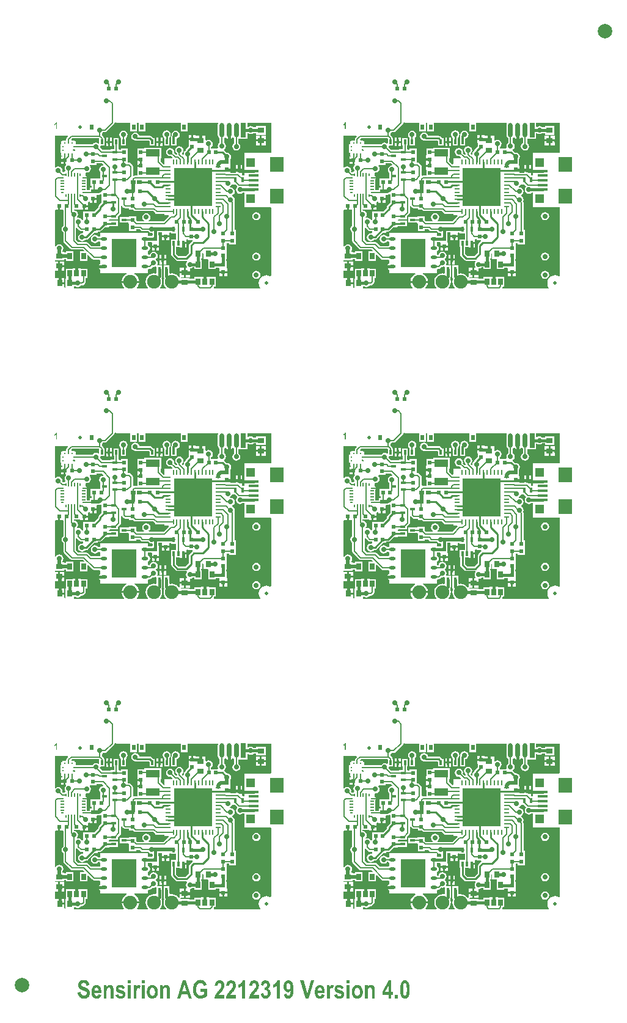
<source format=gtl>
G04 Layer_Physical_Order=1*
G04 Layer_Color=255*
%FSLAX25Y25*%
%MOIN*%
G70*
G01*
G75*
%ADD10C,0.07874*%
%ADD11O,0.02756X0.00984*%
%ADD12O,0.00984X0.02756*%
%ADD13R,0.20866X0.20866*%
%ADD14R,0.02362X0.02362*%
%ADD15R,0.03150X0.01575*%
%ADD16R,0.01181X0.02559*%
%ADD17R,0.02165X0.03150*%
%ADD18R,0.02362X0.02362*%
%ADD19R,0.03150X0.03543*%
%ADD20R,0.02559X0.03543*%
%ADD21R,0.03543X0.03150*%
%ADD22R,0.07480X0.08465*%
%ADD23R,0.05118X0.04724*%
%ADD24R,0.05315X0.01575*%
%ADD25C,0.01969*%
%ADD26O,0.00787X0.01969*%
%ADD27R,0.00787X0.01969*%
%ADD28O,0.01969X0.00787*%
%ADD29R,0.01969X0.00787*%
%ADD30R,0.00984X0.01083*%
%ADD31R,0.01083X0.00984*%
%ADD32R,0.01083X0.00591*%
%ADD33R,0.00689X0.00787*%
%ADD34R,0.01969X0.02264*%
%ADD35R,0.02264X0.01969*%
%ADD36R,0.07480X0.04331*%
%ADD37R,0.13386X0.15748*%
%ADD38O,0.03740X0.01772*%
%ADD39R,0.01575X0.02559*%
%ADD40R,0.01575X0.03150*%
%ADD41R,0.02756X0.02362*%
%ADD42O,0.02756X0.07874*%
%ADD43R,0.02756X0.07874*%
%ADD44C,0.01181*%
%ADD45C,0.01575*%
%ADD46C,0.00787*%
%ADD47C,0.00984*%
%ADD48C,0.01969*%
%ADD49C,0.02000*%
G04:AMPARAMS|DCode=50|XSize=3.16mil|YSize=5.57mil|CornerRadius=0mil|HoleSize=0mil|Usage=FLASHONLY|Rotation=225.000|XOffset=0mil|YOffset=0mil|HoleType=Round|Shape=Rectangle|*
%AMROTATEDRECTD50*
4,1,4,-0.00085,0.00309,0.00309,-0.00085,0.00085,-0.00309,-0.00309,0.00085,-0.00085,0.00309,0.0*
%
%ADD50ROTATEDRECTD50*%

%ADD51C,0.07480*%
%ADD52C,0.02756*%
%ADD53C,0.02598*%
G36*
X196247Y486638D02*
X195666D01*
Y489314D01*
X195661Y489309D01*
X195651Y489299D01*
X195632Y489280D01*
X195607Y489255D01*
X195578Y489226D01*
X195538Y489191D01*
X195499Y489152D01*
X195450Y489108D01*
X195396Y489063D01*
X195336Y489019D01*
X195209Y488931D01*
X195066Y488847D01*
X194913Y488778D01*
Y489423D01*
X194918D01*
X194923Y489427D01*
X194938Y489432D01*
X194958Y489442D01*
X195002Y489467D01*
X195066Y489501D01*
X195140Y489545D01*
X195228Y489609D01*
X195317Y489678D01*
X195415Y489767D01*
X195420Y489772D01*
X195425Y489777D01*
X195440Y489791D01*
X195459Y489811D01*
X195504Y489865D01*
X195558Y489934D01*
X195617Y490018D01*
X195676Y490116D01*
X195730Y490229D01*
X195774Y490347D01*
X196247D01*
Y486638D01*
D02*
G37*
G36*
X38766D02*
X38186D01*
Y489314D01*
X38181Y489309D01*
X38171Y489299D01*
X38151Y489280D01*
X38127Y489255D01*
X38097Y489226D01*
X38058Y489191D01*
X38019Y489152D01*
X37969Y489108D01*
X37915Y489063D01*
X37856Y489019D01*
X37728Y488931D01*
X37586Y488847D01*
X37433Y488778D01*
Y489423D01*
X37438D01*
X37443Y489427D01*
X37458Y489432D01*
X37477Y489442D01*
X37522Y489467D01*
X37586Y489501D01*
X37659Y489545D01*
X37748Y489609D01*
X37837Y489678D01*
X37935Y489767D01*
X37940Y489772D01*
X37945Y489777D01*
X37960Y489791D01*
X37979Y489811D01*
X38023Y489865D01*
X38078Y489934D01*
X38137Y490018D01*
X38196Y490116D01*
X38250Y490229D01*
X38294Y490347D01*
X38766D01*
Y486638D01*
D02*
G37*
G36*
X228740Y490119D02*
X236154D01*
Y485445D01*
X239894D01*
Y490119D01*
X240622D01*
Y485445D01*
X244362D01*
Y490119D01*
X263653D01*
Y485445D01*
X267394D01*
Y490119D01*
X283918D01*
X284154Y489678D01*
X284063Y489542D01*
X283895Y488697D01*
Y483579D01*
X284063Y482734D01*
X284541Y482018D01*
X284898Y481779D01*
Y479126D01*
X284541Y478888D01*
X284063Y478172D01*
X283895Y477327D01*
X284038Y476606D01*
X283758Y476106D01*
X281413D01*
X280913Y476106D01*
Y476106D01*
X280913D01*
Y476106D01*
X280149D01*
Y476859D01*
X280474Y477077D01*
X280953Y477793D01*
X281121Y478638D01*
X280953Y479483D01*
X280474Y480199D01*
X279758Y480678D01*
X278913Y480846D01*
X278068Y480678D01*
X277685Y480421D01*
X277185Y480688D01*
Y482969D01*
X274914D01*
Y480394D01*
X273914D01*
Y482969D01*
X271898D01*
Y483287D01*
X270413D01*
Y481155D01*
X269914D01*
Y480655D01*
X267929D01*
Y479024D01*
X268142D01*
Y477193D01*
X266538Y475590D01*
X266255Y475167D01*
X266192Y474847D01*
X265899Y474652D01*
X265421Y473935D01*
X265253Y473091D01*
X265297Y472868D01*
X264836Y472621D01*
X264398Y473060D01*
X264446Y473558D01*
X264475Y473577D01*
X264953Y474293D01*
X265121Y475138D01*
X264953Y475983D01*
X264475Y476699D01*
X263758Y477177D01*
X262913Y477346D01*
X262069Y477177D01*
X261352Y476699D01*
X260874Y475983D01*
X260706Y475138D01*
X260874Y474293D01*
X261352Y473577D01*
X261709Y473338D01*
Y472842D01*
X261709Y472841D01*
X261651Y472771D01*
X261011Y472743D01*
X260037Y473717D01*
X260121Y474138D01*
X259953Y474983D01*
X259474Y475699D01*
X258758Y476178D01*
X257913Y476346D01*
X257068Y476178D01*
X256352Y475699D01*
X255874Y474983D01*
X255706Y474138D01*
X255874Y473293D01*
X256352Y472577D01*
X257068Y472098D01*
X257913Y471930D01*
X258334Y472014D01*
X259069Y471279D01*
X258933Y470708D01*
X258827Y470638D01*
X254913D01*
Y467548D01*
X254413Y467341D01*
X252618Y469137D01*
Y470606D01*
X252941D01*
Y476512D01*
X243886D01*
Y476492D01*
X243685Y476075D01*
X240142D01*
Y472252D01*
X239929D01*
Y470620D01*
X241914D01*
Y469620D01*
X239929D01*
Y467988D01*
X239929D01*
Y467156D01*
X241913D01*
Y466155D01*
X239929D01*
Y464524D01*
X240142D01*
Y461204D01*
X238276D01*
X238118Y461173D01*
X237623Y461532D01*
X237618Y461544D01*
Y466138D01*
X237526Y466599D01*
X237265Y466989D01*
X237265Y466989D01*
X236265Y467989D01*
X235874Y468250D01*
X235413Y468342D01*
X235413Y468342D01*
X234882D01*
Y472138D01*
X234882D01*
Y472138D01*
X234882D01*
Y476075D01*
X230945D01*
Y475311D01*
X230031D01*
Y475681D01*
X229681D01*
Y477571D01*
X229854D01*
Y481705D01*
X227098D01*
Y477571D01*
X227272D01*
Y475681D01*
X225307D01*
Y475311D01*
X220944D01*
X219537Y476717D01*
X219621Y477138D01*
X219612Y477184D01*
X219929Y477571D01*
X221980D01*
Y481705D01*
X221793D01*
X221715Y482099D01*
X221454Y482489D01*
X221454Y482489D01*
X220618Y483326D01*
Y484338D01*
X220974Y484577D01*
X221213Y484934D01*
X222413D01*
X222413Y484934D01*
X222874Y485025D01*
X223265Y485286D01*
X227229Y489251D01*
X227490Y489642D01*
X227552Y489951D01*
X227856Y490183D01*
X228082Y490250D01*
X228740Y490119D01*
D02*
G37*
G36*
X71260D02*
X78673D01*
Y485445D01*
X82413D01*
Y490119D01*
X83142D01*
Y485445D01*
X86882D01*
Y490119D01*
X106173D01*
Y485445D01*
X109913D01*
Y490119D01*
X126438D01*
X126673Y489678D01*
X126582Y489542D01*
X126414Y488697D01*
Y483579D01*
X126582Y482734D01*
X127061Y482018D01*
X127418Y481779D01*
Y479126D01*
X127061Y478888D01*
X126582Y478172D01*
X126414Y477327D01*
X126558Y476606D01*
X126278Y476106D01*
X123933D01*
X123433Y476106D01*
Y476106D01*
X123433D01*
Y476106D01*
X122669D01*
Y476859D01*
X122994Y477077D01*
X123473Y477793D01*
X123641Y478638D01*
X123473Y479483D01*
X122994Y480199D01*
X122278Y480678D01*
X121433Y480846D01*
X120588Y480678D01*
X120205Y480421D01*
X119705Y480688D01*
Y482969D01*
X117433D01*
Y480394D01*
X116433D01*
Y482969D01*
X114417D01*
Y483287D01*
X112933D01*
Y481155D01*
X112433D01*
Y480655D01*
X110449D01*
Y479024D01*
X110661D01*
Y477193D01*
X109058Y475590D01*
X108775Y475167D01*
X108712Y474847D01*
X108419Y474652D01*
X107941Y473935D01*
X107773Y473091D01*
X107817Y472868D01*
X107356Y472621D01*
X106917Y473060D01*
X106966Y473558D01*
X106994Y473577D01*
X107473Y474293D01*
X107641Y475138D01*
X107473Y475983D01*
X106994Y476699D01*
X106278Y477177D01*
X105433Y477346D01*
X104588Y477177D01*
X103872Y476699D01*
X103393Y475983D01*
X103225Y475138D01*
X103393Y474293D01*
X103872Y473577D01*
X104229Y473338D01*
Y472842D01*
X104229Y472841D01*
X104171Y472771D01*
X103531Y472743D01*
X102557Y473717D01*
X102641Y474138D01*
X102473Y474983D01*
X101994Y475699D01*
X101278Y476178D01*
X100433Y476346D01*
X99588Y476178D01*
X98872Y475699D01*
X98393Y474983D01*
X98225Y474138D01*
X98393Y473293D01*
X98872Y472577D01*
X99588Y472098D01*
X100433Y471930D01*
X100854Y472014D01*
X101589Y471279D01*
X101452Y470708D01*
X101347Y470638D01*
X97433D01*
Y467548D01*
X96933Y467341D01*
X95137Y469137D01*
Y470606D01*
X95461D01*
Y476512D01*
X86405D01*
Y476492D01*
X86205Y476075D01*
X82661D01*
Y472252D01*
X82449D01*
Y470620D01*
X84433D01*
Y469620D01*
X82449D01*
Y467988D01*
X82449D01*
Y467156D01*
X84433D01*
Y466155D01*
X82449D01*
Y464524D01*
X82661D01*
Y461204D01*
X80795D01*
X80637Y461173D01*
X80143Y461532D01*
X80137Y461544D01*
Y466138D01*
X80046Y466599D01*
X79785Y466989D01*
X79785Y466989D01*
X78785Y467989D01*
X78394Y468250D01*
X77933Y468342D01*
X77933Y468342D01*
X77402D01*
Y472138D01*
X77402D01*
Y472138D01*
X77402D01*
Y476075D01*
X73465D01*
Y475311D01*
X72551D01*
Y475681D01*
X72200D01*
Y477571D01*
X72374D01*
Y481705D01*
X69618D01*
Y477571D01*
X69792D01*
Y475681D01*
X67827D01*
Y475311D01*
X63463D01*
X62057Y476717D01*
X62141Y477138D01*
X62132Y477184D01*
X62449Y477571D01*
X64500D01*
Y481705D01*
X64313D01*
X64235Y482099D01*
X63974Y482489D01*
X63973Y482489D01*
X63137Y483326D01*
Y484338D01*
X63494Y484577D01*
X63733Y484934D01*
X64933D01*
X64933Y484934D01*
X65394Y485025D01*
X65785Y485286D01*
X69749Y489251D01*
X70010Y489642D01*
X70072Y489951D01*
X70376Y490183D01*
X70602Y490250D01*
X71260Y490119D01*
D02*
G37*
G36*
X312953Y474409D02*
X313008Y474138D01*
X312597Y473638D01*
X298413D01*
Y461244D01*
X297392D01*
X297311Y461365D01*
X297201Y461819D01*
X297201D01*
Y463894D01*
X295413D01*
X293626D01*
Y462842D01*
X290898D01*
Y464120D01*
X288913D01*
Y465120D01*
X290898D01*
Y466752D01*
X290685D01*
Y468481D01*
X290720Y468655D01*
Y470444D01*
X290953Y470793D01*
X291121Y471638D01*
X290953Y472483D01*
X290475Y473199D01*
X289758Y473677D01*
X288913Y473846D01*
X288611Y473785D01*
X287405Y474991D01*
X287348Y475555D01*
X287664Y475766D01*
X288142Y476482D01*
X288310Y477327D01*
X288142Y478172D01*
X287664Y478888D01*
X287307Y479126D01*
Y481779D01*
X287634Y481998D01*
X287777Y482062D01*
X288193D01*
X288325Y481864D01*
X289111Y481339D01*
X289539Y481254D01*
Y486138D01*
X290539D01*
Y481254D01*
X290967Y481339D01*
X291754Y481864D01*
X291886Y482062D01*
X292302Y482062D01*
X292444Y481998D01*
X292772Y481779D01*
Y479000D01*
X292415Y478762D01*
X291937Y478046D01*
X291769Y477201D01*
X291937Y476356D01*
X292415Y475640D01*
X293131Y475161D01*
X293976Y474993D01*
X294821Y475161D01*
X295537Y475640D01*
X296016Y476356D01*
X296184Y477201D01*
X296016Y478046D01*
X295537Y478762D01*
X295181Y479000D01*
Y481293D01*
X295274Y481350D01*
X295748Y481413D01*
Y481413D01*
X300079D01*
Y484210D01*
X300579Y484425D01*
X301068Y484098D01*
X301913Y483930D01*
X302758Y484098D01*
X303408Y484532D01*
X304854D01*
Y483532D01*
X309972D01*
Y488256D01*
X304854D01*
Y487744D01*
X303408D01*
X302758Y488177D01*
X301913Y488346D01*
X301068Y488177D01*
X300579Y487850D01*
X300079Y488066D01*
Y490119D01*
X312953D01*
Y474409D01*
D02*
G37*
G36*
X155473D02*
X155527Y474138D01*
X155117Y473638D01*
X140933D01*
Y461244D01*
X139911D01*
X139831Y461365D01*
X139720Y461819D01*
X139720D01*
Y463894D01*
X137933D01*
X136146D01*
Y462842D01*
X133417D01*
Y464120D01*
X131433D01*
Y465120D01*
X133417D01*
Y466752D01*
X133205D01*
Y468481D01*
X133239Y468655D01*
Y470444D01*
X133473Y470793D01*
X133641Y471638D01*
X133473Y472483D01*
X132994Y473199D01*
X132278Y473677D01*
X131433Y473846D01*
X131131Y473785D01*
X129924Y474991D01*
X129868Y475555D01*
X130183Y475766D01*
X130662Y476482D01*
X130830Y477327D01*
X130662Y478172D01*
X130183Y478888D01*
X129826Y479126D01*
Y481779D01*
X130154Y481998D01*
X130296Y482062D01*
X130713D01*
X130845Y481864D01*
X131631Y481339D01*
X132059Y481254D01*
Y486138D01*
X133059D01*
Y481254D01*
X133487Y481339D01*
X134274Y481864D01*
X134405Y482062D01*
X134822Y482062D01*
X134964Y481998D01*
X135292Y481779D01*
Y479000D01*
X134935Y478762D01*
X134456Y478046D01*
X134288Y477201D01*
X134456Y476356D01*
X134935Y475640D01*
X135651Y475161D01*
X136496Y474993D01*
X137341Y475161D01*
X138057Y475640D01*
X138536Y476356D01*
X138704Y477201D01*
X138536Y478046D01*
X138057Y478762D01*
X137700Y479000D01*
Y481293D01*
X137794Y481350D01*
X138268Y481413D01*
Y481413D01*
X142598D01*
Y484210D01*
X143098Y484425D01*
X143588Y484098D01*
X144433Y483930D01*
X145278Y484098D01*
X145928Y484532D01*
X147374D01*
Y483532D01*
X152492D01*
Y488256D01*
X147374D01*
Y487744D01*
X145928D01*
X145278Y488177D01*
X144433Y488346D01*
X143588Y488177D01*
X143098Y487850D01*
X142598Y488066D01*
Y490119D01*
X155473D01*
Y474409D01*
D02*
G37*
G36*
X219224Y481313D02*
Y479133D01*
X218724Y478866D01*
X218258Y479178D01*
X217413Y479346D01*
X216568Y479178D01*
X215852Y478699D01*
X215593Y478310D01*
X206742D01*
Y478386D01*
X206348D01*
Y480059D01*
X205659D01*
Y480453D01*
X204138D01*
X203931Y480953D01*
X204550Y481571D01*
X218966D01*
X219224Y481313D01*
D02*
G37*
G36*
X61744D02*
Y479133D01*
X61244Y478866D01*
X60778Y479178D01*
X59933Y479346D01*
X59088Y479178D01*
X58372Y478699D01*
X58112Y478310D01*
X49262D01*
Y478386D01*
X48868D01*
Y480059D01*
X48179D01*
Y480453D01*
X46658D01*
X46451Y480953D01*
X47070Y481571D01*
X61485D01*
X61744Y481313D01*
D02*
G37*
G36*
X202241Y482669D02*
X201560Y481987D01*
X201299Y481597D01*
X201207Y481136D01*
X201207Y481136D01*
Y480453D01*
X199163D01*
Y480059D01*
X198474D01*
Y478386D01*
X198081D01*
Y473858D01*
X198474D01*
Y472185D01*
X198951D01*
Y471622D01*
X198264D01*
Y470138D01*
X200396D01*
Y469638D01*
X200896D01*
Y467654D01*
X200977D01*
X201128Y467154D01*
X200990Y467061D01*
X200512Y466345D01*
X200343Y465500D01*
X200512Y464655D01*
X200863Y464129D01*
X200697Y463607D01*
X200674Y463581D01*
X200516Y463550D01*
X200125Y463288D01*
X200081Y463223D01*
X199564Y463191D01*
X199037Y463717D01*
X199121Y464138D01*
X198953Y464983D01*
X198475Y465699D01*
X197758Y466178D01*
X196913Y466346D01*
X196069Y466178D01*
X195421Y465744D01*
X194921Y465884D01*
Y483131D01*
X202050D01*
X202241Y482669D01*
D02*
G37*
G36*
X44761D02*
X44080Y481987D01*
X43819Y481597D01*
X43727Y481136D01*
X43727Y481136D01*
Y480453D01*
X41683D01*
Y480059D01*
X40994D01*
Y478386D01*
X40600D01*
Y473858D01*
X40994D01*
Y472185D01*
X41471D01*
Y471622D01*
X40784D01*
Y470138D01*
X42915D01*
Y469638D01*
X43415D01*
Y467654D01*
X43496D01*
X43648Y467154D01*
X43510Y467061D01*
X43031Y466345D01*
X42863Y465500D01*
X43031Y464655D01*
X43383Y464129D01*
X43216Y463607D01*
X43193Y463581D01*
X43035Y463550D01*
X42645Y463288D01*
X42601Y463223D01*
X42083Y463191D01*
X41557Y463717D01*
X41641Y464138D01*
X41473Y464983D01*
X40994Y465699D01*
X40278Y466178D01*
X39433Y466346D01*
X38588Y466178D01*
X37940Y465744D01*
X37440Y465884D01*
Y483131D01*
X44570D01*
X44761Y482669D01*
D02*
G37*
G36*
X221561Y467287D02*
X221315Y466826D01*
X220568Y466678D01*
X219852Y466199D01*
X219374Y465483D01*
X219206Y464638D01*
X219374Y463793D01*
X219769Y463202D01*
X219795Y462713D01*
X219795Y462713D01*
X219795Y462713D01*
Y459606D01*
X218913D01*
X218413Y459606D01*
Y459606D01*
X218413D01*
Y459606D01*
X214476D01*
Y455669D01*
X215241D01*
Y454575D01*
X214142D01*
Y453405D01*
X212394D01*
Y455744D01*
Y459334D01*
X212525Y459531D01*
X212634Y460075D01*
X212525Y460619D01*
X212217Y461080D01*
X211913Y461283D01*
Y462635D01*
X212300Y462953D01*
X212413Y462930D01*
X213258Y463098D01*
X213974Y463577D01*
X214453Y464293D01*
X214621Y465138D01*
X214453Y465983D01*
X213974Y466699D01*
X213972Y466701D01*
X214123Y467201D01*
X217882D01*
Y467965D01*
X220883D01*
X221561Y467287D01*
D02*
G37*
G36*
X64081D02*
X63835Y466826D01*
X63088Y466678D01*
X62372Y466199D01*
X61893Y465483D01*
X61725Y464638D01*
X61893Y463793D01*
X62288Y463202D01*
X62315Y462713D01*
X62315Y462713D01*
X62315Y462713D01*
Y459606D01*
X61433D01*
X60933Y459606D01*
Y459606D01*
X60933D01*
Y459606D01*
X56996D01*
Y455669D01*
X57760D01*
Y454575D01*
X56661D01*
Y453405D01*
X54913D01*
Y455744D01*
Y459334D01*
X55045Y459531D01*
X55153Y460075D01*
X55045Y460619D01*
X54737Y461080D01*
X54433Y461283D01*
Y462635D01*
X54820Y462953D01*
X54933Y462930D01*
X55778Y463098D01*
X56494Y463577D01*
X56973Y464293D01*
X57141Y465138D01*
X56973Y465983D01*
X56494Y466699D01*
X56491Y466701D01*
X56643Y467201D01*
X60402D01*
Y467965D01*
X63403D01*
X64081Y467287D01*
D02*
G37*
G36*
X220445Y450935D02*
Y448638D01*
X220445D01*
Y448638D01*
X220445D01*
Y446546D01*
X218991Y445092D01*
X218708Y444668D01*
X218609Y444169D01*
Y443710D01*
X216505Y441606D01*
X214913D01*
X214413Y441606D01*
Y441606D01*
X214413D01*
Y441606D01*
X210476D01*
Y437669D01*
X210476D01*
X210549Y437533D01*
X210344Y437145D01*
X209841Y437150D01*
X209474Y437699D01*
X208758Y438177D01*
X207913Y438346D01*
X207293Y438222D01*
X207234Y438288D01*
X207045Y438683D01*
X207453Y439293D01*
X207621Y440138D01*
X207453Y440983D01*
X206975Y441699D01*
X206258Y442177D01*
X205413Y442346D01*
X205388Y442366D01*
X205430Y442866D01*
X208799D01*
Y442654D01*
X210431D01*
Y444638D01*
X210931D01*
Y445138D01*
X213063D01*
Y446622D01*
X213063Y446622D01*
X213063D01*
X213346Y446990D01*
X213429Y447046D01*
X213929Y446926D01*
Y446488D01*
X215413D01*
Y448620D01*
X215913D01*
Y449120D01*
X217898D01*
Y450752D01*
X218357Y450849D01*
X218931D01*
X219622Y450987D01*
X219945Y451202D01*
X220445Y450935D01*
D02*
G37*
G36*
X62965D02*
Y448638D01*
X62964D01*
Y448638D01*
X62965D01*
Y446546D01*
X61511Y445092D01*
X61228Y444668D01*
X61128Y444169D01*
Y443710D01*
X59025Y441606D01*
X57433D01*
X56933Y441606D01*
Y441606D01*
X56933D01*
Y441606D01*
X52996D01*
Y437669D01*
X52996D01*
X53069Y437533D01*
X52864Y437145D01*
X52361Y437150D01*
X51994Y437699D01*
X51278Y438177D01*
X50433Y438346D01*
X49813Y438222D01*
X49754Y438288D01*
X49565Y438683D01*
X49973Y439293D01*
X50141Y440138D01*
X49973Y440983D01*
X49494Y441699D01*
X48778Y442177D01*
X47933Y442346D01*
X47908Y442366D01*
X47950Y442866D01*
X51319D01*
Y442654D01*
X52951D01*
Y444638D01*
X53451D01*
Y445138D01*
X55583D01*
Y446622D01*
X55583Y446622D01*
X55583D01*
X55865Y446990D01*
X55949Y447046D01*
X56449Y446926D01*
Y446488D01*
X57933D01*
Y448620D01*
X58433D01*
Y449120D01*
X60417D01*
Y450752D01*
X60877Y450849D01*
X61451D01*
X62142Y450987D01*
X62465Y451202D01*
X62965Y450935D01*
D02*
G37*
G36*
X197896Y442654D02*
X199528D01*
X199709Y442229D01*
Y433937D01*
X199352Y433699D01*
X198874Y432983D01*
X198706Y432138D01*
X198874Y431293D01*
X199352Y430577D01*
X199709Y430338D01*
Y425638D01*
X199709Y425638D01*
X199801Y425177D01*
X200062Y424786D01*
X203562Y421286D01*
X203562Y421286D01*
X203953Y421025D01*
X204413Y420934D01*
X204413Y420934D01*
X210415D01*
X210965Y420383D01*
X210774Y419921D01*
X208587D01*
Y414803D01*
X212720D01*
Y417974D01*
X213182Y418166D01*
X215562Y415786D01*
X215562Y415786D01*
X215952Y415525D01*
X216413Y415434D01*
X219403D01*
X219404Y415431D01*
X219913Y415091D01*
Y413422D01*
X219874Y413414D01*
X219251Y412997D01*
X218834Y412374D01*
X218687Y411638D01*
X218834Y410902D01*
X219251Y410278D01*
X219874Y409861D01*
X219913Y409854D01*
Y408138D01*
X234066D01*
X234166Y407638D01*
X233830Y407499D01*
X232840Y406739D01*
X232080Y405749D01*
X231603Y404596D01*
X231506Y403859D01*
X236221D01*
X240936D01*
X240839Y404596D01*
X240361Y405749D01*
X239602Y406739D01*
X238612Y407499D01*
X238276Y407638D01*
X238376Y408138D01*
X245913D01*
Y410091D01*
X246423Y410431D01*
X246424Y410434D01*
X246913D01*
X246913Y410434D01*
X247374Y410525D01*
X247765Y410786D01*
X248492Y411514D01*
X248913Y411430D01*
X249758Y411598D01*
X249929Y411712D01*
X250370Y411477D01*
Y410037D01*
X250339Y409882D01*
Y408221D01*
X249839Y407817D01*
X249016Y407925D01*
X247834Y407769D01*
X246733Y407313D01*
X245787Y406588D01*
X245061Y405642D01*
X244605Y404540D01*
X244450Y403359D01*
X244605Y402177D01*
X245061Y401075D01*
X245775Y400145D01*
X245749Y399963D01*
X245641Y399645D01*
X239949D01*
X239730Y400145D01*
X240361Y400968D01*
X240839Y402121D01*
X240936Y402858D01*
X236221D01*
X231506D01*
X231603Y402121D01*
X232080Y400968D01*
X232712Y400145D01*
X232493Y399645D01*
X205691D01*
X205532Y400079D01*
X205532Y400145D01*
Y400780D01*
X206031Y400957D01*
X206569Y400598D01*
X207413Y400430D01*
X208258Y400598D01*
X208975Y401077D01*
X209213Y401434D01*
X209913D01*
X209913Y401434D01*
X210374Y401525D01*
X210765Y401786D01*
X211505Y402526D01*
X211505Y402526D01*
X211766Y402917D01*
X211858Y403378D01*
Y405354D01*
X212720D01*
Y410472D01*
X209193D01*
Y410685D01*
X207413D01*
Y407913D01*
X206413D01*
Y410685D01*
X204634D01*
Y410472D01*
X201106D01*
Y405354D01*
X200807Y405197D01*
Y400228D01*
X200611Y400094D01*
X200232Y400396D01*
Y402138D01*
X197657D01*
Y402638D01*
X197157D01*
Y405409D01*
X195083Y405409D01*
X194921Y405842D01*
Y409307D01*
X196913D01*
Y411882D01*
Y414457D01*
X194921D01*
Y415031D01*
X199972D01*
Y415571D01*
X201106D01*
Y414803D01*
X205240D01*
Y419921D01*
X201106D01*
Y419216D01*
X199972D01*
Y419756D01*
X199236D01*
Y420468D01*
X199453Y420793D01*
X199621Y421638D01*
X199453Y422483D01*
X198975Y423199D01*
X198258Y423677D01*
X197413Y423846D01*
X196569Y423677D01*
X195852Y423199D01*
X195421Y422553D01*
X195134Y422564D01*
X194921Y422636D01*
Y442296D01*
X195264Y442654D01*
X196896D01*
Y444638D01*
X197896D01*
Y442654D01*
D02*
G37*
G36*
X40415D02*
X42047D01*
X42229Y442229D01*
Y433937D01*
X41872Y433699D01*
X41393Y432983D01*
X41225Y432138D01*
X41393Y431293D01*
X41872Y430577D01*
X42229Y430338D01*
Y425638D01*
X42229Y425638D01*
X42320Y425177D01*
X42581Y424786D01*
X46082Y421286D01*
X46082Y421286D01*
X46472Y421025D01*
X46933Y420934D01*
X46933Y420934D01*
X52934D01*
X53485Y420383D01*
X53293Y419921D01*
X51106D01*
Y414803D01*
X55240D01*
Y417974D01*
X55702Y418166D01*
X58082Y415786D01*
X58082Y415786D01*
X58472Y415525D01*
X58933Y415434D01*
X61922D01*
X61924Y415431D01*
X62433Y415091D01*
Y413422D01*
X62394Y413414D01*
X61770Y412997D01*
X61353Y412374D01*
X61207Y411638D01*
X61353Y410902D01*
X61770Y410278D01*
X62394Y409861D01*
X62433Y409854D01*
Y408138D01*
X76586D01*
X76685Y407638D01*
X76350Y407499D01*
X75360Y406739D01*
X74600Y405749D01*
X74123Y404596D01*
X74025Y403859D01*
X78741D01*
X83456D01*
X83359Y404596D01*
X82881Y405749D01*
X82121Y406739D01*
X81131Y407499D01*
X80796Y407638D01*
X80896Y408138D01*
X88433D01*
Y410091D01*
X88943Y410431D01*
X88944Y410434D01*
X89433D01*
X89433Y410434D01*
X89894Y410525D01*
X90285Y410786D01*
X91012Y411514D01*
X91433Y411430D01*
X92278Y411598D01*
X92449Y411712D01*
X92890Y411477D01*
Y410037D01*
X92859Y409882D01*
Y408221D01*
X92359Y407817D01*
X91536Y407925D01*
X90354Y407769D01*
X89253Y407313D01*
X88307Y406588D01*
X87581Y405642D01*
X87125Y404540D01*
X86969Y403359D01*
X87125Y402177D01*
X87581Y401075D01*
X88295Y400145D01*
X88268Y399963D01*
X88161Y399645D01*
X82469D01*
X82250Y400145D01*
X82881Y400968D01*
X83359Y402121D01*
X83456Y402858D01*
X78741D01*
X74025D01*
X74123Y402121D01*
X74600Y400968D01*
X75232Y400145D01*
X75013Y399645D01*
X48211D01*
X48051Y400079D01*
X48051Y400145D01*
Y400780D01*
X48551Y400957D01*
X49088Y400598D01*
X49933Y400430D01*
X50778Y400598D01*
X51494Y401077D01*
X51733Y401434D01*
X52433D01*
X52433Y401434D01*
X52894Y401525D01*
X53285Y401786D01*
X54025Y402526D01*
X54025Y402526D01*
X54286Y402917D01*
X54378Y403378D01*
Y405354D01*
X55240D01*
Y410472D01*
X51713D01*
Y410685D01*
X49933D01*
Y407913D01*
X48933D01*
Y410685D01*
X47153D01*
Y410472D01*
X43626D01*
Y405354D01*
X43327Y405197D01*
Y400228D01*
X43131Y400094D01*
X42752Y400396D01*
Y402138D01*
X40177D01*
Y402638D01*
X39677D01*
Y405409D01*
X37602Y405409D01*
X37440Y405842D01*
Y409307D01*
X39433D01*
Y411882D01*
Y414457D01*
X37440D01*
Y415031D01*
X42492D01*
Y415571D01*
X43626D01*
Y414803D01*
X47760D01*
Y419921D01*
X43626D01*
Y419216D01*
X42492D01*
Y419756D01*
X41756D01*
Y420468D01*
X41973Y420793D01*
X42141Y421638D01*
X41973Y422483D01*
X41494Y423199D01*
X40778Y423677D01*
X39933Y423846D01*
X39088Y423677D01*
X38372Y423199D01*
X37940Y422553D01*
X37653Y422564D01*
X37440Y422636D01*
Y442296D01*
X37784Y442654D01*
X39415D01*
Y444638D01*
X40415D01*
Y442654D01*
D02*
G37*
G36*
X231818Y444530D02*
X232530Y443818D01*
X232530Y443818D01*
X232921Y443557D01*
X233382Y443465D01*
X235445D01*
Y442701D01*
X237679D01*
X238152Y442227D01*
X238543Y441966D01*
X239004Y441875D01*
X248688D01*
X249858Y440704D01*
X250249Y440443D01*
X250710Y440351D01*
X250710Y440351D01*
X254913D01*
Y439638D01*
X257003D01*
X257210Y439138D01*
X254415Y436342D01*
X246275D01*
X246123Y436842D01*
X246475Y437077D01*
X246953Y437793D01*
X247121Y438638D01*
X246953Y439483D01*
X246475Y440199D01*
X245758Y440677D01*
X244913Y440846D01*
X244069Y440677D01*
X243352Y440199D01*
X242874Y439483D01*
X242706Y438638D01*
X242874Y437793D01*
X243352Y437077D01*
X243703Y436842D01*
X243552Y436342D01*
X239976D01*
X239382Y436936D01*
Y439075D01*
X235445D01*
Y438922D01*
X235032Y438713D01*
X230307D01*
Y435563D01*
X235032D01*
X235136Y435510D01*
X235445Y435138D01*
Y435138D01*
X235445Y435138D01*
Y431201D01*
X239382D01*
Y431965D01*
X241383D01*
X242044Y431304D01*
X242044Y431304D01*
X242435Y431043D01*
X242896Y430951D01*
X242896Y430951D01*
X246102D01*
X246352Y430577D01*
X247069Y430098D01*
X247913Y429930D01*
X247921Y429932D01*
X248308Y429614D01*
Y428575D01*
X248142D01*
Y428243D01*
X245913D01*
Y430138D01*
X219913D01*
Y428185D01*
X219448Y427874D01*
X218713D01*
X218475Y428230D01*
X217758Y428709D01*
X216913Y428877D01*
X216069Y428709D01*
X215352Y428230D01*
X214874Y427514D01*
X214706Y426669D01*
X214874Y425824D01*
X215352Y425108D01*
X216069Y424630D01*
X216913Y424462D01*
X217758Y424630D01*
X218475Y425108D01*
X218713Y425465D01*
X219381D01*
X219404Y425431D01*
X219913Y425091D01*
Y423185D01*
X219404Y422844D01*
X219403Y422842D01*
X214912D01*
X213190Y424564D01*
X212799Y424825D01*
X212339Y424917D01*
X212338Y424917D01*
X207837D01*
X206559Y426196D01*
Y432640D01*
X207059Y432791D01*
X207062Y432786D01*
X208562Y431286D01*
X208952Y431025D01*
X209413Y430934D01*
X209413Y430934D01*
X210476D01*
Y430243D01*
X210178Y429793D01*
X209913Y429846D01*
X209068Y429677D01*
X208352Y429199D01*
X207874Y428483D01*
X207706Y427638D01*
X207874Y426793D01*
X208352Y426077D01*
X209068Y425598D01*
X209913Y425430D01*
X210758Y425598D01*
X211474Y426077D01*
X211646Y426333D01*
X212117D01*
X212616Y426433D01*
X213039Y426715D01*
X216493Y430169D01*
X218350D01*
Y430833D01*
X219413D01*
X219913Y430933D01*
X220336Y431215D01*
X222321Y433201D01*
X224382D01*
Y433385D01*
X224795Y433595D01*
X229520D01*
Y436744D01*
X224795D01*
X224725Y436780D01*
X224544Y436969D01*
Y437136D01*
X224950Y437532D01*
X229520D01*
Y439041D01*
X230765Y440286D01*
X231026Y440677D01*
X231118Y441138D01*
Y444747D01*
X231172Y444768D01*
X231618Y444830D01*
X231818Y444530D01*
D02*
G37*
G36*
X74338D02*
X75050Y443818D01*
X75050Y443818D01*
X75441Y443557D01*
X75902Y443465D01*
X77965D01*
Y442701D01*
X80199D01*
X80672Y442227D01*
X81063Y441966D01*
X81524Y441875D01*
X91207D01*
X92378Y440704D01*
X92769Y440443D01*
X93230Y440351D01*
X93230Y440351D01*
X97433D01*
Y439638D01*
X99523D01*
X99730Y439138D01*
X96934Y436342D01*
X88795D01*
X88643Y436842D01*
X88994Y437077D01*
X89473Y437793D01*
X89641Y438638D01*
X89473Y439483D01*
X88994Y440199D01*
X88278Y440677D01*
X87433Y440846D01*
X86588Y440677D01*
X85872Y440199D01*
X85393Y439483D01*
X85225Y438638D01*
X85393Y437793D01*
X85872Y437077D01*
X86223Y436842D01*
X86071Y436342D01*
X82496D01*
X81902Y436936D01*
Y439075D01*
X77965D01*
Y438922D01*
X77551Y438713D01*
X72827D01*
Y435563D01*
X77551D01*
X77656Y435510D01*
X77965Y435138D01*
Y435138D01*
X77965Y435138D01*
Y431201D01*
X81902D01*
Y431965D01*
X83903D01*
X84564Y431304D01*
X84564Y431304D01*
X84955Y431043D01*
X85415Y430951D01*
X85415Y430951D01*
X88622D01*
X88872Y430577D01*
X89588Y430098D01*
X90433Y429930D01*
X90441Y429932D01*
X90827Y429614D01*
Y428575D01*
X90661D01*
Y428243D01*
X88433D01*
Y430138D01*
X62433D01*
Y428185D01*
X61968Y427874D01*
X61233D01*
X60994Y428230D01*
X60278Y428709D01*
X59433Y428877D01*
X58588Y428709D01*
X57872Y428230D01*
X57393Y427514D01*
X57225Y426669D01*
X57393Y425824D01*
X57872Y425108D01*
X58588Y424630D01*
X59433Y424462D01*
X60278Y424630D01*
X60994Y425108D01*
X61233Y425465D01*
X61901D01*
X61924Y425431D01*
X62433Y425091D01*
Y423185D01*
X61924Y422844D01*
X61922Y422842D01*
X57432D01*
X55710Y424564D01*
X55319Y424825D01*
X54858Y424917D01*
X54858Y424917D01*
X50357D01*
X49078Y426196D01*
Y432640D01*
X49578Y432791D01*
X49582Y432786D01*
X51082Y431286D01*
X51472Y431025D01*
X51933Y430934D01*
X51933Y430934D01*
X52996D01*
Y430243D01*
X52697Y429793D01*
X52433Y429846D01*
X51588Y429677D01*
X50872Y429199D01*
X50393Y428483D01*
X50225Y427638D01*
X50393Y426793D01*
X50872Y426077D01*
X51588Y425598D01*
X52433Y425430D01*
X53278Y425598D01*
X53994Y426077D01*
X54166Y426333D01*
X54636D01*
X55136Y426433D01*
X55559Y426715D01*
X59013Y430169D01*
X60870D01*
Y430833D01*
X61933D01*
X62432Y430933D01*
X62856Y431215D01*
X64841Y433201D01*
X66902D01*
Y433385D01*
X67315Y433595D01*
X72039D01*
Y436744D01*
X67315D01*
X67244Y436780D01*
X67063Y436969D01*
Y437136D01*
X67470Y437532D01*
X72039D01*
Y439041D01*
X73285Y440286D01*
X73546Y440677D01*
X73637Y441138D01*
Y444747D01*
X73691Y444768D01*
X74137Y444830D01*
X74338Y444530D01*
D02*
G37*
G36*
X294264Y455584D02*
X294447Y455104D01*
X294293Y454875D01*
X293968Y454388D01*
X293800Y453543D01*
X293968Y452698D01*
X294447Y451982D01*
X295163Y451504D01*
X296008Y451335D01*
X296853Y451504D01*
X297502Y451938D01*
X298413D01*
Y444138D01*
X312881D01*
X313081Y443763D01*
X313098Y443638D01*
X312953Y442913D01*
Y406593D01*
X312454Y406382D01*
X311520Y406769D01*
X310413Y406915D01*
X309307Y406769D01*
X308275Y406342D01*
X307389Y405662D01*
X306710Y404776D01*
X306282Y403745D01*
X306137Y402638D01*
X306282Y401531D01*
X306710Y400499D01*
X307021Y400093D01*
X306800Y399645D01*
X281766D01*
X281584Y400145D01*
X281766Y400417D01*
X281853Y400854D01*
X282720D01*
Y405972D01*
X279193D01*
Y406185D01*
X277413D01*
Y403413D01*
X276413D01*
Y406185D01*
X274634D01*
Y405972D01*
X271106D01*
Y405019D01*
X268472D01*
Y405244D01*
X263430D01*
X263373Y405319D01*
X263398Y405435D01*
X263770Y405819D01*
X265413D01*
Y407894D01*
X263142D01*
Y406035D01*
X262642Y405866D01*
X262088Y406588D01*
X261142Y407313D01*
X260041Y407769D01*
X258859Y407925D01*
X257987Y407810D01*
X257488Y408194D01*
Y409882D01*
X257457Y410037D01*
Y412244D01*
X254307D01*
Y410037D01*
X254276Y409882D01*
Y406335D01*
X254276Y406335D01*
X254398Y405721D01*
X254731Y405224D01*
X254448Y404540D01*
X254292Y403359D01*
X254448Y402177D01*
X254904Y401075D01*
X255618Y400145D01*
X255591Y399963D01*
X255483Y399645D01*
X252392D01*
X252284Y399963D01*
X252257Y400145D01*
X252971Y401075D01*
X253427Y402177D01*
X253583Y403359D01*
X253427Y404540D01*
X253138Y405238D01*
X253428Y405673D01*
X253551Y406287D01*
X253551Y406287D01*
Y409882D01*
X253520Y410037D01*
Y412244D01*
X251117D01*
X250881Y412685D01*
X250953Y412793D01*
X251121Y413638D01*
X250953Y414483D01*
X250475Y415199D01*
X250192Y415388D01*
Y415888D01*
X250475Y416077D01*
X250953Y416793D01*
X251121Y417638D01*
X250953Y418483D01*
X250475Y419199D01*
X249758Y419677D01*
X248913Y419846D01*
X248068Y419677D01*
X247352Y419199D01*
X246874Y418483D01*
X246806Y418144D01*
X246744Y418095D01*
X246326Y417973D01*
X245913Y418269D01*
Y420091D01*
X246423Y420432D01*
X246793Y420985D01*
X246922Y421638D01*
X246793Y422291D01*
X246423Y422844D01*
X245913Y423185D01*
Y425032D01*
X247545D01*
X247929Y424752D01*
Y423120D01*
X249914D01*
X251898D01*
Y424752D01*
X251685D01*
Y428575D01*
X251519D01*
Y430349D01*
X252969D01*
X253429Y430252D01*
Y428620D01*
X257398D01*
Y430067D01*
X257885Y430282D01*
X258279Y430093D01*
Y429811D01*
X261209D01*
Y426465D01*
X258279D01*
Y422331D01*
X258550D01*
Y418197D01*
X258649Y417698D01*
X258932Y417274D01*
X260991Y415215D01*
X261414Y414932D01*
X261913Y414833D01*
X266846D01*
X266986Y414629D01*
X267084Y414357D01*
X266649Y413707D01*
X266481Y412862D01*
X266649Y412017D01*
X267016Y411469D01*
X266794Y410968D01*
X266413D01*
Y408894D01*
X268685D01*
Y410651D01*
X268689Y410654D01*
X269534Y410822D01*
X270183Y411257D01*
X271106D01*
Y410303D01*
X275240D01*
Y415421D01*
X274779D01*
Y416079D01*
X275520D01*
Y418915D01*
X275594Y418965D01*
X276095Y418698D01*
Y415866D01*
X278454D01*
X278587Y415421D01*
X278587Y415366D01*
Y410303D01*
X282720D01*
Y411001D01*
X284295D01*
X284732Y410850D01*
Y409169D01*
X286913D01*
X289094D01*
Y410850D01*
X288882D01*
Y414575D01*
X288519D01*
Y415701D01*
X288882D01*
Y419138D01*
X288882Y419638D01*
X288882Y420138D01*
Y423575D01*
X288882D01*
Y423701D01*
X288882D01*
Y424465D01*
X289945D01*
Y423701D01*
X293882D01*
Y427138D01*
X293882Y427638D01*
X293882Y428138D01*
Y431575D01*
X293118D01*
Y446638D01*
X293118Y446638D01*
X293026Y447099D01*
X292925Y447250D01*
X292953Y447293D01*
X293121Y448138D01*
X292953Y448983D01*
X292475Y449699D01*
X291859Y450110D01*
X291816Y450317D01*
Y450458D01*
X291859Y450666D01*
X292475Y451077D01*
X292953Y451793D01*
X293121Y452638D01*
X292953Y453483D01*
X292475Y454199D01*
X291758Y454677D01*
X290913Y454846D01*
X290724Y454808D01*
X290529Y455279D01*
X290974Y455577D01*
X291453Y456293D01*
X291457Y456311D01*
X291870Y456520D01*
X293328D01*
X294264Y455584D01*
D02*
G37*
G36*
X136784D02*
X136966Y455104D01*
X136813Y454875D01*
X136488Y454388D01*
X136320Y453543D01*
X136488Y452698D01*
X136966Y451982D01*
X137683Y451504D01*
X138528Y451335D01*
X139372Y451504D01*
X140022Y451938D01*
X140933D01*
Y444138D01*
X155401D01*
X155601Y443763D01*
X155617Y443638D01*
X155473Y442913D01*
Y406593D01*
X154973Y406382D01*
X154040Y406769D01*
X152933Y406915D01*
X151826Y406769D01*
X150795Y406342D01*
X149909Y405662D01*
X149229Y404776D01*
X148802Y403745D01*
X148656Y402638D01*
X148802Y401531D01*
X149229Y400499D01*
X149541Y400093D01*
X149320Y399645D01*
X124285D01*
X124104Y400145D01*
X124286Y400417D01*
X124373Y400854D01*
X125240D01*
Y405972D01*
X121713D01*
Y406185D01*
X119933D01*
Y403413D01*
X118933D01*
Y406185D01*
X117154D01*
Y405972D01*
X113626D01*
Y405019D01*
X110992D01*
Y405244D01*
X105949D01*
X105893Y405319D01*
X105918Y405435D01*
X106290Y405819D01*
X107933D01*
Y407894D01*
X105661D01*
Y406035D01*
X105161Y405866D01*
X104607Y406588D01*
X103662Y407313D01*
X102560Y407769D01*
X101378Y407925D01*
X100507Y407810D01*
X100007Y408194D01*
Y409882D01*
X99976Y410037D01*
Y412244D01*
X96827D01*
Y410037D01*
X96796Y409882D01*
Y406335D01*
X96796Y406335D01*
X96918Y405721D01*
X97250Y405224D01*
X96967Y404540D01*
X96812Y403359D01*
X96967Y402177D01*
X97424Y401075D01*
X98137Y400145D01*
X98111Y399963D01*
X98003Y399645D01*
X94911D01*
X94803Y399963D01*
X94777Y400145D01*
X95491Y401075D01*
X95947Y402177D01*
X96102Y403359D01*
X95947Y404540D01*
X95658Y405238D01*
X95948Y405673D01*
X96070Y406287D01*
X96070Y406287D01*
Y409882D01*
X96039Y410037D01*
Y412244D01*
X93636D01*
X93401Y412685D01*
X93473Y412793D01*
X93641Y413638D01*
X93473Y414483D01*
X92994Y415199D01*
X92712Y415388D01*
Y415888D01*
X92994Y416077D01*
X93473Y416793D01*
X93641Y417638D01*
X93473Y418483D01*
X92994Y419199D01*
X92278Y419677D01*
X91433Y419846D01*
X90588Y419677D01*
X89872Y419199D01*
X89393Y418483D01*
X89326Y418144D01*
X89264Y418095D01*
X88846Y417973D01*
X88433Y418269D01*
Y420091D01*
X88943Y420432D01*
X89312Y420985D01*
X89442Y421638D01*
X89312Y422291D01*
X88943Y422844D01*
X88433Y423185D01*
Y425032D01*
X90065D01*
X90449Y424752D01*
Y423120D01*
X92433D01*
X94417D01*
Y424752D01*
X94205D01*
Y428575D01*
X94039D01*
Y430349D01*
X95489D01*
X95949Y430252D01*
Y428620D01*
X99917D01*
Y430067D01*
X100405Y430282D01*
X100799Y430093D01*
Y429811D01*
X103729D01*
Y426465D01*
X100799D01*
Y422331D01*
X101069D01*
Y418197D01*
X101169Y417698D01*
X101452Y417274D01*
X103511Y415215D01*
X103934Y414932D01*
X104433Y414833D01*
X109366D01*
X109506Y414629D01*
X109603Y414357D01*
X109169Y413707D01*
X109001Y412862D01*
X109169Y412017D01*
X109536Y411469D01*
X109314Y410968D01*
X108933D01*
Y408894D01*
X111205D01*
Y410651D01*
X111209Y410654D01*
X112054Y410822D01*
X112703Y411257D01*
X113626D01*
Y410303D01*
X117760D01*
Y415421D01*
X117299D01*
Y416079D01*
X118039D01*
Y418915D01*
X118114Y418965D01*
X118614Y418698D01*
Y415866D01*
X120973D01*
X121106Y415421D01*
X121106Y415366D01*
Y410303D01*
X125240D01*
Y411001D01*
X126814D01*
X127252Y410850D01*
Y409169D01*
X129433D01*
X131614D01*
Y410850D01*
X131402D01*
Y414575D01*
X131039D01*
Y415701D01*
X131402D01*
Y419138D01*
X131402Y419638D01*
X131402Y420138D01*
Y423575D01*
X131402D01*
Y423701D01*
X131402D01*
Y424465D01*
X132465D01*
Y423701D01*
X136402D01*
Y427138D01*
X136402Y427638D01*
X136402Y428138D01*
Y431575D01*
X135637D01*
Y446638D01*
X135637Y446638D01*
X135546Y447099D01*
X135444Y447250D01*
X135473Y447293D01*
X135641Y448138D01*
X135473Y448983D01*
X134994Y449699D01*
X134379Y450110D01*
X134336Y450317D01*
Y450458D01*
X134379Y450666D01*
X134994Y451077D01*
X135473Y451793D01*
X135641Y452638D01*
X135473Y453483D01*
X134994Y454199D01*
X134278Y454677D01*
X133433Y454846D01*
X133244Y454808D01*
X133048Y455279D01*
X133494Y455577D01*
X133973Y456293D01*
X133976Y456311D01*
X134390Y456520D01*
X135848D01*
X136784Y455584D01*
D02*
G37*
G36*
X267445Y426571D02*
Y426201D01*
X270050D01*
X270201Y425701D01*
X269991Y425560D01*
X268491Y424060D01*
X268208Y423637D01*
X268109Y423138D01*
Y419178D01*
X266373Y417442D01*
X262454D01*
X261159Y418737D01*
Y422331D01*
X263185D01*
Y422118D01*
X264473D01*
Y424398D01*
X264972D01*
Y424898D01*
X266760D01*
Y426351D01*
X267260Y426662D01*
X267445Y426571D01*
D02*
G37*
G36*
X109965D02*
Y426201D01*
X112569D01*
X112721Y425701D01*
X112511Y425560D01*
X111011Y424060D01*
X110728Y423637D01*
X110628Y423138D01*
Y419178D01*
X108893Y417442D01*
X104973D01*
X103679Y418737D01*
Y422331D01*
X105705D01*
Y422118D01*
X106992D01*
Y424398D01*
X107492D01*
Y424898D01*
X109280D01*
Y426351D01*
X109780Y426662D01*
X109965Y426571D01*
D02*
G37*
G36*
X196247Y317347D02*
X195666D01*
Y320023D01*
X195661Y320018D01*
X195651Y320008D01*
X195632Y319988D01*
X195607Y319964D01*
X195578Y319934D01*
X195538Y319900D01*
X195499Y319861D01*
X195450Y319816D01*
X195396Y319772D01*
X195336Y319728D01*
X195209Y319639D01*
X195066Y319555D01*
X194913Y319487D01*
Y320131D01*
X194918D01*
X194923Y320136D01*
X194938Y320141D01*
X194958Y320151D01*
X195002Y320176D01*
X195066Y320210D01*
X195140Y320254D01*
X195228Y320318D01*
X195317Y320387D01*
X195415Y320476D01*
X195420Y320480D01*
X195425Y320485D01*
X195440Y320500D01*
X195459Y320520D01*
X195504Y320574D01*
X195558Y320643D01*
X195617Y320726D01*
X195676Y320825D01*
X195730Y320938D01*
X195774Y321056D01*
X196247D01*
Y317347D01*
D02*
G37*
G36*
X38766D02*
X38186D01*
Y320023D01*
X38181Y320018D01*
X38171Y320008D01*
X38151Y319988D01*
X38127Y319964D01*
X38097Y319934D01*
X38058Y319900D01*
X38019Y319861D01*
X37969Y319816D01*
X37915Y319772D01*
X37856Y319728D01*
X37728Y319639D01*
X37586Y319555D01*
X37433Y319487D01*
Y320131D01*
X37438D01*
X37443Y320136D01*
X37458Y320141D01*
X37477Y320151D01*
X37522Y320176D01*
X37586Y320210D01*
X37659Y320254D01*
X37748Y320318D01*
X37837Y320387D01*
X37935Y320476D01*
X37940Y320480D01*
X37945Y320485D01*
X37960Y320500D01*
X37979Y320520D01*
X38023Y320574D01*
X38078Y320643D01*
X38137Y320726D01*
X38196Y320825D01*
X38250Y320938D01*
X38294Y321056D01*
X38766D01*
Y317347D01*
D02*
G37*
G36*
X228740Y320828D02*
X236154D01*
Y316154D01*
X239894D01*
Y320828D01*
X240622D01*
Y316154D01*
X244362D01*
Y320828D01*
X263653D01*
Y316154D01*
X267394D01*
Y320828D01*
X283918D01*
X284154Y320387D01*
X284063Y320250D01*
X283895Y319406D01*
Y314287D01*
X284063Y313442D01*
X284541Y312726D01*
X284898Y312488D01*
Y309835D01*
X284541Y309597D01*
X284063Y308880D01*
X283895Y308035D01*
X284038Y307315D01*
X283758Y306815D01*
X281413D01*
X280913Y306815D01*
Y306815D01*
X280913D01*
Y306815D01*
X280149D01*
Y307568D01*
X280474Y307785D01*
X280953Y308502D01*
X281121Y309347D01*
X280953Y310191D01*
X280474Y310908D01*
X279758Y311386D01*
X278913Y311554D01*
X278068Y311386D01*
X277685Y311130D01*
X277185Y311397D01*
Y313677D01*
X274914D01*
Y311102D01*
X273914D01*
Y313677D01*
X271898D01*
Y313996D01*
X270413D01*
Y311864D01*
X269914D01*
Y311364D01*
X267929D01*
Y309732D01*
X268142D01*
Y307902D01*
X266538Y306298D01*
X266255Y305875D01*
X266192Y305556D01*
X265899Y305360D01*
X265421Y304644D01*
X265253Y303799D01*
X265297Y303576D01*
X264836Y303330D01*
X264398Y303769D01*
X264446Y304267D01*
X264475Y304285D01*
X264953Y305002D01*
X265121Y305847D01*
X264953Y306691D01*
X264475Y307408D01*
X263758Y307886D01*
X262913Y308054D01*
X262069Y307886D01*
X261352Y307408D01*
X260874Y306691D01*
X260706Y305847D01*
X260874Y305002D01*
X261352Y304285D01*
X261709Y304047D01*
Y303550D01*
X261709Y303550D01*
X261651Y303480D01*
X261011Y303451D01*
X260037Y304426D01*
X260121Y304847D01*
X259953Y305691D01*
X259474Y306408D01*
X258758Y306886D01*
X257913Y307054D01*
X257068Y306886D01*
X256352Y306408D01*
X255874Y305691D01*
X255706Y304847D01*
X255874Y304002D01*
X256352Y303285D01*
X257068Y302807D01*
X257913Y302639D01*
X258334Y302722D01*
X259069Y301988D01*
X258933Y301417D01*
X258827Y301346D01*
X254913D01*
Y298257D01*
X254413Y298049D01*
X252618Y299845D01*
Y301315D01*
X252941D01*
Y307221D01*
X243886D01*
Y307200D01*
X243685Y306784D01*
X240142D01*
Y302961D01*
X239929D01*
Y301329D01*
X241914D01*
Y300329D01*
X239929D01*
Y298697D01*
X239929D01*
Y297864D01*
X241913D01*
Y296864D01*
X239929D01*
Y295232D01*
X240142D01*
Y291913D01*
X238276D01*
X238118Y291881D01*
X237623Y292241D01*
X237618Y292253D01*
Y296847D01*
X237526Y297307D01*
X237265Y297698D01*
X237265Y297698D01*
X236265Y298698D01*
X235874Y298959D01*
X235413Y299051D01*
X235413Y299051D01*
X234882D01*
Y302846D01*
X234882D01*
Y302847D01*
X234882D01*
Y306784D01*
X230945D01*
Y306019D01*
X230031D01*
Y306390D01*
X229681D01*
Y308279D01*
X229854D01*
Y312413D01*
X227098D01*
Y308279D01*
X227272D01*
Y306390D01*
X225307D01*
Y306019D01*
X220944D01*
X219537Y307425D01*
X219621Y307846D01*
X219612Y307893D01*
X219929Y308279D01*
X221980D01*
Y312413D01*
X221793D01*
X221715Y312807D01*
X221454Y313198D01*
X221454Y313198D01*
X220618Y314034D01*
Y315047D01*
X220974Y315285D01*
X221213Y315642D01*
X222413D01*
X222413Y315642D01*
X222874Y315734D01*
X223265Y315995D01*
X227229Y319959D01*
X227490Y320350D01*
X227552Y320660D01*
X227856Y320892D01*
X228082Y320958D01*
X228740Y320828D01*
D02*
G37*
G36*
X71260D02*
X78673D01*
Y316154D01*
X82413D01*
Y320828D01*
X83142D01*
Y316154D01*
X86882D01*
Y320828D01*
X106173D01*
Y316154D01*
X109913D01*
Y320828D01*
X126438D01*
X126673Y320387D01*
X126582Y320250D01*
X126414Y319406D01*
Y314287D01*
X126582Y313442D01*
X127061Y312726D01*
X127418Y312488D01*
Y309835D01*
X127061Y309597D01*
X126582Y308880D01*
X126414Y308035D01*
X126558Y307315D01*
X126278Y306815D01*
X123933D01*
X123433Y306815D01*
Y306815D01*
X123433D01*
Y306815D01*
X122669D01*
Y307568D01*
X122994Y307785D01*
X123473Y308502D01*
X123641Y309347D01*
X123473Y310191D01*
X122994Y310908D01*
X122278Y311386D01*
X121433Y311554D01*
X120588Y311386D01*
X120205Y311130D01*
X119705Y311397D01*
Y313677D01*
X117433D01*
Y311102D01*
X116433D01*
Y313677D01*
X114417D01*
Y313996D01*
X112933D01*
Y311864D01*
X112433D01*
Y311364D01*
X110449D01*
Y309732D01*
X110661D01*
Y307902D01*
X109058Y306298D01*
X108775Y305875D01*
X108712Y305556D01*
X108419Y305360D01*
X107941Y304644D01*
X107773Y303799D01*
X107817Y303576D01*
X107356Y303330D01*
X106917Y303769D01*
X106966Y304267D01*
X106994Y304285D01*
X107473Y305002D01*
X107641Y305847D01*
X107473Y306691D01*
X106994Y307408D01*
X106278Y307886D01*
X105433Y308054D01*
X104588Y307886D01*
X103872Y307408D01*
X103393Y306691D01*
X103225Y305847D01*
X103393Y305002D01*
X103872Y304285D01*
X104229Y304047D01*
Y303550D01*
X104229Y303550D01*
X104171Y303480D01*
X103531Y303451D01*
X102557Y304426D01*
X102641Y304847D01*
X102473Y305691D01*
X101994Y306408D01*
X101278Y306886D01*
X100433Y307054D01*
X99588Y306886D01*
X98872Y306408D01*
X98393Y305691D01*
X98225Y304847D01*
X98393Y304002D01*
X98872Y303285D01*
X99588Y302807D01*
X100433Y302639D01*
X100854Y302722D01*
X101589Y301988D01*
X101452Y301417D01*
X101347Y301346D01*
X97433D01*
Y298257D01*
X96933Y298049D01*
X95137Y299845D01*
Y301315D01*
X95461D01*
Y307221D01*
X86405D01*
Y307200D01*
X86205Y306784D01*
X82661D01*
Y302961D01*
X82449D01*
Y301329D01*
X84433D01*
Y300329D01*
X82449D01*
Y298697D01*
X82449D01*
Y297864D01*
X84433D01*
Y296864D01*
X82449D01*
Y295232D01*
X82661D01*
Y291913D01*
X80795D01*
X80637Y291881D01*
X80143Y292241D01*
X80137Y292253D01*
Y296847D01*
X80046Y297307D01*
X79785Y297698D01*
X79785Y297698D01*
X78785Y298698D01*
X78394Y298959D01*
X77933Y299051D01*
X77933Y299051D01*
X77402D01*
Y302846D01*
X77402D01*
Y302847D01*
X77402D01*
Y306784D01*
X73465D01*
Y306019D01*
X72551D01*
Y306390D01*
X72200D01*
Y308279D01*
X72374D01*
Y312413D01*
X69618D01*
Y308279D01*
X69792D01*
Y306390D01*
X67827D01*
Y306019D01*
X63463D01*
X62057Y307425D01*
X62141Y307846D01*
X62132Y307893D01*
X62449Y308279D01*
X64500D01*
Y312413D01*
X64313D01*
X64235Y312807D01*
X63974Y313198D01*
X63973Y313198D01*
X63137Y314034D01*
Y315047D01*
X63494Y315285D01*
X63733Y315642D01*
X64933D01*
X64933Y315642D01*
X65394Y315734D01*
X65785Y315995D01*
X69749Y319959D01*
X70010Y320350D01*
X70072Y320660D01*
X70376Y320892D01*
X70602Y320958D01*
X71260Y320828D01*
D02*
G37*
G36*
X312953Y305118D02*
X313008Y304847D01*
X312597Y304346D01*
X298413D01*
Y291953D01*
X297392D01*
X297311Y292073D01*
X297201Y292528D01*
X297201D01*
Y294602D01*
X295413D01*
X293626D01*
Y293551D01*
X290898D01*
Y294829D01*
X288913D01*
Y295829D01*
X290898D01*
Y297461D01*
X290685D01*
Y299190D01*
X290720Y299364D01*
Y301152D01*
X290953Y301502D01*
X291121Y302346D01*
X290953Y303191D01*
X290475Y303908D01*
X289758Y304386D01*
X288913Y304554D01*
X288611Y304494D01*
X287405Y305700D01*
X287348Y306264D01*
X287664Y306474D01*
X288142Y307191D01*
X288310Y308035D01*
X288142Y308880D01*
X287664Y309597D01*
X287307Y309835D01*
Y312488D01*
X287634Y312707D01*
X287777Y312770D01*
X288193D01*
X288325Y312573D01*
X289111Y312047D01*
X289539Y311962D01*
Y316846D01*
X290539D01*
Y311962D01*
X290967Y312047D01*
X291754Y312573D01*
X291886Y312770D01*
X292302Y312771D01*
X292444Y312707D01*
X292772Y312488D01*
Y309709D01*
X292415Y309471D01*
X291937Y308754D01*
X291769Y307909D01*
X291937Y307065D01*
X292415Y306348D01*
X293131Y305870D01*
X293976Y305702D01*
X294821Y305870D01*
X295537Y306348D01*
X296016Y307065D01*
X296184Y307909D01*
X296016Y308754D01*
X295537Y309471D01*
X295181Y309709D01*
Y312002D01*
X295274Y312058D01*
X295748Y312122D01*
Y312122D01*
X300079D01*
Y314918D01*
X300579Y315134D01*
X301068Y314807D01*
X301913Y314639D01*
X302758Y314807D01*
X303408Y315241D01*
X304854D01*
Y314240D01*
X309972D01*
Y318965D01*
X304854D01*
Y318452D01*
X303408D01*
X302758Y318886D01*
X301913Y319054D01*
X301068Y318886D01*
X300579Y318559D01*
X300079Y318775D01*
Y320828D01*
X312953D01*
Y305118D01*
D02*
G37*
G36*
X155473D02*
X155527Y304847D01*
X155117Y304346D01*
X140933D01*
Y291953D01*
X139911D01*
X139831Y292073D01*
X139720Y292528D01*
X139720D01*
Y294602D01*
X137933D01*
X136146D01*
Y293551D01*
X133417D01*
Y294829D01*
X131433D01*
Y295829D01*
X133417D01*
Y297461D01*
X133205D01*
Y299190D01*
X133239Y299364D01*
Y301152D01*
X133473Y301502D01*
X133641Y302346D01*
X133473Y303191D01*
X132994Y303908D01*
X132278Y304386D01*
X131433Y304554D01*
X131131Y304494D01*
X129924Y305700D01*
X129868Y306264D01*
X130183Y306474D01*
X130662Y307191D01*
X130830Y308035D01*
X130662Y308880D01*
X130183Y309597D01*
X129826Y309835D01*
Y312488D01*
X130154Y312707D01*
X130296Y312770D01*
X130713D01*
X130845Y312573D01*
X131631Y312047D01*
X132059Y311962D01*
Y316846D01*
X133059D01*
Y311962D01*
X133487Y312047D01*
X134274Y312573D01*
X134405Y312770D01*
X134822Y312771D01*
X134964Y312707D01*
X135292Y312488D01*
Y309709D01*
X134935Y309471D01*
X134456Y308754D01*
X134288Y307909D01*
X134456Y307065D01*
X134935Y306348D01*
X135651Y305870D01*
X136496Y305702D01*
X137341Y305870D01*
X138057Y306348D01*
X138536Y307065D01*
X138704Y307909D01*
X138536Y308754D01*
X138057Y309471D01*
X137700Y309709D01*
Y312002D01*
X137794Y312058D01*
X138268Y312122D01*
Y312122D01*
X142598D01*
Y314918D01*
X143098Y315134D01*
X143588Y314807D01*
X144433Y314639D01*
X145278Y314807D01*
X145928Y315241D01*
X147374D01*
Y314240D01*
X152492D01*
Y318965D01*
X147374D01*
Y318452D01*
X145928D01*
X145278Y318886D01*
X144433Y319054D01*
X143588Y318886D01*
X143098Y318559D01*
X142598Y318775D01*
Y320828D01*
X155473D01*
Y305118D01*
D02*
G37*
G36*
X219224Y312021D02*
Y309842D01*
X218724Y309575D01*
X218258Y309886D01*
X217413Y310054D01*
X216568Y309886D01*
X215852Y309408D01*
X215593Y309019D01*
X206742D01*
Y309095D01*
X206348D01*
Y310768D01*
X205659D01*
Y311161D01*
X204138D01*
X203931Y311661D01*
X204550Y312280D01*
X218966D01*
X219224Y312021D01*
D02*
G37*
G36*
X61744D02*
Y309842D01*
X61244Y309575D01*
X60778Y309886D01*
X59933Y310054D01*
X59088Y309886D01*
X58372Y309408D01*
X58112Y309019D01*
X49262D01*
Y309095D01*
X48868D01*
Y310768D01*
X48179D01*
Y311161D01*
X46658D01*
X46451Y311661D01*
X47070Y312280D01*
X61485D01*
X61744Y312021D01*
D02*
G37*
G36*
X202241Y313377D02*
X201560Y312696D01*
X201299Y312305D01*
X201207Y311844D01*
X201207Y311844D01*
Y311161D01*
X199163D01*
Y310768D01*
X198474D01*
Y309095D01*
X198081D01*
Y304567D01*
X198474D01*
Y302894D01*
X198951D01*
Y302331D01*
X198264D01*
Y300847D01*
X200396D01*
Y300346D01*
X200896D01*
Y298362D01*
X200977D01*
X201128Y297862D01*
X200990Y297770D01*
X200512Y297054D01*
X200343Y296209D01*
X200512Y295364D01*
X200863Y294837D01*
X200697Y294316D01*
X200674Y294290D01*
X200516Y294258D01*
X200125Y293997D01*
X200081Y293932D01*
X199564Y293899D01*
X199037Y294426D01*
X199121Y294847D01*
X198953Y295691D01*
X198475Y296408D01*
X197758Y296886D01*
X196913Y297054D01*
X196069Y296886D01*
X195421Y296453D01*
X194921Y296593D01*
Y313839D01*
X202050D01*
X202241Y313377D01*
D02*
G37*
G36*
X44761D02*
X44080Y312696D01*
X43819Y312305D01*
X43727Y311844D01*
X43727Y311844D01*
Y311161D01*
X41683D01*
Y310768D01*
X40994D01*
Y309095D01*
X40600D01*
Y304567D01*
X40994D01*
Y302894D01*
X41471D01*
Y302331D01*
X40784D01*
Y300847D01*
X42915D01*
Y300346D01*
X43415D01*
Y298362D01*
X43496D01*
X43648Y297862D01*
X43510Y297770D01*
X43031Y297054D01*
X42863Y296209D01*
X43031Y295364D01*
X43383Y294837D01*
X43216Y294316D01*
X43193Y294290D01*
X43035Y294258D01*
X42645Y293997D01*
X42601Y293932D01*
X42083Y293899D01*
X41557Y294426D01*
X41641Y294847D01*
X41473Y295691D01*
X40994Y296408D01*
X40278Y296886D01*
X39433Y297054D01*
X38588Y296886D01*
X37940Y296453D01*
X37440Y296593D01*
Y313839D01*
X44570D01*
X44761Y313377D01*
D02*
G37*
G36*
X221561Y297996D02*
X221315Y297535D01*
X220568Y297386D01*
X219852Y296908D01*
X219374Y296191D01*
X219206Y295346D01*
X219374Y294502D01*
X219769Y293910D01*
X219795Y293421D01*
X219795Y293421D01*
X219795Y293421D01*
Y290315D01*
X218913D01*
X218413Y290315D01*
Y290315D01*
X218413D01*
Y290315D01*
X214476D01*
Y286378D01*
X215241D01*
Y285283D01*
X214142D01*
Y284114D01*
X212394D01*
Y286453D01*
Y290042D01*
X212525Y290240D01*
X212634Y290784D01*
X212525Y291327D01*
X212217Y291788D01*
X211913Y291991D01*
Y293344D01*
X212300Y293661D01*
X212413Y293639D01*
X213258Y293807D01*
X213974Y294285D01*
X214453Y295002D01*
X214621Y295847D01*
X214453Y296691D01*
X213974Y297408D01*
X213972Y297410D01*
X214123Y297909D01*
X217882D01*
Y298674D01*
X220883D01*
X221561Y297996D01*
D02*
G37*
G36*
X64081D02*
X63835Y297535D01*
X63088Y297386D01*
X62372Y296908D01*
X61893Y296191D01*
X61725Y295346D01*
X61893Y294502D01*
X62288Y293910D01*
X62315Y293421D01*
X62315Y293421D01*
X62315Y293421D01*
Y290315D01*
X61433D01*
X60933Y290315D01*
Y290315D01*
X60933D01*
Y290315D01*
X56996D01*
Y286378D01*
X57760D01*
Y285283D01*
X56661D01*
Y284114D01*
X54913D01*
Y286453D01*
Y290042D01*
X55045Y290240D01*
X55153Y290784D01*
X55045Y291327D01*
X54737Y291788D01*
X54433Y291991D01*
Y293344D01*
X54820Y293661D01*
X54933Y293639D01*
X55778Y293807D01*
X56494Y294285D01*
X56973Y295002D01*
X57141Y295847D01*
X56973Y296691D01*
X56494Y297408D01*
X56491Y297410D01*
X56643Y297909D01*
X60402D01*
Y298674D01*
X63403D01*
X64081Y297996D01*
D02*
G37*
G36*
X220445Y281644D02*
Y279346D01*
X220445D01*
Y279346D01*
X220445D01*
Y277254D01*
X218991Y275800D01*
X218708Y275377D01*
X218609Y274878D01*
Y274418D01*
X216505Y272315D01*
X214913D01*
X214413Y272315D01*
Y272315D01*
X214413D01*
Y272315D01*
X210476D01*
Y268378D01*
X210476D01*
X210549Y268242D01*
X210344Y267854D01*
X209841Y267859D01*
X209474Y268408D01*
X208758Y268886D01*
X207913Y269054D01*
X207293Y268931D01*
X207234Y268997D01*
X207045Y269391D01*
X207453Y270002D01*
X207621Y270847D01*
X207453Y271691D01*
X206975Y272408D01*
X206258Y272886D01*
X205413Y273054D01*
X205388Y273075D01*
X205430Y273575D01*
X208799D01*
Y273362D01*
X210431D01*
Y275346D01*
X210931D01*
Y275846D01*
X213063D01*
Y277331D01*
X213063Y277331D01*
X213063D01*
X213346Y277699D01*
X213429Y277755D01*
X213929Y277634D01*
Y277197D01*
X215413D01*
Y279329D01*
X215913D01*
Y279829D01*
X217898D01*
Y281461D01*
X218357Y281558D01*
X218931D01*
X219622Y281695D01*
X219945Y281911D01*
X220445Y281644D01*
D02*
G37*
G36*
X62965D02*
Y279346D01*
X62964D01*
Y279346D01*
X62965D01*
Y277254D01*
X61511Y275800D01*
X61228Y275377D01*
X61128Y274878D01*
Y274418D01*
X59025Y272315D01*
X57433D01*
X56933Y272315D01*
Y272315D01*
X56933D01*
Y272315D01*
X52996D01*
Y268378D01*
X52996D01*
X53069Y268242D01*
X52864Y267854D01*
X52361Y267859D01*
X51994Y268408D01*
X51278Y268886D01*
X50433Y269054D01*
X49813Y268931D01*
X49754Y268997D01*
X49565Y269391D01*
X49973Y270002D01*
X50141Y270847D01*
X49973Y271691D01*
X49494Y272408D01*
X48778Y272886D01*
X47933Y273054D01*
X47908Y273075D01*
X47950Y273575D01*
X51319D01*
Y273362D01*
X52951D01*
Y275346D01*
X53451D01*
Y275846D01*
X55583D01*
Y277331D01*
X55583Y277331D01*
X55583D01*
X55865Y277699D01*
X55949Y277755D01*
X56449Y277634D01*
Y277197D01*
X57933D01*
Y279329D01*
X58433D01*
Y279829D01*
X60417D01*
Y281461D01*
X60877Y281558D01*
X61451D01*
X62142Y281695D01*
X62465Y281911D01*
X62965Y281644D01*
D02*
G37*
G36*
X197896Y273362D02*
X199528D01*
X199709Y272937D01*
Y264646D01*
X199352Y264408D01*
X198874Y263691D01*
X198706Y262846D01*
X198874Y262002D01*
X199352Y261285D01*
X199709Y261047D01*
Y256347D01*
X199709Y256347D01*
X199801Y255886D01*
X200062Y255495D01*
X203562Y251995D01*
X203562Y251995D01*
X203953Y251734D01*
X204413Y251642D01*
X204413Y251642D01*
X210415D01*
X210965Y251092D01*
X210774Y250630D01*
X208587D01*
Y245512D01*
X212720D01*
Y248683D01*
X213182Y248874D01*
X215562Y246495D01*
X215562Y246495D01*
X215952Y246234D01*
X216413Y246142D01*
X219403D01*
X219404Y246140D01*
X219913Y245800D01*
Y244131D01*
X219874Y244123D01*
X219251Y243706D01*
X218834Y243082D01*
X218687Y242347D01*
X218834Y241611D01*
X219251Y240987D01*
X219874Y240570D01*
X219913Y240562D01*
Y238846D01*
X234066D01*
X234166Y238347D01*
X233830Y238208D01*
X232840Y237448D01*
X232080Y236458D01*
X231603Y235305D01*
X231506Y234567D01*
X236221D01*
X240936D01*
X240839Y235305D01*
X240361Y236458D01*
X239602Y237448D01*
X238612Y238208D01*
X238276Y238347D01*
X238376Y238846D01*
X245913D01*
Y240800D01*
X246423Y241140D01*
X246424Y241142D01*
X246913D01*
X246913Y241142D01*
X247374Y241234D01*
X247765Y241495D01*
X248492Y242222D01*
X248913Y242139D01*
X249758Y242307D01*
X249929Y242421D01*
X250370Y242185D01*
Y240746D01*
X250339Y240591D01*
Y238930D01*
X249839Y238525D01*
X249016Y238634D01*
X247834Y238478D01*
X246733Y238022D01*
X245787Y237296D01*
X245061Y236350D01*
X244605Y235249D01*
X244450Y234067D01*
X244605Y232885D01*
X245061Y231784D01*
X245775Y230854D01*
X245749Y230672D01*
X245641Y230353D01*
X239949D01*
X239730Y230854D01*
X240361Y231677D01*
X240839Y232830D01*
X240936Y233567D01*
X236221D01*
X231506D01*
X231603Y232830D01*
X232080Y231677D01*
X232712Y230854D01*
X232493Y230353D01*
X205691D01*
X205532Y230787D01*
X205532Y230854D01*
Y231489D01*
X206031Y231665D01*
X206569Y231307D01*
X207413Y231139D01*
X208258Y231307D01*
X208975Y231785D01*
X209213Y232142D01*
X209913D01*
X209913Y232142D01*
X210374Y232234D01*
X210765Y232495D01*
X211505Y233235D01*
X211505Y233235D01*
X211766Y233626D01*
X211858Y234087D01*
Y236063D01*
X212720D01*
Y241181D01*
X209193D01*
Y241394D01*
X207413D01*
Y238622D01*
X206413D01*
Y241394D01*
X204634D01*
Y241181D01*
X201106D01*
Y236063D01*
X200807Y235906D01*
Y230937D01*
X200611Y230802D01*
X200232Y231104D01*
Y232846D01*
X197657D01*
Y233346D01*
X197157D01*
Y236118D01*
X195083Y236118D01*
X194921Y236551D01*
Y240016D01*
X196913D01*
Y242590D01*
Y245165D01*
X194921D01*
Y245740D01*
X199972D01*
Y246280D01*
X201106D01*
Y245512D01*
X205240D01*
Y250630D01*
X201106D01*
Y249925D01*
X199972D01*
Y250465D01*
X199236D01*
Y251176D01*
X199453Y251502D01*
X199621Y252346D01*
X199453Y253191D01*
X198975Y253908D01*
X198258Y254386D01*
X197413Y254554D01*
X196569Y254386D01*
X195852Y253908D01*
X195421Y253261D01*
X195134Y253272D01*
X194921Y253344D01*
Y273004D01*
X195264Y273362D01*
X196896D01*
Y275346D01*
X197896D01*
Y273362D01*
D02*
G37*
G36*
X40415D02*
X42047D01*
X42229Y272937D01*
Y264646D01*
X41872Y264408D01*
X41393Y263691D01*
X41225Y262846D01*
X41393Y262002D01*
X41872Y261285D01*
X42229Y261047D01*
Y256347D01*
X42229Y256347D01*
X42320Y255886D01*
X42581Y255495D01*
X46082Y251995D01*
X46082Y251995D01*
X46472Y251734D01*
X46933Y251642D01*
X46933Y251642D01*
X52934D01*
X53485Y251092D01*
X53293Y250630D01*
X51106D01*
Y245512D01*
X55240D01*
Y248683D01*
X55702Y248874D01*
X58082Y246495D01*
X58082Y246495D01*
X58472Y246234D01*
X58933Y246142D01*
X61922D01*
X61924Y246140D01*
X62433Y245800D01*
Y244131D01*
X62394Y244123D01*
X61770Y243706D01*
X61353Y243082D01*
X61207Y242347D01*
X61353Y241611D01*
X61770Y240987D01*
X62394Y240570D01*
X62433Y240562D01*
Y238846D01*
X76586D01*
X76685Y238347D01*
X76350Y238208D01*
X75360Y237448D01*
X74600Y236458D01*
X74123Y235305D01*
X74025Y234567D01*
X78741D01*
X83456D01*
X83359Y235305D01*
X82881Y236458D01*
X82121Y237448D01*
X81131Y238208D01*
X80796Y238347D01*
X80896Y238846D01*
X88433D01*
Y240800D01*
X88943Y241140D01*
X88944Y241142D01*
X89433D01*
X89433Y241142D01*
X89894Y241234D01*
X90285Y241495D01*
X91012Y242222D01*
X91433Y242139D01*
X92278Y242307D01*
X92449Y242421D01*
X92890Y242185D01*
Y240746D01*
X92859Y240591D01*
Y238930D01*
X92359Y238525D01*
X91536Y238634D01*
X90354Y238478D01*
X89253Y238022D01*
X88307Y237296D01*
X87581Y236350D01*
X87125Y235249D01*
X86969Y234067D01*
X87125Y232885D01*
X87581Y231784D01*
X88295Y230854D01*
X88268Y230672D01*
X88161Y230353D01*
X82469D01*
X82250Y230854D01*
X82881Y231677D01*
X83359Y232830D01*
X83456Y233567D01*
X78741D01*
X74025D01*
X74123Y232830D01*
X74600Y231677D01*
X75232Y230854D01*
X75013Y230353D01*
X48211D01*
X48051Y230787D01*
X48051Y230854D01*
Y231489D01*
X48551Y231665D01*
X49088Y231307D01*
X49933Y231139D01*
X50778Y231307D01*
X51494Y231785D01*
X51733Y232142D01*
X52433D01*
X52433Y232142D01*
X52894Y232234D01*
X53285Y232495D01*
X54025Y233235D01*
X54025Y233235D01*
X54286Y233626D01*
X54378Y234087D01*
Y236063D01*
X55240D01*
Y241181D01*
X51713D01*
Y241394D01*
X49933D01*
Y238622D01*
X48933D01*
Y241394D01*
X47153D01*
Y241181D01*
X43626D01*
Y236063D01*
X43327Y235906D01*
Y230937D01*
X43131Y230802D01*
X42752Y231104D01*
Y232846D01*
X40177D01*
Y233346D01*
X39677D01*
Y236118D01*
X37602Y236118D01*
X37440Y236551D01*
Y240016D01*
X39433D01*
Y242590D01*
Y245165D01*
X37440D01*
Y245740D01*
X42492D01*
Y246280D01*
X43626D01*
Y245512D01*
X47760D01*
Y250630D01*
X43626D01*
Y249925D01*
X42492D01*
Y250465D01*
X41756D01*
Y251176D01*
X41973Y251502D01*
X42141Y252346D01*
X41973Y253191D01*
X41494Y253908D01*
X40778Y254386D01*
X39933Y254554D01*
X39088Y254386D01*
X38372Y253908D01*
X37940Y253261D01*
X37653Y253272D01*
X37440Y253344D01*
Y273004D01*
X37784Y273362D01*
X39415D01*
Y275346D01*
X40415D01*
Y273362D01*
D02*
G37*
G36*
X231818Y275239D02*
X232530Y274527D01*
X232530Y274526D01*
X232921Y274265D01*
X233382Y274174D01*
X235445D01*
Y273410D01*
X237679D01*
X238152Y272936D01*
X238543Y272675D01*
X239004Y272583D01*
X248688D01*
X249858Y271412D01*
X250249Y271151D01*
X250710Y271059D01*
X250710Y271059D01*
X254913D01*
Y270346D01*
X257003D01*
X257210Y269847D01*
X254415Y267051D01*
X246275D01*
X246123Y267551D01*
X246475Y267785D01*
X246953Y268502D01*
X247121Y269346D01*
X246953Y270191D01*
X246475Y270908D01*
X245758Y271386D01*
X244913Y271554D01*
X244069Y271386D01*
X243352Y270908D01*
X242874Y270191D01*
X242706Y269346D01*
X242874Y268502D01*
X243352Y267785D01*
X243703Y267551D01*
X243552Y267051D01*
X239976D01*
X239382Y267645D01*
Y269783D01*
X235445D01*
Y269630D01*
X235032Y269421D01*
X230307D01*
Y266272D01*
X235032D01*
X235136Y266219D01*
X235445Y265846D01*
Y265846D01*
X235445Y265846D01*
Y261910D01*
X239382D01*
Y262674D01*
X241383D01*
X242044Y262013D01*
X242044Y262013D01*
X242435Y261752D01*
X242896Y261660D01*
X242896Y261660D01*
X246102D01*
X246352Y261285D01*
X247069Y260807D01*
X247913Y260639D01*
X247921Y260640D01*
X248308Y260323D01*
Y259283D01*
X248142D01*
Y258952D01*
X245913D01*
Y260846D01*
X219913D01*
Y258893D01*
X219448Y258582D01*
X218713D01*
X218475Y258939D01*
X217758Y259418D01*
X216913Y259586D01*
X216069Y259418D01*
X215352Y258939D01*
X214874Y258223D01*
X214706Y257378D01*
X214874Y256533D01*
X215352Y255817D01*
X216069Y255338D01*
X216913Y255170D01*
X217758Y255338D01*
X218475Y255817D01*
X218713Y256174D01*
X219381D01*
X219404Y256140D01*
X219913Y255800D01*
Y253893D01*
X219404Y253553D01*
X219403Y253551D01*
X214912D01*
X213190Y255273D01*
X212799Y255534D01*
X212339Y255626D01*
X212338Y255626D01*
X207837D01*
X206559Y256904D01*
Y263348D01*
X207059Y263500D01*
X207062Y263495D01*
X208562Y261995D01*
X208952Y261734D01*
X209413Y261642D01*
X209413Y261642D01*
X210476D01*
Y260952D01*
X210178Y260502D01*
X209913Y260554D01*
X209068Y260386D01*
X208352Y259908D01*
X207874Y259191D01*
X207706Y258347D01*
X207874Y257502D01*
X208352Y256785D01*
X209068Y256307D01*
X209913Y256139D01*
X210758Y256307D01*
X211474Y256785D01*
X211646Y257042D01*
X212117D01*
X212616Y257141D01*
X213039Y257424D01*
X216493Y260878D01*
X218350D01*
Y261542D01*
X219413D01*
X219913Y261641D01*
X220336Y261924D01*
X222321Y263910D01*
X224382D01*
Y264094D01*
X224795Y264303D01*
X229520D01*
Y267453D01*
X224795D01*
X224725Y267489D01*
X224544Y267678D01*
Y267844D01*
X224950Y268240D01*
X229520D01*
Y269750D01*
X230765Y270995D01*
X231026Y271386D01*
X231118Y271847D01*
Y275455D01*
X231172Y275477D01*
X231618Y275539D01*
X231818Y275239D01*
D02*
G37*
G36*
X74338D02*
X75050Y274527D01*
X75050Y274526D01*
X75441Y274265D01*
X75902Y274174D01*
X77965D01*
Y273410D01*
X80199D01*
X80672Y272936D01*
X81063Y272675D01*
X81524Y272583D01*
X91207D01*
X92378Y271412D01*
X92769Y271151D01*
X93230Y271059D01*
X93230Y271059D01*
X97433D01*
Y270346D01*
X99523D01*
X99730Y269847D01*
X96934Y267051D01*
X88795D01*
X88643Y267551D01*
X88994Y267785D01*
X89473Y268502D01*
X89641Y269346D01*
X89473Y270191D01*
X88994Y270908D01*
X88278Y271386D01*
X87433Y271554D01*
X86588Y271386D01*
X85872Y270908D01*
X85393Y270191D01*
X85225Y269346D01*
X85393Y268502D01*
X85872Y267785D01*
X86223Y267551D01*
X86071Y267051D01*
X82496D01*
X81902Y267645D01*
Y269783D01*
X77965D01*
Y269630D01*
X77551Y269421D01*
X72827D01*
Y266272D01*
X77551D01*
X77656Y266219D01*
X77965Y265846D01*
Y265846D01*
X77965Y265846D01*
Y261910D01*
X81902D01*
Y262674D01*
X83903D01*
X84564Y262013D01*
X84564Y262013D01*
X84955Y261752D01*
X85415Y261660D01*
X85415Y261660D01*
X88622D01*
X88872Y261285D01*
X89588Y260807D01*
X90433Y260639D01*
X90441Y260640D01*
X90827Y260323D01*
Y259283D01*
X90661D01*
Y258952D01*
X88433D01*
Y260846D01*
X62433D01*
Y258893D01*
X61968Y258582D01*
X61233D01*
X60994Y258939D01*
X60278Y259418D01*
X59433Y259586D01*
X58588Y259418D01*
X57872Y258939D01*
X57393Y258223D01*
X57225Y257378D01*
X57393Y256533D01*
X57872Y255817D01*
X58588Y255338D01*
X59433Y255170D01*
X60278Y255338D01*
X60994Y255817D01*
X61233Y256174D01*
X61901D01*
X61924Y256140D01*
X62433Y255800D01*
Y253893D01*
X61924Y253553D01*
X61922Y253551D01*
X57432D01*
X55710Y255273D01*
X55319Y255534D01*
X54858Y255626D01*
X54858Y255626D01*
X50357D01*
X49078Y256904D01*
Y263348D01*
X49578Y263500D01*
X49582Y263495D01*
X51082Y261995D01*
X51472Y261734D01*
X51933Y261642D01*
X51933Y261642D01*
X52996D01*
Y260952D01*
X52697Y260502D01*
X52433Y260554D01*
X51588Y260386D01*
X50872Y259908D01*
X50393Y259191D01*
X50225Y258347D01*
X50393Y257502D01*
X50872Y256785D01*
X51588Y256307D01*
X52433Y256139D01*
X53278Y256307D01*
X53994Y256785D01*
X54166Y257042D01*
X54636D01*
X55136Y257141D01*
X55559Y257424D01*
X59013Y260878D01*
X60870D01*
Y261542D01*
X61933D01*
X62432Y261641D01*
X62856Y261924D01*
X64841Y263910D01*
X66902D01*
Y264094D01*
X67315Y264303D01*
X72039D01*
Y267453D01*
X67315D01*
X67244Y267489D01*
X67063Y267678D01*
Y267844D01*
X67470Y268240D01*
X72039D01*
Y269750D01*
X73285Y270995D01*
X73546Y271386D01*
X73637Y271847D01*
Y275455D01*
X73691Y275477D01*
X74137Y275539D01*
X74338Y275239D01*
D02*
G37*
G36*
X294264Y286293D02*
X294447Y285813D01*
X294293Y285583D01*
X293968Y285097D01*
X293800Y284252D01*
X293968Y283407D01*
X294447Y282691D01*
X295163Y282212D01*
X296008Y282044D01*
X296853Y282212D01*
X297502Y282646D01*
X298413D01*
Y274847D01*
X312881D01*
X313081Y274471D01*
X313098Y274346D01*
X312953Y273622D01*
Y237302D01*
X312454Y237091D01*
X311520Y237477D01*
X310413Y237623D01*
X309307Y237477D01*
X308275Y237050D01*
X307389Y236371D01*
X306710Y235485D01*
X306282Y234453D01*
X306137Y233347D01*
X306282Y232240D01*
X306710Y231208D01*
X307021Y230802D01*
X306800Y230353D01*
X281766D01*
X281584Y230854D01*
X281766Y231126D01*
X281853Y231563D01*
X282720D01*
Y236681D01*
X279193D01*
Y236894D01*
X277413D01*
Y234122D01*
X276413D01*
Y236894D01*
X274634D01*
Y236681D01*
X271106D01*
Y235728D01*
X268472D01*
Y235953D01*
X263430D01*
X263373Y236028D01*
X263398Y236143D01*
X263770Y236528D01*
X265413D01*
Y238602D01*
X263142D01*
Y236744D01*
X262642Y236574D01*
X262088Y237296D01*
X261142Y238022D01*
X260041Y238478D01*
X258859Y238634D01*
X257987Y238519D01*
X257488Y238902D01*
Y240591D01*
X257457Y240746D01*
Y242953D01*
X254307D01*
Y240746D01*
X254276Y240591D01*
Y237044D01*
X254276Y237044D01*
X254398Y236430D01*
X254731Y235932D01*
X254448Y235249D01*
X254292Y234067D01*
X254448Y232885D01*
X254904Y231784D01*
X255618Y230854D01*
X255591Y230672D01*
X255483Y230353D01*
X252392D01*
X252284Y230672D01*
X252257Y230854D01*
X252971Y231784D01*
X253427Y232885D01*
X253583Y234067D01*
X253427Y235249D01*
X253138Y235947D01*
X253428Y236381D01*
X253551Y236996D01*
X253551Y236996D01*
Y240591D01*
X253520Y240746D01*
Y242953D01*
X251117D01*
X250881Y243394D01*
X250953Y243502D01*
X251121Y244346D01*
X250953Y245191D01*
X250475Y245908D01*
X250192Y246096D01*
Y246597D01*
X250475Y246785D01*
X250953Y247502D01*
X251121Y248346D01*
X250953Y249191D01*
X250475Y249908D01*
X249758Y250386D01*
X248913Y250554D01*
X248068Y250386D01*
X247352Y249908D01*
X246874Y249191D01*
X246806Y248852D01*
X246744Y248804D01*
X246326Y248682D01*
X245913Y248978D01*
Y250800D01*
X246423Y251140D01*
X246793Y251694D01*
X246922Y252346D01*
X246793Y252999D01*
X246423Y253553D01*
X245913Y253893D01*
Y255741D01*
X247545D01*
X247929Y255461D01*
Y253829D01*
X249914D01*
X251898D01*
Y255461D01*
X251685D01*
Y259283D01*
X251519D01*
Y261058D01*
X252969D01*
X253429Y260961D01*
Y259329D01*
X257398D01*
Y260775D01*
X257885Y260991D01*
X258279Y260802D01*
Y260520D01*
X261209D01*
Y257173D01*
X258279D01*
Y253039D01*
X258550D01*
Y248905D01*
X258649Y248406D01*
X258932Y247983D01*
X260991Y245924D01*
X261414Y245641D01*
X261913Y245542D01*
X266846D01*
X266986Y245338D01*
X267084Y245066D01*
X266649Y244416D01*
X266481Y243571D01*
X266649Y242726D01*
X267016Y242177D01*
X266794Y241677D01*
X266413D01*
Y239602D01*
X268685D01*
Y241360D01*
X268689Y241363D01*
X269534Y241531D01*
X270183Y241965D01*
X271106D01*
Y241012D01*
X275240D01*
Y246130D01*
X274779D01*
Y246787D01*
X275520D01*
Y249624D01*
X275594Y249674D01*
X276095Y249407D01*
Y246575D01*
X278454D01*
X278587Y246130D01*
X278587Y246075D01*
Y241012D01*
X282720D01*
Y241709D01*
X284295D01*
X284732Y241559D01*
Y239878D01*
X286913D01*
X289094D01*
Y241559D01*
X288882D01*
Y245284D01*
X288519D01*
Y246410D01*
X288882D01*
Y249847D01*
X288882Y250346D01*
X288882Y250847D01*
Y254283D01*
X288882D01*
Y254410D01*
X288882D01*
Y255174D01*
X289945D01*
Y254410D01*
X293882D01*
Y257846D01*
X293882Y258347D01*
X293882Y258846D01*
Y262283D01*
X293118D01*
Y277346D01*
X293118Y277346D01*
X293026Y277807D01*
X292925Y277959D01*
X292953Y278002D01*
X293121Y278847D01*
X292953Y279691D01*
X292475Y280408D01*
X291859Y280819D01*
X291816Y281026D01*
Y281167D01*
X291859Y281374D01*
X292475Y281785D01*
X292953Y282502D01*
X293121Y283347D01*
X292953Y284191D01*
X292475Y284908D01*
X291758Y285386D01*
X290913Y285554D01*
X290724Y285517D01*
X290529Y285987D01*
X290974Y286285D01*
X291453Y287002D01*
X291457Y287019D01*
X291870Y287228D01*
X293328D01*
X294264Y286293D01*
D02*
G37*
G36*
X136784D02*
X136966Y285813D01*
X136813Y285583D01*
X136488Y285097D01*
X136320Y284252D01*
X136488Y283407D01*
X136966Y282691D01*
X137683Y282212D01*
X138528Y282044D01*
X139372Y282212D01*
X140022Y282646D01*
X140933D01*
Y274847D01*
X155401D01*
X155601Y274471D01*
X155617Y274346D01*
X155473Y273622D01*
Y237302D01*
X154973Y237091D01*
X154040Y237477D01*
X152933Y237623D01*
X151826Y237477D01*
X150795Y237050D01*
X149909Y236371D01*
X149229Y235485D01*
X148802Y234453D01*
X148656Y233347D01*
X148802Y232240D01*
X149229Y231208D01*
X149541Y230802D01*
X149320Y230353D01*
X124285D01*
X124104Y230854D01*
X124286Y231126D01*
X124373Y231563D01*
X125240D01*
Y236681D01*
X121713D01*
Y236894D01*
X119933D01*
Y234122D01*
X118933D01*
Y236894D01*
X117154D01*
Y236681D01*
X113626D01*
Y235728D01*
X110992D01*
Y235953D01*
X105949D01*
X105893Y236028D01*
X105918Y236143D01*
X106290Y236528D01*
X107933D01*
Y238602D01*
X105661D01*
Y236744D01*
X105161Y236574D01*
X104607Y237296D01*
X103662Y238022D01*
X102560Y238478D01*
X101378Y238634D01*
X100507Y238519D01*
X100007Y238902D01*
Y240591D01*
X99976Y240746D01*
Y242953D01*
X96827D01*
Y240746D01*
X96796Y240591D01*
Y237044D01*
X96796Y237044D01*
X96918Y236430D01*
X97250Y235932D01*
X96967Y235249D01*
X96812Y234067D01*
X96967Y232885D01*
X97424Y231784D01*
X98137Y230854D01*
X98111Y230672D01*
X98003Y230353D01*
X94911D01*
X94803Y230672D01*
X94777Y230854D01*
X95491Y231784D01*
X95947Y232885D01*
X96102Y234067D01*
X95947Y235249D01*
X95658Y235947D01*
X95948Y236381D01*
X96070Y236996D01*
X96070Y236996D01*
Y240591D01*
X96039Y240746D01*
Y242953D01*
X93636D01*
X93401Y243394D01*
X93473Y243502D01*
X93641Y244346D01*
X93473Y245191D01*
X92994Y245908D01*
X92712Y246096D01*
Y246597D01*
X92994Y246785D01*
X93473Y247502D01*
X93641Y248346D01*
X93473Y249191D01*
X92994Y249908D01*
X92278Y250386D01*
X91433Y250554D01*
X90588Y250386D01*
X89872Y249908D01*
X89393Y249191D01*
X89326Y248852D01*
X89264Y248804D01*
X88846Y248682D01*
X88433Y248978D01*
Y250800D01*
X88943Y251140D01*
X89312Y251694D01*
X89442Y252346D01*
X89312Y252999D01*
X88943Y253553D01*
X88433Y253893D01*
Y255741D01*
X90065D01*
X90449Y255461D01*
Y253829D01*
X92433D01*
X94417D01*
Y255461D01*
X94205D01*
Y259283D01*
X94039D01*
Y261058D01*
X95489D01*
X95949Y260961D01*
Y259329D01*
X99917D01*
Y260775D01*
X100405Y260991D01*
X100799Y260802D01*
Y260520D01*
X103729D01*
Y257173D01*
X100799D01*
Y253039D01*
X101069D01*
Y248905D01*
X101169Y248406D01*
X101452Y247983D01*
X103511Y245924D01*
X103934Y245641D01*
X104433Y245542D01*
X109366D01*
X109506Y245338D01*
X109603Y245066D01*
X109169Y244416D01*
X109001Y243571D01*
X109169Y242726D01*
X109536Y242177D01*
X109314Y241677D01*
X108933D01*
Y239602D01*
X111205D01*
Y241360D01*
X111209Y241363D01*
X112054Y241531D01*
X112703Y241965D01*
X113626D01*
Y241012D01*
X117760D01*
Y246130D01*
X117299D01*
Y246787D01*
X118039D01*
Y249624D01*
X118114Y249674D01*
X118614Y249407D01*
Y246575D01*
X120973D01*
X121106Y246130D01*
X121106Y246075D01*
Y241012D01*
X125240D01*
Y241709D01*
X126814D01*
X127252Y241559D01*
Y239878D01*
X129433D01*
X131614D01*
Y241559D01*
X131402D01*
Y245284D01*
X131039D01*
Y246410D01*
X131402D01*
Y249847D01*
X131402Y250346D01*
X131402Y250847D01*
Y254283D01*
X131402D01*
Y254410D01*
X131402D01*
Y255174D01*
X132465D01*
Y254410D01*
X136402D01*
Y257846D01*
X136402Y258347D01*
X136402Y258846D01*
Y262283D01*
X135637D01*
Y277346D01*
X135637Y277346D01*
X135546Y277807D01*
X135444Y277959D01*
X135473Y278002D01*
X135641Y278847D01*
X135473Y279691D01*
X134994Y280408D01*
X134379Y280819D01*
X134336Y281026D01*
Y281167D01*
X134379Y281374D01*
X134994Y281785D01*
X135473Y282502D01*
X135641Y283347D01*
X135473Y284191D01*
X134994Y284908D01*
X134278Y285386D01*
X133433Y285554D01*
X133244Y285517D01*
X133048Y285987D01*
X133494Y286285D01*
X133973Y287002D01*
X133976Y287019D01*
X134390Y287228D01*
X135848D01*
X136784Y286293D01*
D02*
G37*
G36*
X267445Y257279D02*
Y256909D01*
X270050D01*
X270201Y256410D01*
X269991Y256269D01*
X268491Y254769D01*
X268208Y254346D01*
X268109Y253847D01*
Y249887D01*
X266373Y248151D01*
X262454D01*
X261159Y249446D01*
Y253039D01*
X263185D01*
Y252827D01*
X264473D01*
Y255106D01*
X264972D01*
Y255606D01*
X266760D01*
Y257060D01*
X267260Y257371D01*
X267445Y257279D01*
D02*
G37*
G36*
X109965D02*
Y256909D01*
X112569D01*
X112721Y256410D01*
X112511Y256269D01*
X111011Y254769D01*
X110728Y254346D01*
X110628Y253847D01*
Y249887D01*
X108893Y248151D01*
X104973D01*
X103679Y249446D01*
Y253039D01*
X105705D01*
Y252827D01*
X106992D01*
Y255106D01*
X107492D01*
Y255606D01*
X109280D01*
Y257060D01*
X109780Y257371D01*
X109965Y257279D01*
D02*
G37*
G36*
X196247Y148055D02*
X195666D01*
Y150732D01*
X195661Y150727D01*
X195651Y150717D01*
X195632Y150697D01*
X195607Y150673D01*
X195578Y150643D01*
X195538Y150609D01*
X195499Y150569D01*
X195450Y150525D01*
X195396Y150481D01*
X195336Y150436D01*
X195209Y150348D01*
X195066Y150264D01*
X194913Y150195D01*
Y150840D01*
X194918D01*
X194923Y150845D01*
X194938Y150850D01*
X194958Y150859D01*
X195002Y150884D01*
X195066Y150919D01*
X195140Y150963D01*
X195228Y151027D01*
X195317Y151096D01*
X195415Y151184D01*
X195420Y151189D01*
X195425Y151194D01*
X195440Y151209D01*
X195459Y151228D01*
X195504Y151283D01*
X195558Y151351D01*
X195617Y151435D01*
X195676Y151534D01*
X195730Y151647D01*
X195774Y151765D01*
X196247D01*
Y148055D01*
D02*
G37*
G36*
X38766D02*
X38186D01*
Y150732D01*
X38181Y150727D01*
X38171Y150717D01*
X38151Y150697D01*
X38127Y150673D01*
X38097Y150643D01*
X38058Y150609D01*
X38019Y150569D01*
X37969Y150525D01*
X37915Y150481D01*
X37856Y150436D01*
X37728Y150348D01*
X37586Y150264D01*
X37433Y150195D01*
Y150840D01*
X37438D01*
X37443Y150845D01*
X37458Y150850D01*
X37477Y150859D01*
X37522Y150884D01*
X37586Y150919D01*
X37659Y150963D01*
X37748Y151027D01*
X37837Y151096D01*
X37935Y151184D01*
X37940Y151189D01*
X37945Y151194D01*
X37960Y151209D01*
X37979Y151228D01*
X38023Y151283D01*
X38078Y151351D01*
X38137Y151435D01*
X38196Y151534D01*
X38250Y151647D01*
X38294Y151765D01*
X38766D01*
Y148055D01*
D02*
G37*
G36*
X228740Y151536D02*
X236154D01*
Y146862D01*
X239894D01*
Y151536D01*
X240622D01*
Y146862D01*
X244362D01*
Y151536D01*
X263653D01*
Y146862D01*
X267394D01*
Y151536D01*
X283918D01*
X284154Y151095D01*
X284063Y150959D01*
X283895Y150114D01*
Y144996D01*
X284063Y144151D01*
X284541Y143435D01*
X284898Y143196D01*
Y140544D01*
X284541Y140305D01*
X284063Y139589D01*
X283895Y138744D01*
X284038Y138024D01*
X283758Y137524D01*
X281413D01*
X280913Y137524D01*
Y137524D01*
X280913D01*
Y137524D01*
X280149D01*
Y138277D01*
X280474Y138494D01*
X280953Y139210D01*
X281121Y140055D01*
X280953Y140900D01*
X280474Y141616D01*
X279758Y142095D01*
X278913Y142263D01*
X278068Y142095D01*
X277685Y141839D01*
X277185Y142106D01*
Y144386D01*
X274914D01*
Y141811D01*
X273914D01*
Y144386D01*
X271898D01*
Y144705D01*
X270413D01*
Y142573D01*
X269914D01*
Y142073D01*
X267929D01*
Y140441D01*
X268142D01*
Y138611D01*
X266538Y137007D01*
X266255Y136584D01*
X266192Y136264D01*
X265899Y136069D01*
X265421Y135353D01*
X265253Y134508D01*
X265297Y134285D01*
X264836Y134039D01*
X264398Y134478D01*
X264446Y134975D01*
X264475Y134994D01*
X264953Y135710D01*
X265121Y136555D01*
X264953Y137400D01*
X264475Y138116D01*
X263758Y138595D01*
X262913Y138763D01*
X262069Y138595D01*
X261352Y138116D01*
X260874Y137400D01*
X260706Y136555D01*
X260874Y135710D01*
X261352Y134994D01*
X261709Y134756D01*
Y134259D01*
X261709Y134259D01*
X261651Y134188D01*
X261011Y134160D01*
X260037Y135134D01*
X260121Y135555D01*
X259953Y136400D01*
X259474Y137116D01*
X258758Y137595D01*
X257913Y137763D01*
X257068Y137595D01*
X256352Y137116D01*
X255874Y136400D01*
X255706Y135555D01*
X255874Y134710D01*
X256352Y133994D01*
X257068Y133515D01*
X257913Y133347D01*
X258334Y133431D01*
X259069Y132696D01*
X258933Y132126D01*
X258827Y132055D01*
X254913D01*
Y128965D01*
X254413Y128758D01*
X252618Y130554D01*
Y132024D01*
X252941D01*
Y137929D01*
X243886D01*
Y137909D01*
X243685Y137492D01*
X240142D01*
Y133669D01*
X239929D01*
Y132037D01*
X241914D01*
Y131037D01*
X239929D01*
Y129405D01*
X239929D01*
Y128573D01*
X241913D01*
Y127573D01*
X239929D01*
Y125941D01*
X240142D01*
Y122622D01*
X238276D01*
X238118Y122590D01*
X237623Y122950D01*
X237618Y122962D01*
Y127555D01*
X237526Y128016D01*
X237265Y128407D01*
X237265Y128407D01*
X236265Y129407D01*
X235874Y129668D01*
X235413Y129759D01*
X235413Y129759D01*
X234882D01*
Y133555D01*
X234882D01*
Y133555D01*
X234882D01*
Y137492D01*
X230945D01*
Y136728D01*
X230031D01*
Y137098D01*
X229681D01*
Y138988D01*
X229854D01*
Y143122D01*
X227098D01*
Y138988D01*
X227272D01*
Y137098D01*
X225307D01*
Y136728D01*
X220944D01*
X219537Y138134D01*
X219621Y138555D01*
X219612Y138602D01*
X219929Y138988D01*
X221980D01*
Y143122D01*
X221793D01*
X221715Y143516D01*
X221454Y143907D01*
X221454Y143907D01*
X220618Y144743D01*
Y145756D01*
X220974Y145994D01*
X221213Y146351D01*
X222413D01*
X222413Y146351D01*
X222874Y146443D01*
X223265Y146704D01*
X227229Y150668D01*
X227490Y151059D01*
X227552Y151368D01*
X227856Y151601D01*
X228082Y151667D01*
X228740Y151536D01*
D02*
G37*
G36*
X71260D02*
X78673D01*
Y146862D01*
X82413D01*
Y151536D01*
X83142D01*
Y146862D01*
X86882D01*
Y151536D01*
X106173D01*
Y146862D01*
X109913D01*
Y151536D01*
X126438D01*
X126673Y151095D01*
X126582Y150959D01*
X126414Y150114D01*
Y144996D01*
X126582Y144151D01*
X127061Y143435D01*
X127418Y143196D01*
Y140544D01*
X127061Y140305D01*
X126582Y139589D01*
X126414Y138744D01*
X126558Y138024D01*
X126278Y137524D01*
X123933D01*
X123433Y137524D01*
Y137524D01*
X123433D01*
Y137524D01*
X122669D01*
Y138277D01*
X122994Y138494D01*
X123473Y139210D01*
X123641Y140055D01*
X123473Y140900D01*
X122994Y141616D01*
X122278Y142095D01*
X121433Y142263D01*
X120588Y142095D01*
X120205Y141839D01*
X119705Y142106D01*
Y144386D01*
X117433D01*
Y141811D01*
X116433D01*
Y144386D01*
X114417D01*
Y144705D01*
X112933D01*
Y142573D01*
X112433D01*
Y142073D01*
X110449D01*
Y140441D01*
X110661D01*
Y138611D01*
X109058Y137007D01*
X108775Y136584D01*
X108712Y136264D01*
X108419Y136069D01*
X107941Y135353D01*
X107773Y134508D01*
X107817Y134285D01*
X107356Y134039D01*
X106917Y134478D01*
X106966Y134975D01*
X106994Y134994D01*
X107473Y135710D01*
X107641Y136555D01*
X107473Y137400D01*
X106994Y138116D01*
X106278Y138595D01*
X105433Y138763D01*
X104588Y138595D01*
X103872Y138116D01*
X103393Y137400D01*
X103225Y136555D01*
X103393Y135710D01*
X103872Y134994D01*
X104229Y134756D01*
Y134259D01*
X104229Y134259D01*
X104171Y134188D01*
X103531Y134160D01*
X102557Y135134D01*
X102641Y135555D01*
X102473Y136400D01*
X101994Y137116D01*
X101278Y137595D01*
X100433Y137763D01*
X99588Y137595D01*
X98872Y137116D01*
X98393Y136400D01*
X98225Y135555D01*
X98393Y134710D01*
X98872Y133994D01*
X99588Y133515D01*
X100433Y133347D01*
X100854Y133431D01*
X101589Y132696D01*
X101452Y132126D01*
X101347Y132055D01*
X97433D01*
Y128965D01*
X96933Y128758D01*
X95137Y130554D01*
Y132024D01*
X95461D01*
Y137929D01*
X86405D01*
Y137909D01*
X86205Y137492D01*
X82661D01*
Y133669D01*
X82449D01*
Y132037D01*
X84433D01*
Y131037D01*
X82449D01*
Y129405D01*
X82449D01*
Y128573D01*
X84433D01*
Y127573D01*
X82449D01*
Y125941D01*
X82661D01*
Y122622D01*
X80795D01*
X80637Y122590D01*
X80143Y122950D01*
X80137Y122962D01*
Y127555D01*
X80046Y128016D01*
X79785Y128407D01*
X79785Y128407D01*
X78785Y129407D01*
X78394Y129668D01*
X77933Y129759D01*
X77933Y129759D01*
X77402D01*
Y133555D01*
X77402D01*
Y133555D01*
X77402D01*
Y137492D01*
X73465D01*
Y136728D01*
X72551D01*
Y137098D01*
X72200D01*
Y138988D01*
X72374D01*
Y143122D01*
X69618D01*
Y138988D01*
X69792D01*
Y137098D01*
X67827D01*
Y136728D01*
X63463D01*
X62057Y138134D01*
X62141Y138555D01*
X62132Y138602D01*
X62449Y138988D01*
X64500D01*
Y143122D01*
X64313D01*
X64235Y143516D01*
X63974Y143907D01*
X63973Y143907D01*
X63137Y144743D01*
Y145756D01*
X63494Y145994D01*
X63733Y146351D01*
X64933D01*
X64933Y146351D01*
X65394Y146443D01*
X65785Y146704D01*
X69749Y150668D01*
X70010Y151059D01*
X70072Y151368D01*
X70376Y151601D01*
X70602Y151667D01*
X71260Y151536D01*
D02*
G37*
G36*
X312953Y135827D02*
X313008Y135555D01*
X312597Y135055D01*
X298413D01*
Y122661D01*
X297392D01*
X297311Y122782D01*
X297201Y123236D01*
X297201D01*
Y125311D01*
X295413D01*
X293626D01*
Y124259D01*
X290898D01*
Y125537D01*
X288913D01*
Y126537D01*
X290898D01*
Y128169D01*
X290685D01*
Y129898D01*
X290720Y130073D01*
Y131861D01*
X290953Y132210D01*
X291121Y133055D01*
X290953Y133900D01*
X290475Y134616D01*
X289758Y135095D01*
X288913Y135263D01*
X288611Y135203D01*
X287405Y136409D01*
X287348Y136972D01*
X287664Y137183D01*
X288142Y137899D01*
X288310Y138744D01*
X288142Y139589D01*
X287664Y140305D01*
X287307Y140544D01*
Y143196D01*
X287634Y143415D01*
X287777Y143479D01*
X288193D01*
X288325Y143282D01*
X289111Y142756D01*
X289539Y142671D01*
Y147555D01*
X290539D01*
Y142671D01*
X290967Y142756D01*
X291754Y143282D01*
X291886Y143479D01*
X292302Y143479D01*
X292444Y143415D01*
X292772Y143196D01*
Y140418D01*
X292415Y140179D01*
X291937Y139463D01*
X291769Y138618D01*
X291937Y137773D01*
X292415Y137057D01*
X293131Y136578D01*
X293976Y136410D01*
X294821Y136578D01*
X295537Y137057D01*
X296016Y137773D01*
X296184Y138618D01*
X296016Y139463D01*
X295537Y140179D01*
X295181Y140418D01*
Y142711D01*
X295274Y142767D01*
X295748Y142831D01*
Y142831D01*
X300079D01*
Y145627D01*
X300579Y145843D01*
X301068Y145515D01*
X301913Y145347D01*
X302758Y145515D01*
X303408Y145949D01*
X304854D01*
Y144949D01*
X309972D01*
Y149673D01*
X304854D01*
Y149161D01*
X303408D01*
X302758Y149595D01*
X301913Y149763D01*
X301068Y149595D01*
X300579Y149268D01*
X300079Y149483D01*
Y151536D01*
X312953D01*
Y135827D01*
D02*
G37*
G36*
X155473D02*
X155527Y135555D01*
X155117Y135055D01*
X140933D01*
Y122661D01*
X139911D01*
X139831Y122782D01*
X139720Y123236D01*
X139720D01*
Y125311D01*
X137933D01*
X136146D01*
Y124259D01*
X133417D01*
Y125537D01*
X131433D01*
Y126537D01*
X133417D01*
Y128169D01*
X133205D01*
Y129898D01*
X133239Y130073D01*
Y131861D01*
X133473Y132210D01*
X133641Y133055D01*
X133473Y133900D01*
X132994Y134616D01*
X132278Y135095D01*
X131433Y135263D01*
X131131Y135203D01*
X129924Y136409D01*
X129868Y136972D01*
X130183Y137183D01*
X130662Y137899D01*
X130830Y138744D01*
X130662Y139589D01*
X130183Y140305D01*
X129826Y140544D01*
Y143196D01*
X130154Y143415D01*
X130296Y143479D01*
X130713D01*
X130845Y143282D01*
X131631Y142756D01*
X132059Y142671D01*
Y147555D01*
X133059D01*
Y142671D01*
X133487Y142756D01*
X134274Y143282D01*
X134405Y143479D01*
X134822Y143479D01*
X134964Y143415D01*
X135292Y143196D01*
Y140418D01*
X134935Y140179D01*
X134456Y139463D01*
X134288Y138618D01*
X134456Y137773D01*
X134935Y137057D01*
X135651Y136578D01*
X136496Y136410D01*
X137341Y136578D01*
X138057Y137057D01*
X138536Y137773D01*
X138704Y138618D01*
X138536Y139463D01*
X138057Y140179D01*
X137700Y140418D01*
Y142711D01*
X137794Y142767D01*
X138268Y142831D01*
Y142831D01*
X142598D01*
Y145627D01*
X143098Y145843D01*
X143588Y145515D01*
X144433Y145347D01*
X145278Y145515D01*
X145928Y145949D01*
X147374D01*
Y144949D01*
X152492D01*
Y149673D01*
X147374D01*
Y149161D01*
X145928D01*
X145278Y149595D01*
X144433Y149763D01*
X143588Y149595D01*
X143098Y149268D01*
X142598Y149483D01*
Y151536D01*
X155473D01*
Y135827D01*
D02*
G37*
G36*
X219224Y142730D02*
Y140551D01*
X218724Y140283D01*
X218258Y140595D01*
X217413Y140763D01*
X216568Y140595D01*
X215852Y140116D01*
X215593Y139728D01*
X206742D01*
Y139803D01*
X206348D01*
Y141476D01*
X205659D01*
Y141870D01*
X204138D01*
X203931Y142370D01*
X204550Y142989D01*
X218966D01*
X219224Y142730D01*
D02*
G37*
G36*
X61744D02*
Y140551D01*
X61244Y140283D01*
X60778Y140595D01*
X59933Y140763D01*
X59088Y140595D01*
X58372Y140116D01*
X58112Y139728D01*
X49262D01*
Y139803D01*
X48868D01*
Y141476D01*
X48179D01*
Y141870D01*
X46658D01*
X46451Y142370D01*
X47070Y142989D01*
X61485D01*
X61744Y142730D01*
D02*
G37*
G36*
X202241Y144086D02*
X201560Y143405D01*
X201299Y143014D01*
X201207Y142553D01*
X201207Y142553D01*
Y141870D01*
X199163D01*
Y141476D01*
X198474D01*
Y139803D01*
X198081D01*
Y135276D01*
X198474D01*
Y133602D01*
X198951D01*
Y133039D01*
X198264D01*
Y131555D01*
X200396D01*
Y131055D01*
X200896D01*
Y129071D01*
X200977D01*
X201128Y128571D01*
X200990Y128478D01*
X200512Y127762D01*
X200343Y126917D01*
X200512Y126072D01*
X200863Y125546D01*
X200697Y125025D01*
X200674Y124998D01*
X200516Y124967D01*
X200125Y124706D01*
X200081Y124640D01*
X199564Y124608D01*
X199037Y125134D01*
X199121Y125555D01*
X198953Y126400D01*
X198475Y127116D01*
X197758Y127595D01*
X196913Y127763D01*
X196069Y127595D01*
X195421Y127162D01*
X194921Y127302D01*
Y144548D01*
X202050D01*
X202241Y144086D01*
D02*
G37*
G36*
X44761D02*
X44080Y143405D01*
X43819Y143014D01*
X43727Y142553D01*
X43727Y142553D01*
Y141870D01*
X41683D01*
Y141476D01*
X40994D01*
Y139803D01*
X40600D01*
Y135276D01*
X40994D01*
Y133602D01*
X41471D01*
Y133039D01*
X40784D01*
Y131555D01*
X42915D01*
Y131055D01*
X43415D01*
Y129071D01*
X43496D01*
X43648Y128571D01*
X43510Y128478D01*
X43031Y127762D01*
X42863Y126917D01*
X43031Y126072D01*
X43383Y125546D01*
X43216Y125025D01*
X43193Y124998D01*
X43035Y124967D01*
X42645Y124706D01*
X42601Y124640D01*
X42083Y124608D01*
X41557Y125134D01*
X41641Y125555D01*
X41473Y126400D01*
X40994Y127116D01*
X40278Y127595D01*
X39433Y127763D01*
X38588Y127595D01*
X37940Y127162D01*
X37440Y127302D01*
Y144548D01*
X44570D01*
X44761Y144086D01*
D02*
G37*
G36*
X221561Y128705D02*
X221315Y128243D01*
X220568Y128095D01*
X219852Y127616D01*
X219374Y126900D01*
X219206Y126055D01*
X219374Y125210D01*
X219769Y124619D01*
X219795Y124130D01*
X219795Y124130D01*
X219795Y124130D01*
Y121024D01*
X218913D01*
X218413Y121024D01*
Y121024D01*
X218413D01*
Y121024D01*
X214476D01*
Y117087D01*
X215241D01*
Y115992D01*
X214142D01*
Y114822D01*
X212394D01*
Y117161D01*
Y120751D01*
X212525Y120948D01*
X212634Y121492D01*
X212525Y122036D01*
X212217Y122497D01*
X211913Y122700D01*
Y124053D01*
X212300Y124370D01*
X212413Y124347D01*
X213258Y124515D01*
X213974Y124994D01*
X214453Y125710D01*
X214621Y126555D01*
X214453Y127400D01*
X213974Y128116D01*
X213972Y128118D01*
X214123Y128618D01*
X217882D01*
Y129382D01*
X220883D01*
X221561Y128705D01*
D02*
G37*
G36*
X64081D02*
X63835Y128243D01*
X63088Y128095D01*
X62372Y127616D01*
X61893Y126900D01*
X61725Y126055D01*
X61893Y125210D01*
X62288Y124619D01*
X62315Y124130D01*
X62315Y124130D01*
X62315Y124130D01*
Y121024D01*
X61433D01*
X60933Y121024D01*
Y121024D01*
X60933D01*
Y121024D01*
X56996D01*
Y117087D01*
X57760D01*
Y115992D01*
X56661D01*
Y114822D01*
X54913D01*
Y117161D01*
Y120751D01*
X55045Y120948D01*
X55153Y121492D01*
X55045Y122036D01*
X54737Y122497D01*
X54433Y122700D01*
Y124053D01*
X54820Y124370D01*
X54933Y124347D01*
X55778Y124515D01*
X56494Y124994D01*
X56973Y125710D01*
X57141Y126555D01*
X56973Y127400D01*
X56494Y128116D01*
X56491Y128118D01*
X56643Y128618D01*
X60402D01*
Y129382D01*
X63403D01*
X64081Y128705D01*
D02*
G37*
G36*
X220445Y112352D02*
Y110055D01*
X220445D01*
Y110055D01*
X220445D01*
Y107963D01*
X218991Y106509D01*
X218708Y106086D01*
X218609Y105587D01*
Y105127D01*
X216505Y103024D01*
X214913D01*
X214413Y103024D01*
Y103024D01*
X214413D01*
Y103024D01*
X210476D01*
Y99087D01*
X210476D01*
X210549Y98951D01*
X210344Y98563D01*
X209841Y98568D01*
X209474Y99116D01*
X208758Y99595D01*
X207913Y99763D01*
X207293Y99639D01*
X207234Y99705D01*
X207045Y100100D01*
X207453Y100710D01*
X207621Y101555D01*
X207453Y102400D01*
X206975Y103116D01*
X206258Y103595D01*
X205413Y103763D01*
X205388Y103784D01*
X205430Y104283D01*
X208799D01*
Y104071D01*
X210431D01*
Y106055D01*
X210931D01*
Y106555D01*
X213063D01*
Y108039D01*
X213063Y108039D01*
X213063D01*
X213346Y108408D01*
X213429Y108464D01*
X213929Y108343D01*
Y107905D01*
X215413D01*
Y110037D01*
X215913D01*
Y110537D01*
X217898D01*
Y112169D01*
X218357Y112267D01*
X218931D01*
X219622Y112404D01*
X219945Y112619D01*
X220445Y112352D01*
D02*
G37*
G36*
X62965D02*
Y110055D01*
X62964D01*
Y110055D01*
X62965D01*
Y107963D01*
X61511Y106509D01*
X61228Y106086D01*
X61128Y105587D01*
Y105127D01*
X59025Y103024D01*
X57433D01*
X56933Y103024D01*
Y103024D01*
X56933D01*
Y103024D01*
X52996D01*
Y99087D01*
X52996D01*
X53069Y98951D01*
X52864Y98563D01*
X52361Y98568D01*
X51994Y99116D01*
X51278Y99595D01*
X50433Y99763D01*
X49813Y99639D01*
X49754Y99705D01*
X49565Y100100D01*
X49973Y100710D01*
X50141Y101555D01*
X49973Y102400D01*
X49494Y103116D01*
X48778Y103595D01*
X47933Y103763D01*
X47908Y103784D01*
X47950Y104283D01*
X51319D01*
Y104071D01*
X52951D01*
Y106055D01*
X53451D01*
Y106555D01*
X55583D01*
Y108039D01*
X55583Y108039D01*
X55583D01*
X55865Y108408D01*
X55949Y108464D01*
X56449Y108343D01*
Y107905D01*
X57933D01*
Y110037D01*
X58433D01*
Y110537D01*
X60417D01*
Y112169D01*
X60877Y112267D01*
X61451D01*
X62142Y112404D01*
X62465Y112619D01*
X62965Y112352D01*
D02*
G37*
G36*
X197896Y104071D02*
X199528D01*
X199709Y103646D01*
Y95355D01*
X199352Y95116D01*
X198874Y94400D01*
X198706Y93555D01*
X198874Y92710D01*
X199352Y91994D01*
X199709Y91755D01*
Y87055D01*
X199709Y87055D01*
X199801Y86594D01*
X200062Y86204D01*
X203562Y82704D01*
X203562Y82704D01*
X203953Y82443D01*
X204413Y82351D01*
X204413Y82351D01*
X210415D01*
X210965Y81801D01*
X210774Y81339D01*
X208587D01*
Y76221D01*
X212720D01*
Y79392D01*
X213182Y79583D01*
X215562Y77204D01*
X215562Y77204D01*
X215952Y76943D01*
X216413Y76851D01*
X219403D01*
X219404Y76849D01*
X219913Y76508D01*
Y74839D01*
X219874Y74831D01*
X219251Y74415D01*
X218834Y73791D01*
X218687Y73055D01*
X218834Y72319D01*
X219251Y71696D01*
X219874Y71279D01*
X219913Y71271D01*
Y69555D01*
X234066D01*
X234166Y69055D01*
X233830Y68916D01*
X232840Y68156D01*
X232080Y67166D01*
X231603Y66013D01*
X231506Y65276D01*
X236221D01*
X240936D01*
X240839Y66013D01*
X240361Y67166D01*
X239602Y68156D01*
X238612Y68916D01*
X238276Y69055D01*
X238376Y69555D01*
X245913D01*
Y71508D01*
X246423Y71849D01*
X246424Y71851D01*
X246913D01*
X246913Y71851D01*
X247374Y71943D01*
X247765Y72204D01*
X248492Y72931D01*
X248913Y72847D01*
X249758Y73015D01*
X249929Y73130D01*
X250370Y72894D01*
Y71454D01*
X250339Y71299D01*
Y69639D01*
X249839Y69234D01*
X249016Y69342D01*
X247834Y69187D01*
X246733Y68731D01*
X245787Y68005D01*
X245061Y67059D01*
X244605Y65958D01*
X244450Y64776D01*
X244605Y63594D01*
X245061Y62493D01*
X245775Y61562D01*
X245749Y61380D01*
X245641Y61062D01*
X239949D01*
X239730Y61562D01*
X240361Y62385D01*
X240839Y63538D01*
X240936Y64276D01*
X236221D01*
X231506D01*
X231603Y63538D01*
X232080Y62385D01*
X232712Y61562D01*
X232493Y61062D01*
X205691D01*
X205532Y61496D01*
X205532Y61562D01*
Y62198D01*
X206031Y62374D01*
X206569Y62015D01*
X207413Y61847D01*
X208258Y62015D01*
X208975Y62494D01*
X209213Y62851D01*
X209913D01*
X209913Y62851D01*
X210374Y62942D01*
X210765Y63204D01*
X211505Y63944D01*
X211505Y63944D01*
X211766Y64334D01*
X211858Y64795D01*
Y66772D01*
X212720D01*
Y71890D01*
X209193D01*
Y72102D01*
X207413D01*
Y69331D01*
X206413D01*
Y72102D01*
X204634D01*
Y71890D01*
X201106D01*
Y66772D01*
X200807Y66614D01*
Y61646D01*
X200611Y61511D01*
X200232Y61813D01*
Y63555D01*
X197657D01*
Y64055D01*
X197157D01*
Y66827D01*
X195083Y66827D01*
X194921Y67260D01*
Y70724D01*
X196913D01*
Y73299D01*
Y75874D01*
X194921D01*
Y76449D01*
X199972D01*
Y76989D01*
X201106D01*
Y76221D01*
X205240D01*
Y81339D01*
X201106D01*
Y80633D01*
X199972D01*
Y81173D01*
X199236D01*
Y81885D01*
X199453Y82210D01*
X199621Y83055D01*
X199453Y83900D01*
X198975Y84616D01*
X198258Y85095D01*
X197413Y85263D01*
X196569Y85095D01*
X195852Y84616D01*
X195421Y83970D01*
X195134Y83981D01*
X194921Y84053D01*
Y103713D01*
X195264Y104071D01*
X196896D01*
Y106055D01*
X197896D01*
Y104071D01*
D02*
G37*
G36*
X40415D02*
X42047D01*
X42229Y103646D01*
Y95355D01*
X41872Y95116D01*
X41393Y94400D01*
X41225Y93555D01*
X41393Y92710D01*
X41872Y91994D01*
X42229Y91755D01*
Y87055D01*
X42229Y87055D01*
X42320Y86594D01*
X42581Y86204D01*
X46082Y82704D01*
X46082Y82704D01*
X46472Y82443D01*
X46933Y82351D01*
X46933Y82351D01*
X52934D01*
X53485Y81801D01*
X53293Y81339D01*
X51106D01*
Y76221D01*
X55240D01*
Y79392D01*
X55702Y79583D01*
X58082Y77204D01*
X58082Y77204D01*
X58472Y76943D01*
X58933Y76851D01*
X61922D01*
X61924Y76849D01*
X62433Y76508D01*
Y74839D01*
X62394Y74831D01*
X61770Y74415D01*
X61353Y73791D01*
X61207Y73055D01*
X61353Y72319D01*
X61770Y71696D01*
X62394Y71279D01*
X62433Y71271D01*
Y69555D01*
X76586D01*
X76685Y69055D01*
X76350Y68916D01*
X75360Y68156D01*
X74600Y67166D01*
X74123Y66013D01*
X74025Y65276D01*
X78741D01*
X83456D01*
X83359Y66013D01*
X82881Y67166D01*
X82121Y68156D01*
X81131Y68916D01*
X80796Y69055D01*
X80896Y69555D01*
X88433D01*
Y71508D01*
X88943Y71849D01*
X88944Y71851D01*
X89433D01*
X89433Y71851D01*
X89894Y71943D01*
X90285Y72204D01*
X91012Y72931D01*
X91433Y72847D01*
X92278Y73015D01*
X92449Y73130D01*
X92890Y72894D01*
Y71454D01*
X92859Y71299D01*
Y69639D01*
X92359Y69234D01*
X91536Y69342D01*
X90354Y69187D01*
X89253Y68731D01*
X88307Y68005D01*
X87581Y67059D01*
X87125Y65958D01*
X86969Y64776D01*
X87125Y63594D01*
X87581Y62493D01*
X88295Y61562D01*
X88268Y61380D01*
X88161Y61062D01*
X82469D01*
X82250Y61562D01*
X82881Y62385D01*
X83359Y63538D01*
X83456Y64276D01*
X78741D01*
X74025D01*
X74123Y63538D01*
X74600Y62385D01*
X75232Y61562D01*
X75013Y61062D01*
X48211D01*
X48051Y61496D01*
X48051Y61562D01*
Y62198D01*
X48551Y62374D01*
X49088Y62015D01*
X49933Y61847D01*
X50778Y62015D01*
X51494Y62494D01*
X51733Y62851D01*
X52433D01*
X52433Y62851D01*
X52894Y62942D01*
X53285Y63204D01*
X54025Y63944D01*
X54025Y63944D01*
X54286Y64334D01*
X54378Y64795D01*
Y66772D01*
X55240D01*
Y71890D01*
X51713D01*
Y72102D01*
X49933D01*
Y69331D01*
X48933D01*
Y72102D01*
X47153D01*
Y71890D01*
X43626D01*
Y66772D01*
X43327Y66614D01*
Y61646D01*
X43131Y61511D01*
X42752Y61813D01*
Y63555D01*
X40177D01*
Y64055D01*
X39677D01*
Y66827D01*
X37602Y66827D01*
X37440Y67260D01*
Y70724D01*
X39433D01*
Y73299D01*
Y75874D01*
X37440D01*
Y76449D01*
X42492D01*
Y76989D01*
X43626D01*
Y76221D01*
X47760D01*
Y81339D01*
X43626D01*
Y80633D01*
X42492D01*
Y81173D01*
X41756D01*
Y81885D01*
X41973Y82210D01*
X42141Y83055D01*
X41973Y83900D01*
X41494Y84616D01*
X40778Y85095D01*
X39933Y85263D01*
X39088Y85095D01*
X38372Y84616D01*
X37940Y83970D01*
X37653Y83981D01*
X37440Y84053D01*
Y103713D01*
X37784Y104071D01*
X39415D01*
Y106055D01*
X40415D01*
Y104071D01*
D02*
G37*
G36*
X231818Y105948D02*
X232530Y105235D01*
X232530Y105235D01*
X232921Y104974D01*
X233382Y104882D01*
X235445D01*
Y104118D01*
X237679D01*
X238152Y103645D01*
X238543Y103384D01*
X239004Y103292D01*
X248688D01*
X249858Y102121D01*
X250249Y101860D01*
X250710Y101768D01*
X250710Y101768D01*
X254913D01*
Y101055D01*
X257003D01*
X257210Y100555D01*
X254415Y97759D01*
X246275D01*
X246123Y98259D01*
X246475Y98494D01*
X246953Y99210D01*
X247121Y100055D01*
X246953Y100900D01*
X246475Y101616D01*
X245758Y102095D01*
X244913Y102263D01*
X244069Y102095D01*
X243352Y101616D01*
X242874Y100900D01*
X242706Y100055D01*
X242874Y99210D01*
X243352Y98494D01*
X243703Y98259D01*
X243552Y97759D01*
X239976D01*
X239382Y98354D01*
Y100492D01*
X235445D01*
Y100339D01*
X235032Y100130D01*
X230307D01*
Y96980D01*
X235032D01*
X235136Y96927D01*
X235445Y96555D01*
Y96555D01*
X235445Y96555D01*
Y92618D01*
X239382D01*
Y93382D01*
X241383D01*
X242044Y92721D01*
X242044Y92721D01*
X242435Y92460D01*
X242896Y92369D01*
X242896Y92369D01*
X246102D01*
X246352Y91994D01*
X247069Y91515D01*
X247913Y91347D01*
X247921Y91349D01*
X248308Y91032D01*
Y89992D01*
X248142D01*
Y89661D01*
X245913D01*
Y91555D01*
X219913D01*
Y89602D01*
X219448Y89291D01*
X218713D01*
X218475Y89648D01*
X217758Y90126D01*
X216913Y90294D01*
X216069Y90126D01*
X215352Y89648D01*
X214874Y88932D01*
X214706Y88087D01*
X214874Y87242D01*
X215352Y86525D01*
X216069Y86047D01*
X216913Y85879D01*
X217758Y86047D01*
X218475Y86525D01*
X218713Y86882D01*
X219381D01*
X219404Y86849D01*
X219913Y86508D01*
Y84602D01*
X219404Y84261D01*
X219403Y84259D01*
X214912D01*
X213190Y85981D01*
X212799Y86243D01*
X212339Y86334D01*
X212338Y86334D01*
X207837D01*
X206559Y87613D01*
Y94057D01*
X207059Y94209D01*
X207062Y94204D01*
X208562Y92704D01*
X208952Y92443D01*
X209413Y92351D01*
X209413Y92351D01*
X210476D01*
Y91661D01*
X210178Y91210D01*
X209913Y91263D01*
X209068Y91095D01*
X208352Y90616D01*
X207874Y89900D01*
X207706Y89055D01*
X207874Y88210D01*
X208352Y87494D01*
X209068Y87015D01*
X209913Y86847D01*
X210758Y87015D01*
X211474Y87494D01*
X211646Y87751D01*
X212117D01*
X212616Y87850D01*
X213039Y88133D01*
X216493Y91587D01*
X218350D01*
Y92251D01*
X219413D01*
X219913Y92350D01*
X220336Y92633D01*
X222321Y94618D01*
X224382D01*
Y94803D01*
X224795Y95012D01*
X229520D01*
Y98161D01*
X224795D01*
X224725Y98197D01*
X224544Y98386D01*
Y98553D01*
X224950Y98949D01*
X229520D01*
Y100458D01*
X230765Y101704D01*
X231026Y102094D01*
X231118Y102555D01*
Y106164D01*
X231172Y106185D01*
X231618Y106247D01*
X231818Y105948D01*
D02*
G37*
G36*
X74338D02*
X75050Y105235D01*
X75050Y105235D01*
X75441Y104974D01*
X75902Y104882D01*
X77965D01*
Y104118D01*
X80199D01*
X80672Y103645D01*
X81063Y103384D01*
X81524Y103292D01*
X91207D01*
X92378Y102121D01*
X92769Y101860D01*
X93230Y101768D01*
X93230Y101768D01*
X97433D01*
Y101055D01*
X99523D01*
X99730Y100555D01*
X96934Y97759D01*
X88795D01*
X88643Y98259D01*
X88994Y98494D01*
X89473Y99210D01*
X89641Y100055D01*
X89473Y100900D01*
X88994Y101616D01*
X88278Y102095D01*
X87433Y102263D01*
X86588Y102095D01*
X85872Y101616D01*
X85393Y100900D01*
X85225Y100055D01*
X85393Y99210D01*
X85872Y98494D01*
X86223Y98259D01*
X86071Y97759D01*
X82496D01*
X81902Y98354D01*
Y100492D01*
X77965D01*
Y100339D01*
X77551Y100130D01*
X72827D01*
Y96980D01*
X77551D01*
X77656Y96927D01*
X77965Y96555D01*
Y96555D01*
X77965Y96555D01*
Y92618D01*
X81902D01*
Y93382D01*
X83903D01*
X84564Y92721D01*
X84564Y92721D01*
X84955Y92460D01*
X85415Y92369D01*
X85415Y92369D01*
X88622D01*
X88872Y91994D01*
X89588Y91515D01*
X90433Y91347D01*
X90441Y91349D01*
X90827Y91032D01*
Y89992D01*
X90661D01*
Y89661D01*
X88433D01*
Y91555D01*
X62433D01*
Y89602D01*
X61968Y89291D01*
X61233D01*
X60994Y89648D01*
X60278Y90126D01*
X59433Y90294D01*
X58588Y90126D01*
X57872Y89648D01*
X57393Y88932D01*
X57225Y88087D01*
X57393Y87242D01*
X57872Y86525D01*
X58588Y86047D01*
X59433Y85879D01*
X60278Y86047D01*
X60994Y86525D01*
X61233Y86882D01*
X61901D01*
X61924Y86849D01*
X62433Y86508D01*
Y84602D01*
X61924Y84261D01*
X61922Y84259D01*
X57432D01*
X55710Y85981D01*
X55319Y86243D01*
X54858Y86334D01*
X54858Y86334D01*
X50357D01*
X49078Y87613D01*
Y94057D01*
X49578Y94209D01*
X49582Y94204D01*
X51082Y92704D01*
X51472Y92443D01*
X51933Y92351D01*
X51933Y92351D01*
X52996D01*
Y91661D01*
X52697Y91210D01*
X52433Y91263D01*
X51588Y91095D01*
X50872Y90616D01*
X50393Y89900D01*
X50225Y89055D01*
X50393Y88210D01*
X50872Y87494D01*
X51588Y87015D01*
X52433Y86847D01*
X53278Y87015D01*
X53994Y87494D01*
X54166Y87751D01*
X54636D01*
X55136Y87850D01*
X55559Y88133D01*
X59013Y91587D01*
X60870D01*
Y92251D01*
X61933D01*
X62432Y92350D01*
X62856Y92633D01*
X64841Y94618D01*
X66902D01*
Y94803D01*
X67315Y95012D01*
X72039D01*
Y98161D01*
X67315D01*
X67244Y98197D01*
X67063Y98386D01*
Y98553D01*
X67470Y98949D01*
X72039D01*
Y100458D01*
X73285Y101704D01*
X73546Y102094D01*
X73637Y102555D01*
Y106164D01*
X73691Y106185D01*
X74137Y106247D01*
X74338Y105948D01*
D02*
G37*
G36*
X294264Y117001D02*
X294447Y116522D01*
X294293Y116292D01*
X293968Y115805D01*
X293800Y114961D01*
X293968Y114116D01*
X294447Y113400D01*
X295163Y112921D01*
X296008Y112753D01*
X296853Y112921D01*
X297502Y113355D01*
X298413D01*
Y105555D01*
X312881D01*
X313081Y105180D01*
X313098Y105055D01*
X312953Y104331D01*
Y68010D01*
X312454Y67800D01*
X311520Y68186D01*
X310413Y68332D01*
X309307Y68186D01*
X308275Y67759D01*
X307389Y67079D01*
X306710Y66193D01*
X306282Y65162D01*
X306137Y64055D01*
X306282Y62948D01*
X306710Y61917D01*
X307021Y61511D01*
X306800Y61062D01*
X281766D01*
X281584Y61562D01*
X281766Y61834D01*
X281853Y62272D01*
X282720D01*
Y67390D01*
X279193D01*
Y67602D01*
X277413D01*
Y64831D01*
X276413D01*
Y67602D01*
X274634D01*
Y67390D01*
X271106D01*
Y66436D01*
X268472D01*
Y66661D01*
X263430D01*
X263373Y66736D01*
X263398Y66852D01*
X263770Y67236D01*
X265413D01*
Y69311D01*
X263142D01*
Y67453D01*
X262642Y67283D01*
X262088Y68005D01*
X261142Y68731D01*
X260041Y69187D01*
X258859Y69342D01*
X257987Y69228D01*
X257488Y69611D01*
Y71299D01*
X257457Y71454D01*
Y73661D01*
X254307D01*
Y71454D01*
X254276Y71299D01*
Y67753D01*
X254276Y67753D01*
X254398Y67138D01*
X254731Y66641D01*
X254448Y65958D01*
X254292Y64776D01*
X254448Y63594D01*
X254904Y62493D01*
X255618Y61562D01*
X255591Y61380D01*
X255483Y61062D01*
X252392D01*
X252284Y61380D01*
X252257Y61562D01*
X252971Y62493D01*
X253427Y63594D01*
X253583Y64776D01*
X253427Y65958D01*
X253138Y66656D01*
X253428Y67090D01*
X253551Y67704D01*
X253551Y67704D01*
Y71299D01*
X253520Y71454D01*
Y73661D01*
X251117D01*
X250881Y74102D01*
X250953Y74210D01*
X251121Y75055D01*
X250953Y75900D01*
X250475Y76616D01*
X250192Y76805D01*
Y77305D01*
X250475Y77494D01*
X250953Y78210D01*
X251121Y79055D01*
X250953Y79900D01*
X250475Y80616D01*
X249758Y81095D01*
X248913Y81263D01*
X248068Y81095D01*
X247352Y80616D01*
X246874Y79900D01*
X246806Y79561D01*
X246744Y79513D01*
X246326Y79391D01*
X245913Y79686D01*
Y81508D01*
X246423Y81849D01*
X246793Y82402D01*
X246922Y83055D01*
X246793Y83708D01*
X246423Y84261D01*
X245913Y84602D01*
Y86449D01*
X247545D01*
X247929Y86169D01*
Y84537D01*
X249914D01*
X251898D01*
Y86169D01*
X251685D01*
Y89992D01*
X251519D01*
Y91767D01*
X252969D01*
X253429Y91669D01*
Y90037D01*
X257398D01*
Y91484D01*
X257885Y91699D01*
X258279Y91510D01*
Y91228D01*
X261209D01*
Y87882D01*
X258279D01*
Y83748D01*
X258550D01*
Y79614D01*
X258649Y79115D01*
X258932Y78692D01*
X260991Y76633D01*
X261414Y76350D01*
X261913Y76250D01*
X266846D01*
X266986Y76046D01*
X267084Y75775D01*
X266649Y75124D01*
X266481Y74279D01*
X266649Y73435D01*
X267016Y72886D01*
X266794Y72386D01*
X266413D01*
Y70311D01*
X268685D01*
Y72069D01*
X268689Y72072D01*
X269534Y72240D01*
X270183Y72674D01*
X271106D01*
Y71720D01*
X275240D01*
Y76839D01*
X274779D01*
Y77496D01*
X275520D01*
Y80333D01*
X275594Y80383D01*
X276095Y80115D01*
Y77284D01*
X278454D01*
X278587Y76839D01*
X278587Y76784D01*
Y71720D01*
X282720D01*
Y72418D01*
X284295D01*
X284732Y72268D01*
Y70587D01*
X286913D01*
X289094D01*
Y72268D01*
X288882D01*
Y75992D01*
X288519D01*
Y77118D01*
X288882D01*
Y80555D01*
X288882Y81055D01*
X288882Y81555D01*
Y84992D01*
X288882D01*
Y85118D01*
X288882D01*
Y85882D01*
X289945D01*
Y85118D01*
X293882D01*
Y88555D01*
X293882Y89055D01*
X293882Y89555D01*
Y92992D01*
X293118D01*
Y108055D01*
X293118Y108055D01*
X293026Y108516D01*
X292925Y108668D01*
X292953Y108710D01*
X293121Y109555D01*
X292953Y110400D01*
X292475Y111116D01*
X291859Y111527D01*
X291816Y111734D01*
Y111876D01*
X291859Y112083D01*
X292475Y112494D01*
X292953Y113210D01*
X293121Y114055D01*
X292953Y114900D01*
X292475Y115616D01*
X291758Y116095D01*
X290913Y116263D01*
X290724Y116225D01*
X290529Y116696D01*
X290974Y116994D01*
X291453Y117710D01*
X291457Y117728D01*
X291870Y117937D01*
X293328D01*
X294264Y117001D01*
D02*
G37*
G36*
X136784D02*
X136966Y116522D01*
X136813Y116292D01*
X136488Y115805D01*
X136320Y114961D01*
X136488Y114116D01*
X136966Y113400D01*
X137683Y112921D01*
X138528Y112753D01*
X139372Y112921D01*
X140022Y113355D01*
X140933D01*
Y105555D01*
X155401D01*
X155601Y105180D01*
X155617Y105055D01*
X155473Y104331D01*
Y68010D01*
X154973Y67800D01*
X154040Y68186D01*
X152933Y68332D01*
X151826Y68186D01*
X150795Y67759D01*
X149909Y67079D01*
X149229Y66193D01*
X148802Y65162D01*
X148656Y64055D01*
X148802Y62948D01*
X149229Y61917D01*
X149541Y61511D01*
X149320Y61062D01*
X124285D01*
X124104Y61562D01*
X124286Y61834D01*
X124373Y62272D01*
X125240D01*
Y67390D01*
X121713D01*
Y67602D01*
X119933D01*
Y64831D01*
X118933D01*
Y67602D01*
X117154D01*
Y67390D01*
X113626D01*
Y66436D01*
X110992D01*
Y66661D01*
X105949D01*
X105893Y66736D01*
X105918Y66852D01*
X106290Y67236D01*
X107933D01*
Y69311D01*
X105661D01*
Y67453D01*
X105161Y67283D01*
X104607Y68005D01*
X103662Y68731D01*
X102560Y69187D01*
X101378Y69342D01*
X100507Y69228D01*
X100007Y69611D01*
Y71299D01*
X99976Y71454D01*
Y73661D01*
X96827D01*
Y71454D01*
X96796Y71299D01*
Y67753D01*
X96796Y67753D01*
X96918Y67138D01*
X97250Y66641D01*
X96967Y65958D01*
X96812Y64776D01*
X96967Y63594D01*
X97424Y62493D01*
X98137Y61562D01*
X98111Y61380D01*
X98003Y61062D01*
X94911D01*
X94803Y61380D01*
X94777Y61562D01*
X95491Y62493D01*
X95947Y63594D01*
X96102Y64776D01*
X95947Y65958D01*
X95658Y66656D01*
X95948Y67090D01*
X96070Y67704D01*
X96070Y67704D01*
Y71299D01*
X96039Y71454D01*
Y73661D01*
X93636D01*
X93401Y74102D01*
X93473Y74210D01*
X93641Y75055D01*
X93473Y75900D01*
X92994Y76616D01*
X92712Y76805D01*
Y77305D01*
X92994Y77494D01*
X93473Y78210D01*
X93641Y79055D01*
X93473Y79900D01*
X92994Y80616D01*
X92278Y81095D01*
X91433Y81263D01*
X90588Y81095D01*
X89872Y80616D01*
X89393Y79900D01*
X89326Y79561D01*
X89264Y79513D01*
X88846Y79391D01*
X88433Y79686D01*
Y81508D01*
X88943Y81849D01*
X89312Y82402D01*
X89442Y83055D01*
X89312Y83708D01*
X88943Y84261D01*
X88433Y84602D01*
Y86449D01*
X90065D01*
X90449Y86169D01*
Y84537D01*
X92433D01*
X94417D01*
Y86169D01*
X94205D01*
Y89992D01*
X94039D01*
Y91767D01*
X95489D01*
X95949Y91669D01*
Y90037D01*
X99917D01*
Y91484D01*
X100405Y91699D01*
X100799Y91510D01*
Y91228D01*
X103729D01*
Y87882D01*
X100799D01*
Y83748D01*
X101069D01*
Y79614D01*
X101169Y79115D01*
X101452Y78692D01*
X103511Y76633D01*
X103934Y76350D01*
X104433Y76250D01*
X109366D01*
X109506Y76046D01*
X109603Y75775D01*
X109169Y75124D01*
X109001Y74279D01*
X109169Y73435D01*
X109536Y72886D01*
X109314Y72386D01*
X108933D01*
Y70311D01*
X111205D01*
Y72069D01*
X111209Y72072D01*
X112054Y72240D01*
X112703Y72674D01*
X113626D01*
Y71720D01*
X117760D01*
Y76839D01*
X117299D01*
Y77496D01*
X118039D01*
Y80333D01*
X118114Y80383D01*
X118614Y80115D01*
Y77284D01*
X120973D01*
X121106Y76839D01*
X121106Y76784D01*
Y71720D01*
X125240D01*
Y72418D01*
X126814D01*
X127252Y72268D01*
Y70587D01*
X129433D01*
X131614D01*
Y72268D01*
X131402D01*
Y75992D01*
X131039D01*
Y77118D01*
X131402D01*
Y80555D01*
X131402Y81055D01*
X131402Y81555D01*
Y84992D01*
X131402D01*
Y85118D01*
X131402D01*
Y85882D01*
X132465D01*
Y85118D01*
X136402D01*
Y88555D01*
X136402Y89055D01*
X136402Y89555D01*
Y92992D01*
X135637D01*
Y108055D01*
X135637Y108055D01*
X135546Y108516D01*
X135444Y108668D01*
X135473Y108710D01*
X135641Y109555D01*
X135473Y110400D01*
X134994Y111116D01*
X134379Y111527D01*
X134336Y111734D01*
Y111876D01*
X134379Y112083D01*
X134994Y112494D01*
X135473Y113210D01*
X135641Y114055D01*
X135473Y114900D01*
X134994Y115616D01*
X134278Y116095D01*
X133433Y116263D01*
X133244Y116225D01*
X133048Y116696D01*
X133494Y116994D01*
X133973Y117710D01*
X133976Y117728D01*
X134390Y117937D01*
X135848D01*
X136784Y117001D01*
D02*
G37*
G36*
X267445Y87988D02*
Y87618D01*
X270050D01*
X270201Y87118D01*
X269991Y86978D01*
X268491Y85478D01*
X268208Y85054D01*
X268109Y84555D01*
Y80595D01*
X266373Y78860D01*
X262454D01*
X261159Y80155D01*
Y83748D01*
X263185D01*
Y83535D01*
X264473D01*
Y85815D01*
X264972D01*
Y86315D01*
X266760D01*
Y87768D01*
X267260Y88079D01*
X267445Y87988D01*
D02*
G37*
G36*
X109965D02*
Y87618D01*
X112569D01*
X112721Y87118D01*
X112511Y86978D01*
X111011Y85478D01*
X110728Y85054D01*
X110628Y84555D01*
Y80595D01*
X108893Y78860D01*
X104973D01*
X103679Y80155D01*
Y83748D01*
X105705D01*
Y83535D01*
X106992D01*
Y85815D01*
X107492D01*
Y86315D01*
X109280D01*
Y87768D01*
X109780Y88079D01*
X109965Y87988D01*
D02*
G37*
G36*
X198243Y20608D02*
X196695D01*
Y22353D01*
X198243D01*
Y20608D01*
D02*
G37*
G36*
X86474D02*
X84925D01*
Y22353D01*
X86474D01*
Y20608D01*
D02*
G37*
G36*
X78943D02*
X77395D01*
Y22353D01*
X78943D01*
Y20608D01*
D02*
G37*
G36*
X53490Y22524D02*
X53608Y22511D01*
X53752Y22497D01*
X53897Y22471D01*
X54067Y22445D01*
X54421Y22353D01*
X54618Y22287D01*
X54802Y22209D01*
X54986Y22117D01*
X55156Y22025D01*
X55327Y21894D01*
X55484Y21763D01*
X55497Y21750D01*
X55524Y21723D01*
X55563Y21684D01*
X55615Y21618D01*
X55668Y21540D01*
X55747Y21448D01*
X55812Y21330D01*
X55891Y21199D01*
X55970Y21054D01*
X56048Y20884D01*
X56114Y20700D01*
X56179Y20503D01*
X56245Y20293D01*
X56284Y20070D01*
X56324Y19821D01*
X56337Y19559D01*
X54697Y19467D01*
Y19480D01*
Y19506D01*
X54684Y19545D01*
X54671Y19598D01*
X54645Y19729D01*
X54592Y19900D01*
X54526Y20083D01*
X54448Y20267D01*
X54343Y20438D01*
X54225Y20569D01*
X54211Y20582D01*
X54159Y20621D01*
X54080Y20674D01*
X53962Y20726D01*
X53818Y20779D01*
X53647Y20831D01*
X53451Y20871D01*
X53214Y20884D01*
X53109D01*
X52991Y20871D01*
X52847Y20844D01*
X52676Y20818D01*
X52506Y20766D01*
X52349Y20700D01*
X52204Y20608D01*
X52191Y20595D01*
X52152Y20556D01*
X52086Y20503D01*
X52034Y20425D01*
X51968Y20320D01*
X51902Y20201D01*
X51863Y20057D01*
X51850Y19913D01*
Y19900D01*
Y19847D01*
X51863Y19769D01*
X51889Y19677D01*
X51929Y19572D01*
X51981Y19467D01*
X52060Y19349D01*
X52165Y19244D01*
X52178Y19231D01*
X52230Y19191D01*
X52322Y19139D01*
X52388Y19099D01*
X52467Y19060D01*
X52558Y19021D01*
X52663Y18968D01*
X52781Y18916D01*
X52926Y18863D01*
X53083Y18811D01*
X53254Y18758D01*
X53437Y18693D01*
X53647Y18627D01*
X53661D01*
X53700Y18614D01*
X53765Y18588D01*
X53844Y18561D01*
X53949Y18535D01*
X54067Y18496D01*
X54330Y18404D01*
X54618Y18286D01*
X54920Y18168D01*
X55182Y18023D01*
X55314Y17958D01*
X55419Y17879D01*
X55445Y17866D01*
X55510Y17814D01*
X55602Y17722D01*
X55733Y17604D01*
X55865Y17459D01*
X56009Y17276D01*
X56140Y17079D01*
X56258Y16856D01*
Y16843D01*
X56271Y16830D01*
X56284Y16790D01*
X56311Y16751D01*
X56350Y16620D01*
X56416Y16436D01*
X56468Y16226D01*
X56507Y15964D01*
X56547Y15675D01*
X56560Y15360D01*
Y15347D01*
Y15308D01*
Y15242D01*
X56547Y15150D01*
X56534Y15032D01*
X56521Y14901D01*
X56494Y14770D01*
X56455Y14612D01*
X56363Y14271D01*
X56298Y14087D01*
X56219Y13904D01*
X56127Y13720D01*
X56022Y13536D01*
X55904Y13366D01*
X55760Y13195D01*
X55747Y13182D01*
X55720Y13156D01*
X55681Y13117D01*
X55615Y13064D01*
X55524Y12999D01*
X55419Y12920D01*
X55300Y12841D01*
X55156Y12762D01*
X54999Y12684D01*
X54815Y12605D01*
X54605Y12526D01*
X54382Y12461D01*
X54146Y12408D01*
X53883Y12369D01*
X53595Y12343D01*
X53293Y12329D01*
X53214D01*
X53162Y12343D01*
X53096D01*
X53018Y12356D01*
X52821Y12382D01*
X52598Y12434D01*
X52335Y12513D01*
X52060Y12618D01*
X51771Y12749D01*
X51483Y12933D01*
X51181Y13156D01*
X51050Y13287D01*
X50905Y13431D01*
X50774Y13589D01*
X50656Y13759D01*
X50538Y13943D01*
X50420Y14140D01*
X50328Y14363D01*
X50236Y14599D01*
X50157Y14849D01*
X50092Y15124D01*
X50039Y15413D01*
X50000Y15714D01*
X51587Y15898D01*
Y15872D01*
X51601Y15819D01*
X51627Y15728D01*
X51653Y15609D01*
X51692Y15465D01*
X51745Y15295D01*
X51824Y15124D01*
X51902Y14953D01*
X52007Y14783D01*
X52139Y14612D01*
X52270Y14442D01*
X52440Y14311D01*
X52624Y14179D01*
X52847Y14087D01*
X53083Y14035D01*
X53346Y14009D01*
X53464D01*
X53595Y14035D01*
X53765Y14061D01*
X53949Y14101D01*
X54146Y14166D01*
X54330Y14258D01*
X54500Y14389D01*
X54513Y14402D01*
X54566Y14455D01*
X54631Y14547D01*
X54723Y14652D01*
X54802Y14796D01*
X54868Y14953D01*
X54920Y15137D01*
X54933Y15347D01*
Y15360D01*
Y15400D01*
X54920Y15465D01*
Y15544D01*
X54868Y15741D01*
X54828Y15833D01*
X54776Y15924D01*
Y15937D01*
X54749Y15964D01*
X54710Y16003D01*
X54671Y16056D01*
X54605Y16121D01*
X54526Y16187D01*
X54435Y16252D01*
X54330Y16305D01*
X54317Y16318D01*
X54264Y16331D01*
X54172Y16370D01*
X54107Y16397D01*
X54028Y16423D01*
X53949Y16462D01*
X53844Y16502D01*
X53713Y16541D01*
X53582Y16593D01*
X53424Y16633D01*
X53254Y16698D01*
X53070Y16751D01*
X52860Y16816D01*
X52847D01*
X52821Y16830D01*
X52755Y16843D01*
X52690Y16869D01*
X52611Y16895D01*
X52506Y16935D01*
X52283Y17026D01*
X52034Y17118D01*
X51784Y17236D01*
X51548Y17368D01*
X51338Y17499D01*
X51312Y17512D01*
X51259Y17564D01*
X51168Y17656D01*
X51063Y17761D01*
X50932Y17905D01*
X50813Y18063D01*
X50682Y18260D01*
X50564Y18470D01*
Y18483D01*
X50551Y18496D01*
X50525Y18575D01*
X50472Y18693D01*
X50433Y18863D01*
X50380Y19047D01*
X50328Y19270D01*
X50302Y19519D01*
X50289Y19769D01*
Y19782D01*
Y19808D01*
Y19847D01*
Y19900D01*
X50302Y19978D01*
Y20057D01*
X50328Y20254D01*
X50380Y20477D01*
X50433Y20726D01*
X50525Y20976D01*
X50643Y21225D01*
Y21238D01*
X50656Y21251D01*
X50709Y21330D01*
X50787Y21448D01*
X50905Y21592D01*
X51050Y21750D01*
X51220Y21907D01*
X51430Y22064D01*
X51653Y22196D01*
X51666D01*
X51679Y22209D01*
X51719Y22222D01*
X51771Y22248D01*
X51837Y22274D01*
X51916Y22301D01*
X52099Y22366D01*
X52335Y22432D01*
X52611Y22484D01*
X52913Y22524D01*
X53254Y22537D01*
X53385D01*
X53490Y22524D01*
D02*
G37*
G36*
X117135D02*
X117266Y22511D01*
X117397Y22497D01*
X117555Y22471D01*
X117725Y22445D01*
X118093Y22353D01*
X118290Y22301D01*
X118486Y22222D01*
X118670Y22130D01*
X118867Y22038D01*
X119037Y21920D01*
X119208Y21789D01*
X119221Y21776D01*
X119247Y21750D01*
X119287Y21710D01*
X119352Y21658D01*
X119418Y21579D01*
X119497Y21487D01*
X119588Y21369D01*
X119680Y21251D01*
X119772Y21107D01*
X119864Y20936D01*
X119969Y20766D01*
X120061Y20569D01*
X120140Y20359D01*
X120218Y20136D01*
X120284Y19900D01*
X120336Y19637D01*
X118723Y19270D01*
Y19283D01*
X118709Y19309D01*
X118696Y19335D01*
X118683Y19388D01*
X118644Y19532D01*
X118565Y19690D01*
X118473Y19887D01*
X118368Y20070D01*
X118224Y20254D01*
X118053Y20425D01*
X118027Y20438D01*
X117962Y20490D01*
X117870Y20556D01*
X117725Y20634D01*
X117555Y20700D01*
X117358Y20766D01*
X117135Y20818D01*
X116886Y20831D01*
X116781D01*
X116715Y20818D01*
X116623Y20805D01*
X116518Y20792D01*
X116282Y20726D01*
X116020Y20634D01*
X115875Y20569D01*
X115744Y20490D01*
X115600Y20398D01*
X115469Y20280D01*
X115338Y20162D01*
X115206Y20018D01*
X115193Y20005D01*
X115180Y19978D01*
X115154Y19926D01*
X115101Y19860D01*
X115062Y19782D01*
X115010Y19677D01*
X114944Y19545D01*
X114892Y19401D01*
X114826Y19244D01*
X114773Y19060D01*
X114708Y18850D01*
X114669Y18627D01*
X114629Y18391D01*
X114590Y18128D01*
X114577Y17840D01*
X114564Y17538D01*
Y17512D01*
Y17459D01*
Y17368D01*
X114577Y17249D01*
X114590Y17092D01*
X114603Y16921D01*
X114616Y16738D01*
X114655Y16528D01*
X114734Y16095D01*
X114852Y15649D01*
X114931Y15426D01*
X115036Y15216D01*
X115141Y15019D01*
X115259Y14835D01*
X115272Y14822D01*
X115285Y14796D01*
X115324Y14757D01*
X115364Y14717D01*
X115495Y14586D01*
X115679Y14442D01*
X115915Y14284D01*
X116190Y14166D01*
X116348Y14114D01*
X116505Y14074D01*
X116689Y14048D01*
X116873Y14035D01*
X116951D01*
X117043Y14048D01*
X117174Y14061D01*
X117319Y14087D01*
X117489Y14127D01*
X117673Y14179D01*
X117857Y14258D01*
X117883Y14271D01*
X117948Y14297D01*
X118040Y14350D01*
X118172Y14415D01*
X118316Y14507D01*
X118473Y14612D01*
X118631Y14730D01*
X118788Y14862D01*
Y16121D01*
X116925D01*
Y17787D01*
X120441D01*
Y13851D01*
Y13838D01*
X120415Y13825D01*
X120336Y13746D01*
X120218Y13628D01*
X120048Y13484D01*
X119838Y13313D01*
X119575Y13130D01*
X119274Y12946D01*
X118919Y12776D01*
X118906D01*
X118880Y12762D01*
X118827Y12736D01*
X118749Y12710D01*
X118670Y12671D01*
X118565Y12631D01*
X118447Y12592D01*
X118316Y12552D01*
X118014Y12474D01*
X117686Y12395D01*
X117345Y12343D01*
X116978Y12329D01*
X116859D01*
X116781Y12343D01*
X116676D01*
X116545Y12356D01*
X116413Y12382D01*
X116256Y12408D01*
X115928Y12474D01*
X115574Y12579D01*
X115206Y12723D01*
X115023Y12802D01*
X114852Y12907D01*
X114839Y12920D01*
X114813Y12933D01*
X114760Y12972D01*
X114708Y13012D01*
X114629Y13077D01*
X114537Y13156D01*
X114445Y13248D01*
X114327Y13353D01*
X114222Y13471D01*
X114104Y13602D01*
X113986Y13746D01*
X113868Y13904D01*
X113737Y14074D01*
X113632Y14258D01*
X113514Y14455D01*
X113409Y14665D01*
Y14678D01*
X113383Y14717D01*
X113356Y14783D01*
X113330Y14875D01*
X113291Y14993D01*
X113238Y15124D01*
X113199Y15281D01*
X113147Y15452D01*
X113094Y15649D01*
X113055Y15859D01*
X113002Y16095D01*
X112963Y16331D01*
X112937Y16593D01*
X112910Y16869D01*
X112884Y17446D01*
Y17459D01*
Y17525D01*
Y17604D01*
X112897Y17722D01*
Y17853D01*
X112910Y18023D01*
X112924Y18207D01*
X112950Y18404D01*
X112976Y18614D01*
X113015Y18837D01*
X113107Y19309D01*
X113238Y19782D01*
X113422Y20228D01*
X113435Y20241D01*
X113448Y20280D01*
X113475Y20333D01*
X113514Y20411D01*
X113579Y20516D01*
X113632Y20621D01*
X113803Y20884D01*
X113999Y21159D01*
X114235Y21448D01*
X114511Y21723D01*
X114669Y21841D01*
X114826Y21960D01*
X114839Y21973D01*
X114865Y21986D01*
X114918Y22012D01*
X114983Y22051D01*
X115062Y22091D01*
X115167Y22143D01*
X115285Y22196D01*
X115416Y22248D01*
X115561Y22301D01*
X115718Y22353D01*
X116072Y22445D01*
X116466Y22511D01*
X116676Y22537D01*
X117043D01*
X117135Y22524D01*
D02*
G37*
G36*
X188915Y19795D02*
X189046Y19769D01*
X189203Y19716D01*
X189374Y19650D01*
X189557Y19559D01*
X189741Y19441D01*
X189256Y17800D01*
X189243Y17814D01*
X189190Y17853D01*
X189111Y17905D01*
X189020Y17958D01*
X188901Y18010D01*
X188783Y18063D01*
X188652Y18102D01*
X188521Y18115D01*
X188469D01*
X188403Y18102D01*
X188324Y18089D01*
X188232Y18050D01*
X188140Y18010D01*
X188036Y17945D01*
X187944Y17866D01*
X187931Y17853D01*
X187904Y17814D01*
X187865Y17761D01*
X187812Y17669D01*
X187760Y17551D01*
X187694Y17407D01*
X187642Y17223D01*
X187603Y17000D01*
Y16987D01*
Y16974D01*
X187589Y16935D01*
Y16882D01*
X187576Y16803D01*
Y16712D01*
X187563Y16607D01*
X187550Y16488D01*
X187537Y16331D01*
Y16174D01*
X187524Y15977D01*
X187511Y15767D01*
Y15544D01*
X187498Y15281D01*
Y15006D01*
Y14704D01*
Y12500D01*
X185949D01*
Y19637D01*
X187393D01*
Y18627D01*
X187406Y18640D01*
X187432Y18679D01*
X187458Y18732D01*
X187524Y18850D01*
X187616Y18994D01*
X187721Y19152D01*
X187826Y19309D01*
X187944Y19454D01*
X188049Y19559D01*
X188062Y19572D01*
X188101Y19598D01*
X188167Y19637D01*
X188245Y19690D01*
X188337Y19729D01*
X188455Y19769D01*
X188587Y19795D01*
X188718Y19808D01*
X188810D01*
X188915Y19795D01*
D02*
G37*
G36*
X83430D02*
X83561Y19769D01*
X83718Y19716D01*
X83889Y19650D01*
X84073Y19559D01*
X84256Y19441D01*
X83771Y17800D01*
X83758Y17814D01*
X83705Y17853D01*
X83627Y17905D01*
X83535Y17958D01*
X83417Y18010D01*
X83299Y18063D01*
X83167Y18102D01*
X83036Y18115D01*
X82984D01*
X82918Y18102D01*
X82839Y18089D01*
X82748Y18050D01*
X82656Y18010D01*
X82551Y17945D01*
X82459Y17866D01*
X82446Y17853D01*
X82420Y17814D01*
X82380Y17761D01*
X82328Y17669D01*
X82275Y17551D01*
X82210Y17407D01*
X82157Y17223D01*
X82118Y17000D01*
Y16987D01*
Y16974D01*
X82105Y16935D01*
Y16882D01*
X82091Y16803D01*
Y16712D01*
X82078Y16607D01*
X82065Y16488D01*
X82052Y16331D01*
Y16174D01*
X82039Y15977D01*
X82026Y15767D01*
Y15544D01*
X82013Y15281D01*
Y15006D01*
Y14704D01*
Y12500D01*
X80465D01*
Y19637D01*
X81908D01*
Y18627D01*
X81921Y18640D01*
X81947Y18679D01*
X81973Y18732D01*
X82039Y18850D01*
X82131Y18994D01*
X82236Y19152D01*
X82341Y19309D01*
X82459Y19454D01*
X82564Y19559D01*
X82577Y19572D01*
X82616Y19598D01*
X82682Y19637D01*
X82761Y19690D01*
X82853Y19729D01*
X82971Y19769D01*
X83102Y19795D01*
X83233Y19808D01*
X83325D01*
X83430Y19795D01*
D02*
G37*
G36*
X210300D02*
X210458Y19769D01*
X210641Y19716D01*
X210838Y19663D01*
X211022Y19572D01*
X211205Y19454D01*
X211232Y19441D01*
X211284Y19388D01*
X211363Y19309D01*
X211468Y19204D01*
X211573Y19073D01*
X211678Y18916D01*
X211783Y18732D01*
X211861Y18535D01*
X211875Y18509D01*
X211888Y18430D01*
X211914Y18312D01*
X211953Y18128D01*
X211993Y17905D01*
X212019Y17630D01*
X212032Y17302D01*
X212045Y16935D01*
Y12500D01*
X210497D01*
Y16147D01*
Y16161D01*
Y16200D01*
Y16252D01*
Y16318D01*
Y16410D01*
Y16515D01*
X210484Y16738D01*
X210471Y16987D01*
X210458Y17223D01*
X210431Y17433D01*
X210418Y17525D01*
X210405Y17604D01*
Y17617D01*
X210392Y17669D01*
X210366Y17735D01*
X210326Y17814D01*
X210235Y17997D01*
X210156Y18089D01*
X210077Y18168D01*
X210064Y18181D01*
X210038Y18194D01*
X209985Y18233D01*
X209920Y18273D01*
X209841Y18299D01*
X209749Y18338D01*
X209644Y18351D01*
X209526Y18365D01*
X209460D01*
X209382Y18351D01*
X209290Y18338D01*
X209185Y18299D01*
X209067Y18260D01*
X208936Y18194D01*
X208818Y18102D01*
X208804Y18089D01*
X208765Y18063D01*
X208713Y17997D01*
X208647Y17919D01*
X208568Y17827D01*
X208503Y17709D01*
X208424Y17564D01*
X208371Y17407D01*
Y17381D01*
X208358Y17315D01*
X208345Y17263D01*
X208332Y17197D01*
X208319Y17118D01*
Y17026D01*
X208306Y16921D01*
X208293Y16803D01*
X208280Y16659D01*
X208267Y16515D01*
Y16344D01*
X208253Y16161D01*
Y15951D01*
Y15728D01*
Y12500D01*
X206705D01*
Y19637D01*
X208135D01*
Y18601D01*
X208149Y18614D01*
X208201Y18693D01*
X208280Y18798D01*
X208385Y18929D01*
X208516Y19073D01*
X208660Y19231D01*
X208818Y19362D01*
X208988Y19493D01*
X209014Y19506D01*
X209080Y19545D01*
X209172Y19598D01*
X209303Y19650D01*
X209460Y19703D01*
X209644Y19755D01*
X209854Y19795D01*
X210064Y19808D01*
X210182D01*
X210300Y19795D01*
D02*
G37*
G36*
X98531D02*
X98688Y19769D01*
X98872Y19716D01*
X99069Y19663D01*
X99252Y19572D01*
X99436Y19454D01*
X99462Y19441D01*
X99515Y19388D01*
X99594Y19309D01*
X99699Y19204D01*
X99804Y19073D01*
X99909Y18916D01*
X100013Y18732D01*
X100092Y18535D01*
X100105Y18509D01*
X100118Y18430D01*
X100145Y18312D01*
X100184Y18128D01*
X100223Y17905D01*
X100250Y17630D01*
X100263Y17302D01*
X100276Y16935D01*
Y12500D01*
X98728D01*
Y16147D01*
Y16161D01*
Y16200D01*
Y16252D01*
Y16318D01*
Y16410D01*
Y16515D01*
X98715Y16738D01*
X98701Y16987D01*
X98688Y17223D01*
X98662Y17433D01*
X98649Y17525D01*
X98636Y17604D01*
Y17617D01*
X98623Y17669D01*
X98597Y17735D01*
X98557Y17814D01*
X98465Y17997D01*
X98387Y18089D01*
X98308Y18168D01*
X98295Y18181D01*
X98269Y18194D01*
X98216Y18233D01*
X98150Y18273D01*
X98072Y18299D01*
X97980Y18338D01*
X97875Y18351D01*
X97757Y18365D01*
X97691D01*
X97613Y18351D01*
X97521Y18338D01*
X97416Y18299D01*
X97298Y18260D01*
X97166Y18194D01*
X97048Y18102D01*
X97035Y18089D01*
X96996Y18063D01*
X96943Y17997D01*
X96878Y17919D01*
X96799Y17827D01*
X96733Y17709D01*
X96655Y17564D01*
X96602Y17407D01*
Y17381D01*
X96589Y17315D01*
X96576Y17263D01*
X96563Y17197D01*
X96550Y17118D01*
Y17026D01*
X96537Y16921D01*
X96523Y16803D01*
X96510Y16659D01*
X96497Y16515D01*
Y16344D01*
X96484Y16161D01*
Y15951D01*
Y15728D01*
Y12500D01*
X94936D01*
Y19637D01*
X96366D01*
Y18601D01*
X96379Y18614D01*
X96432Y18693D01*
X96510Y18798D01*
X96615Y18929D01*
X96747Y19073D01*
X96891Y19231D01*
X97048Y19362D01*
X97219Y19493D01*
X97245Y19506D01*
X97311Y19545D01*
X97403Y19598D01*
X97534Y19650D01*
X97691Y19703D01*
X97875Y19755D01*
X98085Y19795D01*
X98295Y19808D01*
X98413D01*
X98531Y19795D01*
D02*
G37*
G36*
X67778D02*
X67935Y19769D01*
X68119Y19716D01*
X68316Y19663D01*
X68499Y19572D01*
X68683Y19454D01*
X68709Y19441D01*
X68762Y19388D01*
X68840Y19309D01*
X68945Y19204D01*
X69050Y19073D01*
X69155Y18916D01*
X69260Y18732D01*
X69339Y18535D01*
X69352Y18509D01*
X69365Y18430D01*
X69391Y18312D01*
X69431Y18128D01*
X69470Y17905D01*
X69496Y17630D01*
X69509Y17302D01*
X69523Y16935D01*
Y12500D01*
X67974D01*
Y16147D01*
Y16161D01*
Y16200D01*
Y16252D01*
Y16318D01*
Y16410D01*
Y16515D01*
X67961Y16738D01*
X67948Y16987D01*
X67935Y17223D01*
X67909Y17433D01*
X67896Y17525D01*
X67883Y17604D01*
Y17617D01*
X67869Y17669D01*
X67843Y17735D01*
X67804Y17814D01*
X67712Y17997D01*
X67633Y18089D01*
X67555Y18168D01*
X67541Y18181D01*
X67515Y18194D01*
X67463Y18233D01*
X67397Y18273D01*
X67318Y18299D01*
X67227Y18338D01*
X67122Y18351D01*
X67004Y18365D01*
X66938D01*
X66859Y18351D01*
X66767Y18338D01*
X66662Y18299D01*
X66544Y18260D01*
X66413Y18194D01*
X66295Y18102D01*
X66282Y18089D01*
X66243Y18063D01*
X66190Y17997D01*
X66124Y17919D01*
X66046Y17827D01*
X65980Y17709D01*
X65901Y17564D01*
X65849Y17407D01*
Y17381D01*
X65836Y17315D01*
X65823Y17263D01*
X65810Y17197D01*
X65797Y17118D01*
Y17026D01*
X65783Y16921D01*
X65770Y16803D01*
X65757Y16659D01*
X65744Y16515D01*
Y16344D01*
X65731Y16161D01*
Y15951D01*
Y15728D01*
Y12500D01*
X64183D01*
Y19637D01*
X65613D01*
Y18601D01*
X65626Y18614D01*
X65678Y18693D01*
X65757Y18798D01*
X65862Y18929D01*
X65993Y19073D01*
X66138Y19231D01*
X66295Y19362D01*
X66466Y19493D01*
X66492Y19506D01*
X66557Y19545D01*
X66649Y19598D01*
X66781Y19650D01*
X66938Y19703D01*
X67122Y19755D01*
X67331Y19795D01*
X67541Y19808D01*
X67659D01*
X67778Y19795D01*
D02*
G37*
G36*
X192733D02*
X192837D01*
X192942Y19782D01*
X193205Y19755D01*
X193480Y19690D01*
X193769Y19611D01*
X194044Y19506D01*
X194176Y19427D01*
X194294Y19349D01*
X194307D01*
X194320Y19322D01*
X194399Y19270D01*
X194504Y19152D01*
X194622Y19007D01*
X194766Y18798D01*
X194910Y18548D01*
X195042Y18260D01*
X195147Y17905D01*
X193690Y17577D01*
Y17591D01*
X193677Y17617D01*
X193664Y17656D01*
X193651Y17709D01*
X193585Y17853D01*
X193480Y18010D01*
X193336Y18168D01*
X193244Y18247D01*
X193139Y18312D01*
X193021Y18365D01*
X192890Y18404D01*
X192746Y18430D01*
X192575Y18443D01*
X192483D01*
X192378Y18430D01*
X192260Y18417D01*
X191998Y18378D01*
X191867Y18325D01*
X191762Y18273D01*
X191748Y18260D01*
X191722Y18247D01*
X191683Y18207D01*
X191644Y18155D01*
X191565Y18023D01*
X191539Y17945D01*
X191525Y17853D01*
Y17840D01*
Y17814D01*
X191539Y17774D01*
X191552Y17722D01*
X191578Y17656D01*
X191617Y17591D01*
X191670Y17525D01*
X191735Y17459D01*
X191748Y17446D01*
X191788Y17433D01*
X191867Y17394D01*
X191919Y17368D01*
X191998Y17341D01*
X192077Y17302D01*
X192168Y17276D01*
X192286Y17236D01*
X192418Y17184D01*
X192562Y17144D01*
X192719Y17092D01*
X192903Y17040D01*
X193113Y16974D01*
X193126D01*
X193165Y16961D01*
X193231Y16935D01*
X193323Y16908D01*
X193428Y16869D01*
X193546Y16830D01*
X193821Y16725D01*
X194110Y16593D01*
X194412Y16449D01*
X194543Y16370D01*
X194674Y16279D01*
X194792Y16187D01*
X194884Y16095D01*
X194910Y16069D01*
X194963Y16003D01*
X195028Y15885D01*
X195120Y15728D01*
X195199Y15531D01*
X195278Y15281D01*
X195330Y15019D01*
X195343Y14704D01*
Y14691D01*
Y14665D01*
Y14599D01*
X195330Y14534D01*
X195317Y14442D01*
X195304Y14337D01*
X195252Y14101D01*
X195173Y13838D01*
X195042Y13550D01*
X194963Y13405D01*
X194858Y13261D01*
X194753Y13130D01*
X194622Y12999D01*
X194609Y12985D01*
X194596Y12972D01*
X194543Y12933D01*
X194491Y12894D01*
X194425Y12841D01*
X194333Y12789D01*
X194228Y12723D01*
X194110Y12671D01*
X193979Y12605D01*
X193835Y12539D01*
X193677Y12487D01*
X193493Y12434D01*
X193310Y12395D01*
X193113Y12356D01*
X192890Y12343D01*
X192667Y12329D01*
X192562D01*
X192483Y12343D01*
X192378D01*
X192273Y12356D01*
X192011Y12395D01*
X191722Y12461D01*
X191407Y12566D01*
X191106Y12697D01*
X190817Y12880D01*
X190804Y12894D01*
X190791Y12907D01*
X190751Y12946D01*
X190699Y12985D01*
X190581Y13117D01*
X190423Y13300D01*
X190266Y13523D01*
X190109Y13812D01*
X189977Y14140D01*
X189872Y14521D01*
X191420Y14822D01*
Y14809D01*
X191434Y14770D01*
X191447Y14717D01*
X191473Y14652D01*
X191499Y14560D01*
X191539Y14468D01*
X191657Y14258D01*
X191722Y14153D01*
X191814Y14048D01*
X191919Y13956D01*
X192024Y13864D01*
X192168Y13799D01*
X192313Y13746D01*
X192483Y13707D01*
X192667Y13694D01*
X192759D01*
X192851Y13707D01*
X192982Y13720D01*
X193113Y13746D01*
X193244Y13786D01*
X193375Y13838D01*
X193493Y13904D01*
X193507Y13917D01*
X193533Y13943D01*
X193585Y13996D01*
X193638Y14048D01*
X193690Y14140D01*
X193743Y14232D01*
X193769Y14337D01*
X193782Y14468D01*
Y14481D01*
Y14507D01*
Y14547D01*
X193769Y14599D01*
X193730Y14717D01*
X193651Y14835D01*
X193625Y14862D01*
X193598Y14888D01*
X193546Y14914D01*
X193480Y14953D01*
X193388Y14993D01*
X193283Y15032D01*
X193152Y15071D01*
X193126D01*
X193074Y15098D01*
X192969Y15124D01*
X192851Y15163D01*
X192693Y15203D01*
X192523Y15255D01*
X192326Y15308D01*
X192129Y15373D01*
X191722Y15531D01*
X191512Y15609D01*
X191315Y15688D01*
X191145Y15767D01*
X190974Y15859D01*
X190843Y15937D01*
X190725Y16029D01*
X190712Y16042D01*
X190699Y16056D01*
X190620Y16134D01*
X190528Y16265D01*
X190410Y16449D01*
X190292Y16672D01*
X190187Y16935D01*
X190109Y17249D01*
X190095Y17420D01*
X190082Y17604D01*
Y17617D01*
Y17643D01*
Y17695D01*
X190095Y17774D01*
Y17853D01*
X190122Y17958D01*
X190161Y18181D01*
X190240Y18430D01*
X190345Y18706D01*
X190502Y18968D01*
X190607Y19086D01*
X190712Y19204D01*
X190725Y19217D01*
X190738Y19231D01*
X190778Y19257D01*
X190830Y19296D01*
X190896Y19349D01*
X190974Y19401D01*
X191066Y19454D01*
X191184Y19506D01*
X191302Y19559D01*
X191434Y19611D01*
X191591Y19663D01*
X191748Y19716D01*
X191932Y19755D01*
X192129Y19782D01*
X192326Y19808D01*
X192654D01*
X192733Y19795D01*
D02*
G37*
G36*
X73432D02*
X73537D01*
X73642Y19782D01*
X73905Y19755D01*
X74180Y19690D01*
X74469Y19611D01*
X74744Y19506D01*
X74875Y19427D01*
X74994Y19349D01*
X75007D01*
X75020Y19322D01*
X75099Y19270D01*
X75204Y19152D01*
X75322Y19007D01*
X75466Y18798D01*
X75610Y18548D01*
X75741Y18260D01*
X75846Y17905D01*
X74390Y17577D01*
Y17591D01*
X74377Y17617D01*
X74364Y17656D01*
X74351Y17709D01*
X74285Y17853D01*
X74180Y18010D01*
X74036Y18168D01*
X73944Y18247D01*
X73839Y18312D01*
X73721Y18365D01*
X73590Y18404D01*
X73445Y18430D01*
X73275Y18443D01*
X73183D01*
X73078Y18430D01*
X72960Y18417D01*
X72698Y18378D01*
X72566Y18325D01*
X72461Y18273D01*
X72448Y18260D01*
X72422Y18247D01*
X72383Y18207D01*
X72343Y18155D01*
X72265Y18023D01*
X72238Y17945D01*
X72225Y17853D01*
Y17840D01*
Y17814D01*
X72238Y17774D01*
X72251Y17722D01*
X72278Y17656D01*
X72317Y17591D01*
X72370Y17525D01*
X72435Y17459D01*
X72448Y17446D01*
X72488Y17433D01*
X72566Y17394D01*
X72619Y17368D01*
X72698Y17341D01*
X72776Y17302D01*
X72868Y17276D01*
X72986Y17236D01*
X73117Y17184D01*
X73262Y17144D01*
X73419Y17092D01*
X73603Y17040D01*
X73813Y16974D01*
X73826D01*
X73865Y16961D01*
X73931Y16935D01*
X74023Y16908D01*
X74128Y16869D01*
X74246Y16830D01*
X74521Y16725D01*
X74810Y16593D01*
X75112Y16449D01*
X75243Y16370D01*
X75374Y16279D01*
X75492Y16187D01*
X75584Y16095D01*
X75610Y16069D01*
X75663Y16003D01*
X75728Y15885D01*
X75820Y15728D01*
X75899Y15531D01*
X75978Y15281D01*
X76030Y15019D01*
X76043Y14704D01*
Y14691D01*
Y14665D01*
Y14599D01*
X76030Y14534D01*
X76017Y14442D01*
X76004Y14337D01*
X75951Y14101D01*
X75873Y13838D01*
X75741Y13550D01*
X75663Y13405D01*
X75558Y13261D01*
X75453Y13130D01*
X75322Y12999D01*
X75309Y12985D01*
X75295Y12972D01*
X75243Y12933D01*
X75190Y12894D01*
X75125Y12841D01*
X75033Y12789D01*
X74928Y12723D01*
X74810Y12671D01*
X74679Y12605D01*
X74534Y12539D01*
X74377Y12487D01*
X74193Y12434D01*
X74010Y12395D01*
X73813Y12356D01*
X73590Y12343D01*
X73367Y12329D01*
X73262D01*
X73183Y12343D01*
X73078D01*
X72973Y12356D01*
X72711Y12395D01*
X72422Y12461D01*
X72107Y12566D01*
X71805Y12697D01*
X71517Y12880D01*
X71504Y12894D01*
X71491Y12907D01*
X71451Y12946D01*
X71399Y12985D01*
X71281Y13117D01*
X71123Y13300D01*
X70966Y13523D01*
X70808Y13812D01*
X70677Y14140D01*
X70572Y14521D01*
X72120Y14822D01*
Y14809D01*
X72133Y14770D01*
X72147Y14717D01*
X72173Y14652D01*
X72199Y14560D01*
X72238Y14468D01*
X72356Y14258D01*
X72422Y14153D01*
X72514Y14048D01*
X72619Y13956D01*
X72724Y13864D01*
X72868Y13799D01*
X73013Y13746D01*
X73183Y13707D01*
X73367Y13694D01*
X73459D01*
X73550Y13707D01*
X73682Y13720D01*
X73813Y13746D01*
X73944Y13786D01*
X74075Y13838D01*
X74193Y13904D01*
X74206Y13917D01*
X74233Y13943D01*
X74285Y13996D01*
X74338Y14048D01*
X74390Y14140D01*
X74443Y14232D01*
X74469Y14337D01*
X74482Y14468D01*
Y14481D01*
Y14507D01*
Y14547D01*
X74469Y14599D01*
X74429Y14717D01*
X74351Y14835D01*
X74325Y14862D01*
X74298Y14888D01*
X74246Y14914D01*
X74180Y14953D01*
X74088Y14993D01*
X73983Y15032D01*
X73852Y15071D01*
X73826D01*
X73773Y15098D01*
X73668Y15124D01*
X73550Y15163D01*
X73393Y15203D01*
X73222Y15255D01*
X73026Y15308D01*
X72829Y15373D01*
X72422Y15531D01*
X72212Y15609D01*
X72015Y15688D01*
X71845Y15767D01*
X71674Y15859D01*
X71543Y15937D01*
X71425Y16029D01*
X71412Y16042D01*
X71399Y16056D01*
X71320Y16134D01*
X71228Y16265D01*
X71110Y16449D01*
X70992Y16672D01*
X70887Y16935D01*
X70808Y17249D01*
X70795Y17420D01*
X70782Y17604D01*
Y17617D01*
Y17643D01*
Y17695D01*
X70795Y17774D01*
Y17853D01*
X70821Y17958D01*
X70861Y18181D01*
X70939Y18430D01*
X71044Y18706D01*
X71202Y18968D01*
X71307Y19086D01*
X71412Y19204D01*
X71425Y19217D01*
X71438Y19231D01*
X71477Y19257D01*
X71530Y19296D01*
X71596Y19349D01*
X71674Y19401D01*
X71766Y19454D01*
X71884Y19506D01*
X72002Y19559D01*
X72133Y19611D01*
X72291Y19663D01*
X72448Y19716D01*
X72632Y19755D01*
X72829Y19782D01*
X73026Y19808D01*
X73354D01*
X73432Y19795D01*
D02*
G37*
G36*
X176031Y12500D02*
X174259D01*
X171386Y22366D01*
X173144D01*
X175191Y15058D01*
X177159Y22366D01*
X178917D01*
X176031Y12500D01*
D02*
G37*
G36*
X165023Y22379D02*
X165115D01*
X165207Y22353D01*
X165338Y22327D01*
X165469Y22301D01*
X165613Y22248D01*
X165771Y22183D01*
X165928Y22117D01*
X166099Y22012D01*
X166269Y21907D01*
X166440Y21776D01*
X166611Y21618D01*
X166768Y21448D01*
X166925Y21238D01*
X166939Y21225D01*
X166965Y21185D01*
X167004Y21120D01*
X167057Y21015D01*
X167109Y20884D01*
X167175Y20726D01*
X167253Y20543D01*
X167332Y20333D01*
X167398Y20083D01*
X167476Y19795D01*
X167542Y19480D01*
X167608Y19139D01*
X167647Y18758D01*
X167686Y18351D01*
X167713Y17905D01*
X167726Y17420D01*
Y17407D01*
Y17394D01*
Y17354D01*
Y17302D01*
Y17158D01*
X167713Y16974D01*
X167700Y16751D01*
X167686Y16502D01*
X167660Y16213D01*
X167621Y15911D01*
X167581Y15596D01*
X167516Y15268D01*
X167450Y14940D01*
X167371Y14625D01*
X167280Y14311D01*
X167162Y14022D01*
X167030Y13746D01*
X166886Y13510D01*
X166873Y13497D01*
X166847Y13458D01*
X166807Y13405D01*
X166742Y13327D01*
X166650Y13235D01*
X166558Y13143D01*
X166440Y13025D01*
X166309Y12920D01*
X166165Y12815D01*
X166007Y12710D01*
X165823Y12605D01*
X165640Y12513D01*
X165430Y12434D01*
X165220Y12382D01*
X164984Y12343D01*
X164748Y12329D01*
X164656D01*
X164590Y12343D01*
X164511D01*
X164419Y12356D01*
X164210Y12408D01*
X163973Y12474D01*
X163724Y12579D01*
X163462Y12736D01*
X163344Y12828D01*
X163226Y12933D01*
Y12946D01*
X163199Y12959D01*
X163173Y12999D01*
X163134Y13051D01*
X163081Y13117D01*
X163029Y13195D01*
X162976Y13287D01*
X162911Y13392D01*
X162845Y13510D01*
X162779Y13655D01*
X162727Y13812D01*
X162661Y13969D01*
X162609Y14153D01*
X162557Y14350D01*
X162517Y14573D01*
X162478Y14796D01*
X163973Y14993D01*
Y14980D01*
Y14940D01*
X163987Y14888D01*
X164000Y14822D01*
X164052Y14639D01*
X164118Y14442D01*
X164236Y14245D01*
X164380Y14061D01*
X164472Y13996D01*
X164590Y13943D01*
X164708Y13904D01*
X164839Y13891D01*
X164866D01*
X164931Y13904D01*
X165023Y13917D01*
X165141Y13956D01*
X165272Y14022D01*
X165417Y14114D01*
X165561Y14245D01*
X165692Y14429D01*
Y14442D01*
X165705Y14455D01*
X165718Y14494D01*
X165745Y14547D01*
X165771Y14612D01*
X165810Y14691D01*
X165837Y14796D01*
X165876Y14914D01*
X165915Y15058D01*
X165955Y15216D01*
X165981Y15400D01*
X166020Y15596D01*
X166046Y15833D01*
X166086Y16082D01*
X166112Y16357D01*
X166125Y16659D01*
X166112Y16646D01*
X166073Y16593D01*
X166020Y16515D01*
X165941Y16423D01*
X165837Y16318D01*
X165732Y16213D01*
X165600Y16121D01*
X165469Y16029D01*
X165456Y16016D01*
X165403Y16003D01*
X165325Y15964D01*
X165233Y15937D01*
X165115Y15898D01*
X164971Y15859D01*
X164813Y15846D01*
X164656Y15833D01*
X164564D01*
X164498Y15846D01*
X164419Y15859D01*
X164328Y15885D01*
X164105Y15937D01*
X163855Y16042D01*
X163724Y16121D01*
X163580Y16200D01*
X163449Y16305D01*
X163304Y16423D01*
X163160Y16554D01*
X163029Y16712D01*
X163016Y16725D01*
X163003Y16751D01*
X162963Y16803D01*
X162924Y16869D01*
X162871Y16961D01*
X162806Y17066D01*
X162740Y17197D01*
X162675Y17328D01*
X162609Y17499D01*
X162543Y17669D01*
X162491Y17866D01*
X162425Y18063D01*
X162386Y18286D01*
X162347Y18535D01*
X162333Y18785D01*
X162320Y19047D01*
Y19060D01*
Y19113D01*
Y19191D01*
X162333Y19309D01*
X162347Y19427D01*
X162360Y19585D01*
X162386Y19755D01*
X162412Y19939D01*
X162504Y20320D01*
X162635Y20726D01*
X162714Y20936D01*
X162819Y21133D01*
X162924Y21317D01*
X163055Y21487D01*
X163068Y21500D01*
X163094Y21527D01*
X163134Y21566D01*
X163186Y21632D01*
X163265Y21697D01*
X163344Y21776D01*
X163449Y21855D01*
X163567Y21946D01*
X163842Y22104D01*
X164157Y22248D01*
X164328Y22314D01*
X164511Y22353D01*
X164708Y22379D01*
X164905Y22392D01*
X164957D01*
X165023Y22379D01*
D02*
G37*
G36*
X152611D02*
X152703Y22366D01*
X152821Y22353D01*
X153071Y22301D01*
X153346Y22196D01*
X153504Y22143D01*
X153648Y22064D01*
X153792Y21973D01*
X153937Y21868D01*
X154068Y21750D01*
X154199Y21605D01*
X154212Y21592D01*
X154225Y21566D01*
X154265Y21527D01*
X154304Y21474D01*
X154357Y21395D01*
X154409Y21304D01*
X154527Y21094D01*
X154645Y20831D01*
X154750Y20543D01*
X154829Y20215D01*
X154842Y20044D01*
X154855Y19860D01*
Y19847D01*
Y19834D01*
Y19755D01*
X154842Y19624D01*
X154816Y19480D01*
X154776Y19296D01*
X154724Y19099D01*
X154658Y18889D01*
X154553Y18693D01*
X154540Y18666D01*
X154501Y18601D01*
X154435Y18509D01*
X154330Y18391D01*
X154212Y18247D01*
X154055Y18089D01*
X153884Y17945D01*
X153674Y17787D01*
X153687D01*
X153700Y17774D01*
X153740Y17761D01*
X153792Y17748D01*
X153910Y17695D01*
X154068Y17617D01*
X154238Y17512D01*
X154422Y17368D01*
X154606Y17197D01*
X154776Y16987D01*
Y16974D01*
X154789Y16961D01*
X154816Y16921D01*
X154842Y16882D01*
X154908Y16738D01*
X154999Y16567D01*
X155078Y16344D01*
X155144Y16069D01*
X155196Y15767D01*
X155209Y15439D01*
Y15426D01*
Y15373D01*
Y15308D01*
X155196Y15216D01*
X155183Y15098D01*
X155170Y14967D01*
X155144Y14822D01*
X155104Y14652D01*
X155013Y14297D01*
X154947Y14114D01*
X154868Y13930D01*
X154776Y13746D01*
X154658Y13563D01*
X154540Y13379D01*
X154396Y13208D01*
X154383Y13195D01*
X154357Y13169D01*
X154317Y13130D01*
X154252Y13077D01*
X154173Y12999D01*
X154081Y12933D01*
X153976Y12854D01*
X153858Y12776D01*
X153582Y12605D01*
X153254Y12474D01*
X153071Y12408D01*
X152887Y12369D01*
X152690Y12343D01*
X152480Y12329D01*
X152375D01*
X152297Y12343D01*
X152205Y12356D01*
X152100Y12369D01*
X151851Y12421D01*
X151562Y12513D01*
X151260Y12644D01*
X151116Y12723D01*
X150958Y12828D01*
X150814Y12933D01*
X150670Y13064D01*
X150657Y13077D01*
X150644Y13104D01*
X150604Y13143D01*
X150552Y13195D01*
X150499Y13274D01*
X150434Y13366D01*
X150368Y13471D01*
X150289Y13602D01*
X150211Y13733D01*
X150145Y13891D01*
X150066Y14061D01*
X150001Y14232D01*
X149935Y14429D01*
X149883Y14639D01*
X149843Y14862D01*
X149817Y15098D01*
X151313Y15321D01*
Y15308D01*
Y15295D01*
X151326Y15255D01*
Y15203D01*
X151352Y15085D01*
X151378Y14927D01*
X151431Y14757D01*
X151496Y14586D01*
X151588Y14415D01*
X151693Y14258D01*
X151706Y14245D01*
X151746Y14206D01*
X151824Y14140D01*
X151916Y14074D01*
X152021Y14009D01*
X152152Y13943D01*
X152297Y13904D01*
X152454Y13891D01*
X152480D01*
X152533Y13904D01*
X152625Y13917D01*
X152743Y13943D01*
X152861Y13996D01*
X153005Y14074D01*
X153136Y14179D01*
X153268Y14324D01*
X153281Y14350D01*
X153320Y14402D01*
X153373Y14507D01*
X153438Y14639D01*
X153504Y14809D01*
X153556Y15019D01*
X153595Y15255D01*
X153609Y15531D01*
Y15544D01*
Y15557D01*
Y15596D01*
Y15649D01*
X153595Y15780D01*
X153569Y15937D01*
X153530Y16121D01*
X153464Y16318D01*
X153386Y16488D01*
X153281Y16659D01*
X153268Y16672D01*
X153228Y16725D01*
X153163Y16790D01*
X153071Y16869D01*
X152953Y16948D01*
X152821Y17013D01*
X152677Y17066D01*
X152520Y17079D01*
X152467D01*
X152402Y17066D01*
X152323D01*
X152218Y17040D01*
X152100Y17013D01*
X151955Y16987D01*
X151811Y16935D01*
X151969Y18483D01*
X152074D01*
X152179Y18496D01*
X152323Y18509D01*
X152480Y18548D01*
X152638Y18601D01*
X152795Y18693D01*
X152939Y18798D01*
X152953Y18811D01*
X152992Y18863D01*
X153058Y18942D01*
X153123Y19047D01*
X153176Y19178D01*
X153241Y19335D01*
X153281Y19532D01*
X153294Y19742D01*
Y19769D01*
Y19821D01*
X153281Y19926D01*
X153268Y20031D01*
X153228Y20162D01*
X153189Y20293D01*
X153123Y20425D01*
X153031Y20543D01*
X153018Y20556D01*
X152992Y20595D01*
X152926Y20634D01*
X152861Y20700D01*
X152756Y20752D01*
X152651Y20792D01*
X152520Y20831D01*
X152375Y20844D01*
X152310D01*
X152231Y20831D01*
X152139Y20805D01*
X152034Y20766D01*
X151916Y20700D01*
X151811Y20621D01*
X151693Y20503D01*
X151680Y20490D01*
X151654Y20438D01*
X151601Y20372D01*
X151549Y20254D01*
X151483Y20123D01*
X151431Y19952D01*
X151378Y19755D01*
X151352Y19532D01*
X149922Y19834D01*
Y19847D01*
X149935Y19900D01*
X149948Y19965D01*
X149961Y20057D01*
X149987Y20162D01*
X150027Y20293D01*
X150066Y20425D01*
X150119Y20582D01*
X150237Y20897D01*
X150381Y21225D01*
X150565Y21513D01*
X150670Y21658D01*
X150788Y21776D01*
X150801Y21789D01*
X150814Y21802D01*
X150853Y21828D01*
X150906Y21868D01*
X150971Y21920D01*
X151050Y21973D01*
X151234Y22091D01*
X151483Y22196D01*
X151759Y22301D01*
X152074Y22366D01*
X152244Y22392D01*
X152533D01*
X152611Y22379D01*
D02*
G37*
G36*
X224588Y12500D02*
X223040D01*
Y14389D01*
X224588D01*
Y12500D01*
D02*
G37*
G36*
X220980Y16147D02*
X221977D01*
Y14481D01*
X220980D01*
Y12500D01*
X219484D01*
Y14481D01*
X216165D01*
Y16134D01*
X219668Y22392D01*
X220980D01*
Y16147D01*
D02*
G37*
G36*
X198243Y12500D02*
X196695D01*
Y19637D01*
X198243D01*
Y12500D01*
D02*
G37*
G36*
X160129D02*
X158581D01*
Y19637D01*
X158568Y19624D01*
X158542Y19598D01*
X158489Y19545D01*
X158424Y19480D01*
X158345Y19401D01*
X158240Y19309D01*
X158135Y19204D01*
X158004Y19086D01*
X157860Y18968D01*
X157702Y18850D01*
X157361Y18614D01*
X156981Y18391D01*
X156574Y18207D01*
Y19926D01*
X156587D01*
X156600Y19939D01*
X156639Y19952D01*
X156692Y19978D01*
X156810Y20044D01*
X156981Y20136D01*
X157177Y20254D01*
X157413Y20425D01*
X157650Y20608D01*
X157912Y20844D01*
X157925Y20857D01*
X157938Y20871D01*
X157978Y20910D01*
X158030Y20962D01*
X158148Y21107D01*
X158292Y21290D01*
X158450Y21513D01*
X158607Y21776D01*
X158752Y22078D01*
X158870Y22392D01*
X160129D01*
Y12500D01*
D02*
G37*
G36*
X146471Y22379D02*
X146576Y22366D01*
X146694Y22353D01*
X146983Y22287D01*
X147285Y22196D01*
X147442Y22130D01*
X147613Y22038D01*
X147757Y21946D01*
X147915Y21841D01*
X148046Y21710D01*
X148177Y21566D01*
X148190Y21553D01*
X148203Y21527D01*
X148243Y21487D01*
X148282Y21422D01*
X148334Y21343D01*
X148387Y21251D01*
X148439Y21146D01*
X148505Y21015D01*
X148623Y20739D01*
X148728Y20411D01*
X148807Y20057D01*
X148820Y19860D01*
X148833Y19663D01*
Y19637D01*
Y19559D01*
X148820Y19441D01*
X148807Y19296D01*
X148794Y19113D01*
X148767Y18916D01*
X148715Y18706D01*
X148662Y18496D01*
X148649Y18470D01*
X148636Y18404D01*
X148597Y18286D01*
X148531Y18142D01*
X148466Y17971D01*
X148374Y17774D01*
X148269Y17564D01*
X148151Y17354D01*
X148138Y17328D01*
X148085Y17249D01*
X148006Y17131D01*
X147875Y16961D01*
X147718Y16738D01*
X147521Y16488D01*
X147285Y16200D01*
X147009Y15885D01*
X146996Y15872D01*
X146983Y15846D01*
X146944Y15806D01*
X146891Y15754D01*
X146760Y15609D01*
X146616Y15426D01*
X146445Y15242D01*
X146301Y15058D01*
X146157Y14901D01*
X146104Y14822D01*
X146065Y14770D01*
X146052Y14757D01*
X146038Y14730D01*
X145999Y14678D01*
X145947Y14612D01*
X145855Y14442D01*
X145750Y14258D01*
X148833D01*
Y12500D01*
X143401D01*
Y12513D01*
Y12539D01*
X143414Y12592D01*
X143428Y12671D01*
Y12762D01*
X143454Y12854D01*
X143467Y12972D01*
X143493Y13104D01*
X143559Y13392D01*
X143651Y13707D01*
X143782Y14035D01*
X143926Y14376D01*
Y14389D01*
X143952Y14415D01*
X143979Y14468D01*
X144018Y14547D01*
X144070Y14625D01*
X144136Y14743D01*
X144215Y14862D01*
X144307Y15006D01*
X144425Y15177D01*
X144543Y15347D01*
X144687Y15544D01*
X144844Y15754D01*
X145028Y15977D01*
X145225Y16213D01*
X145435Y16475D01*
X145671Y16738D01*
X145684Y16751D01*
X145710Y16790D01*
X145763Y16843D01*
X145842Y16921D01*
X145920Y17026D01*
X146012Y17131D01*
X146209Y17368D01*
X146432Y17630D01*
X146629Y17892D01*
X146721Y18010D01*
X146812Y18128D01*
X146878Y18233D01*
X146931Y18312D01*
Y18325D01*
X146944Y18338D01*
X146983Y18417D01*
X147049Y18535D01*
X147114Y18693D01*
X147167Y18876D01*
X147232Y19073D01*
X147272Y19296D01*
X147285Y19519D01*
Y19532D01*
Y19545D01*
Y19624D01*
X147272Y19742D01*
X147245Y19887D01*
X147206Y20044D01*
X147154Y20201D01*
X147088Y20359D01*
X146983Y20490D01*
X146970Y20503D01*
X146931Y20543D01*
X146865Y20595D01*
X146786Y20661D01*
X146668Y20726D01*
X146537Y20779D01*
X146393Y20818D01*
X146222Y20831D01*
X146183D01*
X146130Y20818D01*
X146065Y20805D01*
X145986Y20779D01*
X145894Y20752D01*
X145802Y20700D01*
X145697Y20634D01*
X145605Y20556D01*
X145501Y20451D01*
X145409Y20333D01*
X145330Y20188D01*
X145251Y20005D01*
X145186Y19808D01*
X145146Y19572D01*
X145120Y19296D01*
X143585Y19493D01*
Y19506D01*
X143598Y19559D01*
Y19637D01*
X143611Y19742D01*
X143637Y19860D01*
X143664Y20005D01*
X143703Y20162D01*
X143742Y20333D01*
X143847Y20687D01*
X143992Y21054D01*
X144175Y21395D01*
X144293Y21540D01*
X144412Y21684D01*
X144425Y21697D01*
X144438Y21710D01*
X144490Y21750D01*
X144543Y21789D01*
X144608Y21855D01*
X144687Y21907D01*
X144792Y21973D01*
X144910Y22038D01*
X145028Y22104D01*
X145173Y22169D01*
X145487Y22287D01*
X145855Y22366D01*
X146052Y22379D01*
X146261Y22392D01*
X146379D01*
X146471Y22379D01*
D02*
G37*
G36*
X141276Y12500D02*
X139728D01*
Y19637D01*
X139715Y19624D01*
X139688Y19598D01*
X139636Y19545D01*
X139570Y19480D01*
X139491Y19401D01*
X139387Y19309D01*
X139282Y19204D01*
X139150Y19086D01*
X139006Y18968D01*
X138849Y18850D01*
X138507Y18614D01*
X138127Y18391D01*
X137720Y18207D01*
Y19926D01*
X137733D01*
X137747Y19939D01*
X137786Y19952D01*
X137838Y19978D01*
X137957Y20044D01*
X138127Y20136D01*
X138324Y20254D01*
X138560Y20425D01*
X138796Y20608D01*
X139059Y20844D01*
X139072Y20857D01*
X139085Y20871D01*
X139124Y20910D01*
X139177Y20962D01*
X139295Y21107D01*
X139439Y21290D01*
X139596Y21513D01*
X139754Y21776D01*
X139898Y22078D01*
X140016Y22392D01*
X141276D01*
Y12500D01*
D02*
G37*
G36*
X133902Y22379D02*
X134007Y22366D01*
X134125Y22353D01*
X134414Y22287D01*
X134716Y22196D01*
X134873Y22130D01*
X135044Y22038D01*
X135188Y21946D01*
X135346Y21841D01*
X135477Y21710D01*
X135608Y21566D01*
X135621Y21553D01*
X135634Y21527D01*
X135674Y21487D01*
X135713Y21422D01*
X135765Y21343D01*
X135818Y21251D01*
X135870Y21146D01*
X135936Y21015D01*
X136054Y20739D01*
X136159Y20411D01*
X136238Y20057D01*
X136251Y19860D01*
X136264Y19663D01*
Y19637D01*
Y19559D01*
X136251Y19441D01*
X136238Y19296D01*
X136225Y19113D01*
X136198Y18916D01*
X136146Y18706D01*
X136093Y18496D01*
X136080Y18470D01*
X136067Y18404D01*
X136028Y18286D01*
X135962Y18142D01*
X135897Y17971D01*
X135805Y17774D01*
X135700Y17564D01*
X135582Y17354D01*
X135569Y17328D01*
X135516Y17249D01*
X135437Y17131D01*
X135306Y16961D01*
X135149Y16738D01*
X134952Y16488D01*
X134716Y16200D01*
X134440Y15885D01*
X134427Y15872D01*
X134414Y15846D01*
X134375Y15806D01*
X134322Y15754D01*
X134191Y15609D01*
X134047Y15426D01*
X133876Y15242D01*
X133732Y15058D01*
X133588Y14901D01*
X133535Y14822D01*
X133496Y14770D01*
X133483Y14757D01*
X133469Y14730D01*
X133430Y14678D01*
X133378Y14612D01*
X133286Y14442D01*
X133181Y14258D01*
X136264D01*
Y12500D01*
X130832D01*
Y12513D01*
Y12539D01*
X130845Y12592D01*
X130859Y12671D01*
Y12762D01*
X130885Y12854D01*
X130898Y12972D01*
X130924Y13104D01*
X130990Y13392D01*
X131082Y13707D01*
X131213Y14035D01*
X131357Y14376D01*
Y14389D01*
X131383Y14415D01*
X131410Y14468D01*
X131449Y14547D01*
X131501Y14625D01*
X131567Y14743D01*
X131646Y14862D01*
X131738Y15006D01*
X131856Y15177D01*
X131974Y15347D01*
X132118Y15544D01*
X132275Y15754D01*
X132459Y15977D01*
X132656Y16213D01*
X132866Y16475D01*
X133102Y16738D01*
X133115Y16751D01*
X133141Y16790D01*
X133194Y16843D01*
X133273Y16921D01*
X133351Y17026D01*
X133443Y17131D01*
X133640Y17368D01*
X133863Y17630D01*
X134060Y17892D01*
X134152Y18010D01*
X134244Y18128D01*
X134309Y18233D01*
X134362Y18312D01*
Y18325D01*
X134375Y18338D01*
X134414Y18417D01*
X134480Y18535D01*
X134545Y18693D01*
X134598Y18876D01*
X134663Y19073D01*
X134703Y19296D01*
X134716Y19519D01*
Y19532D01*
Y19545D01*
Y19624D01*
X134703Y19742D01*
X134677Y19887D01*
X134637Y20044D01*
X134585Y20201D01*
X134519Y20359D01*
X134414Y20490D01*
X134401Y20503D01*
X134362Y20543D01*
X134296Y20595D01*
X134217Y20661D01*
X134099Y20726D01*
X133968Y20779D01*
X133824Y20818D01*
X133653Y20831D01*
X133614D01*
X133561Y20818D01*
X133496Y20805D01*
X133417Y20779D01*
X133325Y20752D01*
X133233Y20700D01*
X133128Y20634D01*
X133036Y20556D01*
X132931Y20451D01*
X132840Y20333D01*
X132761Y20188D01*
X132682Y20005D01*
X132617Y19808D01*
X132577Y19572D01*
X132551Y19296D01*
X131016Y19493D01*
Y19506D01*
X131029Y19559D01*
Y19637D01*
X131042Y19742D01*
X131069Y19860D01*
X131095Y20005D01*
X131134Y20162D01*
X131173Y20333D01*
X131278Y20687D01*
X131423Y21054D01*
X131606Y21395D01*
X131725Y21540D01*
X131843Y21684D01*
X131856Y21697D01*
X131869Y21710D01*
X131921Y21750D01*
X131974Y21789D01*
X132039Y21855D01*
X132118Y21907D01*
X132223Y21973D01*
X132341Y22038D01*
X132459Y22104D01*
X132604Y22169D01*
X132918Y22287D01*
X133286Y22366D01*
X133483Y22379D01*
X133693Y22392D01*
X133811D01*
X133902Y22379D01*
D02*
G37*
G36*
X127618D02*
X127723Y22366D01*
X127841Y22353D01*
X128130Y22287D01*
X128431Y22196D01*
X128589Y22130D01*
X128759Y22038D01*
X128904Y21946D01*
X129061Y21841D01*
X129192Y21710D01*
X129323Y21566D01*
X129337Y21553D01*
X129350Y21527D01*
X129389Y21487D01*
X129429Y21422D01*
X129481Y21343D01*
X129533Y21251D01*
X129586Y21146D01*
X129651Y21015D01*
X129770Y20739D01*
X129875Y20411D01*
X129953Y20057D01*
X129966Y19860D01*
X129980Y19663D01*
Y19637D01*
Y19559D01*
X129966Y19441D01*
X129953Y19296D01*
X129940Y19113D01*
X129914Y18916D01*
X129861Y18706D01*
X129809Y18496D01*
X129796Y18470D01*
X129783Y18404D01*
X129743Y18286D01*
X129678Y18142D01*
X129612Y17971D01*
X129520Y17774D01*
X129415Y17564D01*
X129297Y17354D01*
X129284Y17328D01*
X129232Y17249D01*
X129153Y17131D01*
X129022Y16961D01*
X128864Y16738D01*
X128667Y16488D01*
X128431Y16200D01*
X128156Y15885D01*
X128143Y15872D01*
X128130Y15846D01*
X128090Y15806D01*
X128038Y15754D01*
X127907Y15609D01*
X127762Y15426D01*
X127592Y15242D01*
X127447Y15058D01*
X127303Y14901D01*
X127251Y14822D01*
X127211Y14770D01*
X127198Y14757D01*
X127185Y14730D01*
X127146Y14678D01*
X127093Y14612D01*
X127001Y14442D01*
X126896Y14258D01*
X129980D01*
Y12500D01*
X124548D01*
Y12513D01*
Y12539D01*
X124561Y12592D01*
X124574Y12671D01*
Y12762D01*
X124600Y12854D01*
X124613Y12972D01*
X124640Y13104D01*
X124705Y13392D01*
X124797Y13707D01*
X124928Y14035D01*
X125073Y14376D01*
Y14389D01*
X125099Y14415D01*
X125125Y14468D01*
X125164Y14547D01*
X125217Y14625D01*
X125283Y14743D01*
X125361Y14862D01*
X125453Y15006D01*
X125571Y15177D01*
X125689Y15347D01*
X125834Y15544D01*
X125991Y15754D01*
X126175Y15977D01*
X126372Y16213D01*
X126581Y16475D01*
X126818Y16738D01*
X126831Y16751D01*
X126857Y16790D01*
X126909Y16843D01*
X126988Y16921D01*
X127067Y17026D01*
X127159Y17131D01*
X127356Y17368D01*
X127579Y17630D01*
X127775Y17892D01*
X127867Y18010D01*
X127959Y18128D01*
X128025Y18233D01*
X128077Y18312D01*
Y18325D01*
X128090Y18338D01*
X128130Y18417D01*
X128195Y18535D01*
X128261Y18693D01*
X128313Y18876D01*
X128379Y19073D01*
X128418Y19296D01*
X128431Y19519D01*
Y19532D01*
Y19545D01*
Y19624D01*
X128418Y19742D01*
X128392Y19887D01*
X128353Y20044D01*
X128300Y20201D01*
X128235Y20359D01*
X128130Y20490D01*
X128117Y20503D01*
X128077Y20543D01*
X128012Y20595D01*
X127933Y20661D01*
X127815Y20726D01*
X127683Y20779D01*
X127539Y20818D01*
X127369Y20831D01*
X127329D01*
X127277Y20818D01*
X127211Y20805D01*
X127132Y20779D01*
X127041Y20752D01*
X126949Y20700D01*
X126844Y20634D01*
X126752Y20556D01*
X126647Y20451D01*
X126555Y20333D01*
X126477Y20188D01*
X126398Y20005D01*
X126332Y19808D01*
X126293Y19572D01*
X126267Y19296D01*
X124732Y19493D01*
Y19506D01*
X124745Y19559D01*
Y19637D01*
X124758Y19742D01*
X124784Y19860D01*
X124810Y20005D01*
X124850Y20162D01*
X124889Y20333D01*
X124994Y20687D01*
X125138Y21054D01*
X125322Y21395D01*
X125440Y21540D01*
X125558Y21684D01*
X125571Y21697D01*
X125584Y21710D01*
X125637Y21750D01*
X125689Y21789D01*
X125755Y21855D01*
X125834Y21907D01*
X125939Y21973D01*
X126057Y22038D01*
X126175Y22104D01*
X126319Y22169D01*
X126634Y22287D01*
X127001Y22366D01*
X127198Y22379D01*
X127408Y22392D01*
X127526D01*
X127618Y22379D01*
D02*
G37*
G36*
X112294Y12500D02*
X110523D01*
X109814Y14743D01*
X106587D01*
X105917Y12500D01*
X104186D01*
X107321Y22366D01*
X109066D01*
X112294Y12500D01*
D02*
G37*
G36*
X86474D02*
X84925D01*
Y19637D01*
X86474D01*
Y12500D01*
D02*
G37*
G36*
X78943D02*
X77395D01*
Y19637D01*
X78943D01*
Y12500D01*
D02*
G37*
G36*
X228576Y22379D02*
X228655D01*
X228760Y22353D01*
X228865Y22327D01*
X228996Y22301D01*
X229140Y22248D01*
X229285Y22196D01*
X229442Y22117D01*
X229600Y22025D01*
X229757Y21920D01*
X229915Y21789D01*
X230072Y21632D01*
X230216Y21461D01*
X230361Y21264D01*
X230374Y21251D01*
X230387Y21212D01*
X230426Y21146D01*
X230479Y21041D01*
X230531Y20923D01*
X230597Y20766D01*
X230662Y20582D01*
X230728Y20359D01*
X230794Y20110D01*
X230859Y19821D01*
X230925Y19506D01*
X230977Y19139D01*
X231030Y18758D01*
X231069Y18325D01*
X231082Y17853D01*
X231095Y17354D01*
Y17341D01*
Y17328D01*
Y17289D01*
Y17236D01*
Y17092D01*
X231082Y16895D01*
X231069Y16672D01*
X231056Y16410D01*
X231030Y16121D01*
X231003Y15819D01*
X230912Y15177D01*
X230859Y14849D01*
X230781Y14521D01*
X230702Y14219D01*
X230610Y13930D01*
X230492Y13668D01*
X230361Y13445D01*
X230347Y13431D01*
X230321Y13392D01*
X230282Y13340D01*
X230229Y13274D01*
X230164Y13182D01*
X230072Y13090D01*
X229967Y12985D01*
X229849Y12894D01*
X229731Y12789D01*
X229587Y12684D01*
X229259Y12500D01*
X229075Y12434D01*
X228891Y12382D01*
X228681Y12343D01*
X228471Y12329D01*
X228419D01*
X228353Y12343D01*
X228275D01*
X228170Y12369D01*
X228065Y12382D01*
X227933Y12421D01*
X227789Y12474D01*
X227645Y12526D01*
X227487Y12605D01*
X227330Y12684D01*
X227172Y12789D01*
X227015Y12920D01*
X226858Y13064D01*
X226713Y13235D01*
X226569Y13431D01*
X226556Y13445D01*
X226543Y13484D01*
X226503Y13550D01*
X226451Y13655D01*
X226398Y13773D01*
X226346Y13930D01*
X226280Y14127D01*
X226215Y14337D01*
X226136Y14599D01*
X226070Y14888D01*
X226018Y15203D01*
X225965Y15557D01*
X225913Y15964D01*
X225874Y16384D01*
X225861Y16856D01*
X225847Y17368D01*
Y17381D01*
Y17394D01*
Y17433D01*
Y17486D01*
Y17630D01*
X225861Y17814D01*
X225874Y18050D01*
X225887Y18312D01*
X225913Y18588D01*
X225939Y18903D01*
X226018Y19545D01*
X226149Y20188D01*
X226241Y20490D01*
X226333Y20779D01*
X226438Y21041D01*
X226569Y21264D01*
X226582Y21277D01*
X226608Y21317D01*
X226648Y21369D01*
X226700Y21435D01*
X226779Y21527D01*
X226858Y21618D01*
X226963Y21723D01*
X227081Y21828D01*
X227212Y21933D01*
X227343Y22038D01*
X227501Y22130D01*
X227671Y22222D01*
X227855Y22287D01*
X228038Y22340D01*
X228248Y22379D01*
X228458Y22392D01*
X228511D01*
X228576Y22379D01*
D02*
G37*
G36*
X202599Y19795D02*
X202704D01*
X202822Y19769D01*
X202953Y19755D01*
X203110Y19716D01*
X203268Y19663D01*
X203451Y19611D01*
X203622Y19532D01*
X203806Y19441D01*
X203989Y19335D01*
X204173Y19204D01*
X204357Y19060D01*
X204527Y18889D01*
X204685Y18693D01*
X204698Y18679D01*
X204724Y18640D01*
X204764Y18588D01*
X204816Y18496D01*
X204869Y18391D01*
X204947Y18260D01*
X205013Y18115D01*
X205092Y17958D01*
X205170Y17774D01*
X205236Y17577D01*
X205315Y17368D01*
X205367Y17131D01*
X205419Y16895D01*
X205459Y16646D01*
X205485Y16384D01*
X205498Y16108D01*
Y16095D01*
Y16056D01*
Y16003D01*
Y15924D01*
X205485Y15819D01*
X205472Y15714D01*
X205459Y15583D01*
X205446Y15439D01*
X205393Y15124D01*
X205315Y14796D01*
X205210Y14442D01*
X205065Y14101D01*
Y14087D01*
X205052Y14061D01*
X205026Y14022D01*
X204987Y13956D01*
X204895Y13799D01*
X204777Y13602D01*
X204606Y13392D01*
X204422Y13169D01*
X204212Y12959D01*
X203963Y12776D01*
X203950D01*
X203937Y12762D01*
X203898Y12736D01*
X203845Y12710D01*
X203701Y12631D01*
X203517Y12552D01*
X203294Y12474D01*
X203045Y12395D01*
X202769Y12343D01*
X202467Y12329D01*
X202415D01*
X202336Y12343D01*
X202258D01*
X202139Y12356D01*
X202008Y12382D01*
X201864Y12408D01*
X201707Y12461D01*
X201549Y12513D01*
X201365Y12579D01*
X201195Y12657D01*
X201011Y12749D01*
X200828Y12867D01*
X200644Y12999D01*
X200473Y13156D01*
X200303Y13327D01*
X200290Y13340D01*
X200263Y13379D01*
X200224Y13431D01*
X200171Y13510D01*
X200106Y13615D01*
X200027Y13733D01*
X199962Y13891D01*
X199883Y14061D01*
X199791Y14245D01*
X199725Y14455D01*
X199647Y14691D01*
X199581Y14940D01*
X199529Y15216D01*
X199489Y15518D01*
X199463Y15833D01*
X199450Y16161D01*
Y16174D01*
Y16213D01*
Y16265D01*
X199463Y16344D01*
Y16436D01*
X199476Y16541D01*
X199489Y16659D01*
X199502Y16790D01*
X199555Y17092D01*
X199620Y17407D01*
X199725Y17748D01*
X199857Y18076D01*
Y18089D01*
X199883Y18115D01*
X199896Y18155D01*
X199935Y18220D01*
X200027Y18378D01*
X200145Y18561D01*
X200303Y18771D01*
X200500Y18994D01*
X200709Y19191D01*
X200946Y19375D01*
X200959D01*
X200972Y19388D01*
X201011Y19414D01*
X201064Y19441D01*
X201208Y19506D01*
X201392Y19598D01*
X201615Y19677D01*
X201877Y19742D01*
X202166Y19795D01*
X202467Y19808D01*
X202533D01*
X202599Y19795D01*
D02*
G37*
G36*
X182171D02*
X182276Y19782D01*
X182394Y19755D01*
X182538Y19729D01*
X182683Y19690D01*
X182840Y19637D01*
X182997Y19585D01*
X183155Y19506D01*
X183325Y19414D01*
X183483Y19309D01*
X183640Y19178D01*
X183785Y19047D01*
X183929Y18876D01*
X183942Y18863D01*
X183968Y18824D01*
X184008Y18771D01*
X184060Y18679D01*
X184126Y18561D01*
X184191Y18430D01*
X184270Y18273D01*
X184349Y18089D01*
X184414Y17879D01*
X184493Y17643D01*
X184559Y17381D01*
X184624Y17105D01*
X184677Y16803D01*
X184716Y16475D01*
X184742Y16121D01*
X184756Y15741D01*
Y15531D01*
X180872D01*
Y15518D01*
Y15491D01*
Y15452D01*
X180885Y15386D01*
X180898Y15242D01*
X180924Y15045D01*
X180977Y14835D01*
X181043Y14612D01*
X181134Y14402D01*
X181253Y14206D01*
X181266Y14193D01*
X181318Y14140D01*
X181397Y14061D01*
X181502Y13983D01*
X181633Y13891D01*
X181777Y13825D01*
X181948Y13773D01*
X182132Y13746D01*
X182171D01*
X182197Y13759D01*
X182250D01*
X182381Y13799D01*
X182538Y13878D01*
X182617Y13930D01*
X182709Y13996D01*
X182788Y14074D01*
X182879Y14179D01*
X182945Y14297D01*
X183024Y14429D01*
X183089Y14586D01*
X183142Y14770D01*
X184677Y14455D01*
Y14442D01*
X184664Y14402D01*
X184637Y14350D01*
X184624Y14271D01*
X184585Y14193D01*
X184546Y14087D01*
X184441Y13851D01*
X184296Y13589D01*
X184139Y13313D01*
X183942Y13064D01*
X183824Y12946D01*
X183706Y12841D01*
X183693D01*
X183680Y12815D01*
X183640Y12789D01*
X183588Y12762D01*
X183522Y12723D01*
X183443Y12684D01*
X183260Y12592D01*
X183037Y12487D01*
X182761Y12408D01*
X182459Y12356D01*
X182118Y12329D01*
X182000D01*
X181909Y12343D01*
X181790Y12356D01*
X181672Y12382D01*
X181528Y12408D01*
X181384Y12434D01*
X181056Y12539D01*
X180885Y12605D01*
X180728Y12697D01*
X180557Y12789D01*
X180400Y12907D01*
X180255Y13038D01*
X180111Y13195D01*
X180098Y13208D01*
X180072Y13248D01*
X180032Y13300D01*
X179980Y13379D01*
X179914Y13484D01*
X179849Y13615D01*
X179770Y13759D01*
X179704Y13930D01*
X179626Y14114D01*
X179547Y14324D01*
X179481Y14560D01*
X179416Y14809D01*
X179363Y15085D01*
X179324Y15373D01*
X179298Y15688D01*
X179285Y16016D01*
Y16042D01*
Y16095D01*
Y16187D01*
X179298Y16318D01*
X179311Y16462D01*
X179324Y16646D01*
X179350Y16843D01*
X179389Y17053D01*
X179494Y17512D01*
X179560Y17748D01*
X179639Y17984D01*
X179731Y18220D01*
X179849Y18456D01*
X179980Y18679D01*
X180124Y18889D01*
X180137Y18903D01*
X180164Y18929D01*
X180203Y18968D01*
X180255Y19034D01*
X180321Y19099D01*
X180413Y19178D01*
X180505Y19270D01*
X180623Y19349D01*
X180741Y19441D01*
X180885Y19519D01*
X181200Y19663D01*
X181371Y19729D01*
X181554Y19769D01*
X181751Y19795D01*
X181961Y19808D01*
X182079D01*
X182171Y19795D01*
D02*
G37*
G36*
X90829D02*
X90934D01*
X91053Y19769D01*
X91184Y19755D01*
X91341Y19716D01*
X91499Y19663D01*
X91682Y19611D01*
X91853Y19532D01*
X92036Y19441D01*
X92220Y19335D01*
X92404Y19204D01*
X92588Y19060D01*
X92758Y18889D01*
X92915Y18693D01*
X92929Y18679D01*
X92955Y18640D01*
X92994Y18588D01*
X93047Y18496D01*
X93099Y18391D01*
X93178Y18260D01*
X93243Y18115D01*
X93322Y17958D01*
X93401Y17774D01*
X93467Y17577D01*
X93545Y17368D01*
X93598Y17131D01*
X93650Y16895D01*
X93690Y16646D01*
X93716Y16384D01*
X93729Y16108D01*
Y16095D01*
Y16056D01*
Y16003D01*
Y15924D01*
X93716Y15819D01*
X93703Y15714D01*
X93690Y15583D01*
X93677Y15439D01*
X93624Y15124D01*
X93545Y14796D01*
X93440Y14442D01*
X93296Y14101D01*
Y14087D01*
X93283Y14061D01*
X93257Y14022D01*
X93217Y13956D01*
X93125Y13799D01*
X93007Y13602D01*
X92837Y13392D01*
X92653Y13169D01*
X92443Y12959D01*
X92194Y12776D01*
X92181D01*
X92168Y12762D01*
X92128Y12736D01*
X92076Y12710D01*
X91931Y12631D01*
X91748Y12552D01*
X91525Y12474D01*
X91276Y12395D01*
X91000Y12343D01*
X90698Y12329D01*
X90646D01*
X90567Y12343D01*
X90488D01*
X90370Y12356D01*
X90239Y12382D01*
X90095Y12408D01*
X89937Y12461D01*
X89780Y12513D01*
X89596Y12579D01*
X89426Y12657D01*
X89242Y12749D01*
X89058Y12867D01*
X88875Y12999D01*
X88704Y13156D01*
X88533Y13327D01*
X88520Y13340D01*
X88494Y13379D01*
X88455Y13431D01*
X88402Y13510D01*
X88337Y13615D01*
X88258Y13733D01*
X88192Y13891D01*
X88114Y14061D01*
X88022Y14245D01*
X87956Y14455D01*
X87877Y14691D01*
X87812Y14940D01*
X87759Y15216D01*
X87720Y15518D01*
X87694Y15833D01*
X87681Y16161D01*
Y16174D01*
Y16213D01*
Y16265D01*
X87694Y16344D01*
Y16436D01*
X87707Y16541D01*
X87720Y16659D01*
X87733Y16790D01*
X87786Y17092D01*
X87851Y17407D01*
X87956Y17748D01*
X88087Y18076D01*
Y18089D01*
X88114Y18115D01*
X88127Y18155D01*
X88166Y18220D01*
X88258Y18378D01*
X88376Y18561D01*
X88533Y18771D01*
X88730Y18994D01*
X88940Y19191D01*
X89176Y19375D01*
X89189D01*
X89203Y19388D01*
X89242Y19414D01*
X89294Y19441D01*
X89439Y19506D01*
X89622Y19598D01*
X89845Y19677D01*
X90108Y19742D01*
X90396Y19795D01*
X90698Y19808D01*
X90764D01*
X90829Y19795D01*
D02*
G37*
G36*
X60365D02*
X60470Y19782D01*
X60588Y19755D01*
X60732Y19729D01*
X60877Y19690D01*
X61034Y19637D01*
X61191Y19585D01*
X61349Y19506D01*
X61519Y19414D01*
X61677Y19309D01*
X61834Y19178D01*
X61979Y19047D01*
X62123Y18876D01*
X62136Y18863D01*
X62162Y18824D01*
X62202Y18771D01*
X62254Y18679D01*
X62320Y18561D01*
X62385Y18430D01*
X62464Y18273D01*
X62543Y18089D01*
X62608Y17879D01*
X62687Y17643D01*
X62753Y17381D01*
X62818Y17105D01*
X62871Y16803D01*
X62910Y16475D01*
X62936Y16121D01*
X62949Y15741D01*
Y15531D01*
X59066D01*
Y15518D01*
Y15491D01*
Y15452D01*
X59079Y15386D01*
X59092Y15242D01*
X59118Y15045D01*
X59171Y14835D01*
X59237Y14612D01*
X59328Y14402D01*
X59446Y14206D01*
X59460Y14193D01*
X59512Y14140D01*
X59591Y14061D01*
X59696Y13983D01*
X59827Y13891D01*
X59971Y13825D01*
X60142Y13773D01*
X60325Y13746D01*
X60365D01*
X60391Y13759D01*
X60444D01*
X60575Y13799D01*
X60732Y13878D01*
X60811Y13930D01*
X60903Y13996D01*
X60981Y14074D01*
X61073Y14179D01*
X61139Y14297D01*
X61218Y14429D01*
X61283Y14586D01*
X61336Y14770D01*
X62871Y14455D01*
Y14442D01*
X62858Y14402D01*
X62831Y14350D01*
X62818Y14271D01*
X62779Y14193D01*
X62739Y14087D01*
X62635Y13851D01*
X62490Y13589D01*
X62333Y13313D01*
X62136Y13064D01*
X62018Y12946D01*
X61900Y12841D01*
X61887D01*
X61874Y12815D01*
X61834Y12789D01*
X61782Y12762D01*
X61716Y12723D01*
X61637Y12684D01*
X61454Y12592D01*
X61231Y12487D01*
X60955Y12408D01*
X60653Y12356D01*
X60312Y12329D01*
X60194D01*
X60102Y12343D01*
X59984Y12356D01*
X59866Y12382D01*
X59722Y12408D01*
X59578Y12434D01*
X59250Y12539D01*
X59079Y12605D01*
X58922Y12697D01*
X58751Y12789D01*
X58594Y12907D01*
X58449Y13038D01*
X58305Y13195D01*
X58292Y13208D01*
X58266Y13248D01*
X58226Y13300D01*
X58174Y13379D01*
X58108Y13484D01*
X58043Y13615D01*
X57964Y13759D01*
X57898Y13930D01*
X57819Y14114D01*
X57741Y14324D01*
X57675Y14560D01*
X57610Y14809D01*
X57557Y15085D01*
X57518Y15373D01*
X57491Y15688D01*
X57478Y16016D01*
Y16042D01*
Y16095D01*
Y16187D01*
X57491Y16318D01*
X57505Y16462D01*
X57518Y16646D01*
X57544Y16843D01*
X57583Y17053D01*
X57688Y17512D01*
X57754Y17748D01*
X57833Y17984D01*
X57924Y18220D01*
X58043Y18456D01*
X58174Y18679D01*
X58318Y18889D01*
X58331Y18903D01*
X58357Y18929D01*
X58397Y18968D01*
X58449Y19034D01*
X58515Y19099D01*
X58607Y19178D01*
X58699Y19270D01*
X58817Y19349D01*
X58935Y19441D01*
X59079Y19519D01*
X59394Y19663D01*
X59565Y19729D01*
X59748Y19769D01*
X59945Y19795D01*
X60155Y19808D01*
X60273D01*
X60365Y19795D01*
D02*
G37*
%LPC*%
G36*
X255976Y485909D02*
X255132Y485741D01*
X254415Y485262D01*
X253937Y484546D01*
X253769Y483701D01*
X253937Y482856D01*
X254415Y482140D01*
X254598Y481705D01*
X254598Y481705D01*
X254598Y481705D01*
Y477571D01*
X257354D01*
Y481705D01*
X257354Y481705D01*
X257354D01*
X257535Y482138D01*
X257538Y482140D01*
X258016Y482856D01*
X258184Y483701D01*
X258016Y484546D01*
X257538Y485262D01*
X256821Y485741D01*
X255976Y485909D01*
D02*
G37*
G36*
X269413Y483287D02*
X267929D01*
Y481656D01*
X269413D01*
Y483287D01*
D02*
G37*
G36*
X253630Y481917D02*
X252539D01*
Y480138D01*
X253630D01*
Y481917D01*
D02*
G37*
G36*
X226130D02*
X225039D01*
Y480138D01*
X226130D01*
Y481917D01*
D02*
G37*
G36*
X251539D02*
X250449D01*
Y480138D01*
X251539D01*
Y481917D01*
D02*
G37*
G36*
X224039D02*
X222949D01*
Y480138D01*
X224039D01*
Y481917D01*
D02*
G37*
G36*
X260913Y485846D02*
X260068Y485677D01*
X259352Y485199D01*
X258874Y484483D01*
X258706Y483638D01*
X258756Y483386D01*
X258615Y483176D01*
X258508Y482638D01*
Y479638D01*
X258535Y479502D01*
Y477571D01*
X261291D01*
Y479502D01*
X261318Y479638D01*
Y481511D01*
X261758Y481598D01*
X262474Y482077D01*
X262953Y482793D01*
X263121Y483638D01*
X262953Y484483D01*
X262474Y485199D01*
X261758Y485677D01*
X260913Y485846D01*
D02*
G37*
G36*
X238913Y484846D02*
X238069Y484678D01*
X237352Y484199D01*
X236874Y483483D01*
X236706Y482638D01*
X236874Y481793D01*
X237352Y481077D01*
X238069Y480598D01*
X238913Y480430D01*
X239302Y480507D01*
X239414Y480433D01*
X239913Y480333D01*
X246373D01*
X246724Y479982D01*
Y477571D01*
X249480D01*
Y481705D01*
X248691D01*
X247836Y482560D01*
X247413Y482843D01*
X246913Y482942D01*
X241061D01*
X240953Y483483D01*
X240475Y484199D01*
X239758Y484678D01*
X238913Y484846D01*
D02*
G37*
G36*
X232413Y485846D02*
X231569Y485677D01*
X230852Y485199D01*
X230374Y484483D01*
X230206Y483638D01*
X230374Y482793D01*
X230825Y482118D01*
X231035Y481705D01*
Y477571D01*
X233791D01*
Y481705D01*
X234002Y482118D01*
X234453Y482793D01*
X234621Y483638D01*
X234453Y484483D01*
X233975Y485199D01*
X233258Y485677D01*
X232413Y485846D01*
D02*
G37*
G36*
X253630Y479138D02*
X252539D01*
Y477358D01*
X253630D01*
Y479138D01*
D02*
G37*
G36*
X251539D02*
X250449D01*
Y477358D01*
X251539D01*
Y479138D01*
D02*
G37*
G36*
X226130D02*
X225039D01*
Y477358D01*
X226130D01*
Y479138D01*
D02*
G37*
G36*
X224039D02*
X222949D01*
Y477358D01*
X224039D01*
Y479138D01*
D02*
G37*
G36*
X98496Y485909D02*
X97651Y485741D01*
X96935Y485262D01*
X96456Y484546D01*
X96288Y483701D01*
X96456Y482856D01*
X96935Y482140D01*
X97118Y481705D01*
X97118Y481705D01*
X97118Y481705D01*
Y477571D01*
X99874D01*
Y481705D01*
X99874Y481705D01*
X99874D01*
X100054Y482138D01*
X100057Y482140D01*
X100536Y482856D01*
X100704Y483701D01*
X100536Y484546D01*
X100057Y485262D01*
X99341Y485741D01*
X98496Y485909D01*
D02*
G37*
G36*
X111933Y483287D02*
X110449D01*
Y481656D01*
X111933D01*
Y483287D01*
D02*
G37*
G36*
X96150Y481917D02*
X95059D01*
Y480138D01*
X96150D01*
Y481917D01*
D02*
G37*
G36*
X68650D02*
X67559D01*
Y480138D01*
X68650D01*
Y481917D01*
D02*
G37*
G36*
X94059D02*
X92968D01*
Y480138D01*
X94059D01*
Y481917D01*
D02*
G37*
G36*
X66559D02*
X65469D01*
Y480138D01*
X66559D01*
Y481917D01*
D02*
G37*
G36*
X103433Y485846D02*
X102588Y485677D01*
X101872Y485199D01*
X101393Y484483D01*
X101225Y483638D01*
X101276Y483386D01*
X101135Y483176D01*
X101028Y482638D01*
Y479638D01*
X101055Y479502D01*
Y477571D01*
X103811D01*
Y479502D01*
X103838Y479638D01*
Y481511D01*
X104278Y481598D01*
X104994Y482077D01*
X105473Y482793D01*
X105641Y483638D01*
X105473Y484483D01*
X104994Y485199D01*
X104278Y485677D01*
X103433Y485846D01*
D02*
G37*
G36*
X81433Y484846D02*
X80588Y484678D01*
X79872Y484199D01*
X79393Y483483D01*
X79225Y482638D01*
X79393Y481793D01*
X79872Y481077D01*
X80588Y480598D01*
X81433Y480430D01*
X81822Y480507D01*
X81934Y480433D01*
X82433Y480333D01*
X88893D01*
X89244Y479982D01*
Y477571D01*
X92000D01*
Y481705D01*
X91211D01*
X90356Y482560D01*
X89932Y482843D01*
X89433Y482942D01*
X83580D01*
X83473Y483483D01*
X82994Y484199D01*
X82278Y484678D01*
X81433Y484846D01*
D02*
G37*
G36*
X74933Y485846D02*
X74088Y485677D01*
X73372Y485199D01*
X72893Y484483D01*
X72725Y483638D01*
X72893Y482793D01*
X73345Y482118D01*
X73555Y481705D01*
Y477571D01*
X76311D01*
Y481705D01*
X76521Y482118D01*
X76973Y482793D01*
X77141Y483638D01*
X76973Y484483D01*
X76494Y485199D01*
X75778Y485677D01*
X74933Y485846D01*
D02*
G37*
G36*
X96150Y479138D02*
X95059D01*
Y477358D01*
X96150D01*
Y479138D01*
D02*
G37*
G36*
X94059D02*
X92968D01*
Y477358D01*
X94059D01*
Y479138D01*
D02*
G37*
G36*
X68650D02*
X67559D01*
Y477358D01*
X68650D01*
Y479138D01*
D02*
G37*
G36*
X66559D02*
X65469D01*
Y477358D01*
X66559D01*
Y479138D01*
D02*
G37*
G36*
X310185Y482957D02*
X307913D01*
Y480882D01*
X310185D01*
Y482957D01*
D02*
G37*
G36*
X306913D02*
X304642D01*
Y480882D01*
X306913D01*
Y482957D01*
D02*
G37*
G36*
X310185Y479882D02*
X307913D01*
Y477807D01*
X310185D01*
Y479882D01*
D02*
G37*
G36*
X306913D02*
X304642D01*
Y477807D01*
X306913D01*
Y479882D01*
D02*
G37*
G36*
X297201Y466968D02*
X295914D01*
Y464894D01*
X297201D01*
Y466968D01*
D02*
G37*
G36*
X294914D02*
X293626D01*
Y464894D01*
X294914D01*
Y466968D01*
D02*
G37*
G36*
X152705Y482957D02*
X150433D01*
Y480882D01*
X152705D01*
Y482957D01*
D02*
G37*
G36*
X149433D02*
X147161D01*
Y480882D01*
X149433D01*
Y482957D01*
D02*
G37*
G36*
X152705Y479882D02*
X150433D01*
Y477807D01*
X152705D01*
Y479882D01*
D02*
G37*
G36*
X149433D02*
X147161D01*
Y477807D01*
X149433D01*
Y479882D01*
D02*
G37*
G36*
X139720Y466968D02*
X138433D01*
Y464894D01*
X139720D01*
Y466968D01*
D02*
G37*
G36*
X137433D02*
X136146D01*
Y464894D01*
X137433D01*
Y466968D01*
D02*
G37*
G36*
X199896Y469138D02*
X198264D01*
Y467654D01*
X199896D01*
Y469138D01*
D02*
G37*
G36*
X42415D02*
X40784D01*
Y467654D01*
X42415D01*
Y469138D01*
D02*
G37*
G36*
X217898Y448120D02*
X216413D01*
Y446488D01*
X217898D01*
Y448120D01*
D02*
G37*
G36*
X213063Y444138D02*
X211431D01*
Y442654D01*
X213063D01*
Y444138D01*
D02*
G37*
G36*
X60417Y448120D02*
X58933D01*
Y446488D01*
X60417D01*
Y448120D01*
D02*
G37*
G36*
X55583Y444138D02*
X53951D01*
Y442654D01*
X55583D01*
Y444138D01*
D02*
G37*
G36*
X200185Y414457D02*
X197913D01*
Y412382D01*
X200185D01*
Y414457D01*
D02*
G37*
G36*
Y411382D02*
X197913D01*
Y409307D01*
X200185D01*
Y411382D01*
D02*
G37*
G36*
X198157Y405409D02*
Y403138D01*
X200232D01*
Y405409D01*
X198157D01*
D02*
G37*
G36*
X42705Y414457D02*
X40433D01*
Y412382D01*
X42705D01*
Y414457D01*
D02*
G37*
G36*
Y411382D02*
X40433D01*
Y409307D01*
X42705D01*
Y411382D01*
D02*
G37*
G36*
X40677Y405409D02*
Y403138D01*
X42752D01*
Y405409D01*
X40677D01*
D02*
G37*
G36*
X304913Y441346D02*
X304068Y441178D01*
X303352Y440699D01*
X302874Y439983D01*
X302706Y439138D01*
X302874Y438293D01*
X303352Y437577D01*
X304068Y437098D01*
X304913Y436930D01*
X305758Y437098D01*
X306474Y437577D01*
X306953Y438293D01*
X307121Y439138D01*
X306953Y439983D01*
X306474Y440699D01*
X305758Y441178D01*
X304913Y441346D01*
D02*
G37*
G36*
X257398Y427620D02*
X255913D01*
Y425988D01*
X257398D01*
Y427620D01*
D02*
G37*
G36*
X254913D02*
X253429D01*
Y425988D01*
X254913D01*
Y427620D01*
D02*
G37*
G36*
X251898Y422120D02*
X250413D01*
Y420488D01*
X251898D01*
Y422120D01*
D02*
G37*
G36*
X249413D02*
X247929D01*
Y420488D01*
X249413D01*
Y422120D01*
D02*
G37*
G36*
X255701Y417969D02*
X254414D01*
Y415894D01*
X255701D01*
Y417969D01*
D02*
G37*
G36*
X253414D02*
X252126D01*
Y415894D01*
X253414D01*
Y417969D01*
D02*
G37*
G36*
X304913Y419346D02*
X304068Y419177D01*
X303352Y418699D01*
X302874Y417983D01*
X302706Y417138D01*
X302874Y416293D01*
X303352Y415577D01*
X304068Y415098D01*
X304913Y414930D01*
X305758Y415098D01*
X306474Y415577D01*
X306953Y416293D01*
X307121Y417138D01*
X306953Y417983D01*
X306474Y418699D01*
X305758Y419177D01*
X304913Y419346D01*
D02*
G37*
G36*
X255701Y414894D02*
X254414D01*
Y412819D01*
X255701D01*
Y414894D01*
D02*
G37*
G36*
X253414D02*
X252126D01*
Y412819D01*
X253414D01*
Y414894D01*
D02*
G37*
G36*
X265413Y410968D02*
X263142D01*
Y408894D01*
X265413D01*
Y410968D01*
D02*
G37*
G36*
X289094Y408169D02*
X287413D01*
Y406488D01*
X289094D01*
Y408169D01*
D02*
G37*
G36*
X286413D02*
X284732D01*
Y406488D01*
X286413D01*
Y408169D01*
D02*
G37*
G36*
X268685Y407894D02*
X266413D01*
Y405819D01*
X268685D01*
Y407894D01*
D02*
G37*
G36*
X304913Y409346D02*
X304068Y409177D01*
X303352Y408699D01*
X302874Y407983D01*
X302706Y407138D01*
X302874Y406293D01*
X303352Y405577D01*
X304068Y405098D01*
X304913Y404930D01*
X305758Y405098D01*
X306474Y405577D01*
X306953Y406293D01*
X307121Y407138D01*
X306953Y407983D01*
X306474Y408699D01*
X305758Y409177D01*
X304913Y409346D01*
D02*
G37*
G36*
X147433Y441346D02*
X146588Y441178D01*
X145872Y440699D01*
X145393Y439983D01*
X145225Y439138D01*
X145393Y438293D01*
X145872Y437577D01*
X146588Y437098D01*
X147433Y436930D01*
X148278Y437098D01*
X148994Y437577D01*
X149473Y438293D01*
X149641Y439138D01*
X149473Y439983D01*
X148994Y440699D01*
X148278Y441178D01*
X147433Y441346D01*
D02*
G37*
G36*
X99917Y427620D02*
X98433D01*
Y425988D01*
X99917D01*
Y427620D01*
D02*
G37*
G36*
X97433D02*
X95949D01*
Y425988D01*
X97433D01*
Y427620D01*
D02*
G37*
G36*
X94417Y422120D02*
X92933D01*
Y420488D01*
X94417D01*
Y422120D01*
D02*
G37*
G36*
X91933D02*
X90449D01*
Y420488D01*
X91933D01*
Y422120D01*
D02*
G37*
G36*
X98220Y417969D02*
X96933D01*
Y415894D01*
X98220D01*
Y417969D01*
D02*
G37*
G36*
X95933D02*
X94646D01*
Y415894D01*
X95933D01*
Y417969D01*
D02*
G37*
G36*
X147433Y419346D02*
X146588Y419177D01*
X145872Y418699D01*
X145393Y417983D01*
X145225Y417138D01*
X145393Y416293D01*
X145872Y415577D01*
X146588Y415098D01*
X147433Y414930D01*
X148278Y415098D01*
X148994Y415577D01*
X149473Y416293D01*
X149641Y417138D01*
X149473Y417983D01*
X148994Y418699D01*
X148278Y419177D01*
X147433Y419346D01*
D02*
G37*
G36*
X98220Y414894D02*
X96933D01*
Y412819D01*
X98220D01*
Y414894D01*
D02*
G37*
G36*
X95933D02*
X94646D01*
Y412819D01*
X95933D01*
Y414894D01*
D02*
G37*
G36*
X107933Y410968D02*
X105661D01*
Y408894D01*
X107933D01*
Y410968D01*
D02*
G37*
G36*
X131614Y408169D02*
X129933D01*
Y406488D01*
X131614D01*
Y408169D01*
D02*
G37*
G36*
X128933D02*
X127252D01*
Y406488D01*
X128933D01*
Y408169D01*
D02*
G37*
G36*
X111205Y407894D02*
X108933D01*
Y405819D01*
X111205D01*
Y407894D01*
D02*
G37*
G36*
X147433Y409346D02*
X146588Y409177D01*
X145872Y408699D01*
X145393Y407983D01*
X145225Y407138D01*
X145393Y406293D01*
X145872Y405577D01*
X146588Y405098D01*
X147433Y404930D01*
X148278Y405098D01*
X148994Y405577D01*
X149473Y406293D01*
X149641Y407138D01*
X149473Y407983D01*
X148994Y408699D01*
X148278Y409177D01*
X147433Y409346D01*
D02*
G37*
G36*
X266760Y423898D02*
X265473D01*
Y422118D01*
X266760D01*
Y423898D01*
D02*
G37*
G36*
X109280D02*
X107992D01*
Y422118D01*
X109280D01*
Y423898D01*
D02*
G37*
G36*
X255976Y316617D02*
X255132Y316449D01*
X254415Y315971D01*
X253937Y315254D01*
X253769Y314409D01*
X253937Y313565D01*
X254415Y312848D01*
X254598Y312413D01*
X254598Y312413D01*
X254598Y312413D01*
Y308279D01*
X257354D01*
Y312413D01*
X257354Y312413D01*
X257354D01*
X257535Y312846D01*
X257538Y312848D01*
X258016Y313565D01*
X258184Y314409D01*
X258016Y315254D01*
X257538Y315971D01*
X256821Y316449D01*
X255976Y316617D01*
D02*
G37*
G36*
X269413Y313996D02*
X267929D01*
Y312364D01*
X269413D01*
Y313996D01*
D02*
G37*
G36*
X253630Y312626D02*
X252539D01*
Y310846D01*
X253630D01*
Y312626D01*
D02*
G37*
G36*
X226130D02*
X225039D01*
Y310846D01*
X226130D01*
Y312626D01*
D02*
G37*
G36*
X251539D02*
X250449D01*
Y310846D01*
X251539D01*
Y312626D01*
D02*
G37*
G36*
X224039D02*
X222949D01*
Y310846D01*
X224039D01*
Y312626D01*
D02*
G37*
G36*
X260913Y316554D02*
X260068Y316386D01*
X259352Y315908D01*
X258874Y315191D01*
X258706Y314347D01*
X258756Y314094D01*
X258615Y313884D01*
X258508Y313347D01*
Y310347D01*
X258535Y310211D01*
Y308279D01*
X261291D01*
Y310211D01*
X261318Y310347D01*
Y312219D01*
X261758Y312307D01*
X262474Y312785D01*
X262953Y313502D01*
X263121Y314347D01*
X262953Y315191D01*
X262474Y315908D01*
X261758Y316386D01*
X260913Y316554D01*
D02*
G37*
G36*
X238913Y315554D02*
X238069Y315386D01*
X237352Y314908D01*
X236874Y314191D01*
X236706Y313347D01*
X236874Y312502D01*
X237352Y311785D01*
X238069Y311307D01*
X238913Y311139D01*
X239302Y311216D01*
X239414Y311141D01*
X239913Y311042D01*
X246373D01*
X246724Y310690D01*
Y308279D01*
X249480D01*
Y312413D01*
X248691D01*
X247836Y313269D01*
X247413Y313552D01*
X246913Y313651D01*
X241061D01*
X240953Y314191D01*
X240475Y314908D01*
X239758Y315386D01*
X238913Y315554D01*
D02*
G37*
G36*
X232413Y316554D02*
X231569Y316386D01*
X230852Y315908D01*
X230374Y315191D01*
X230206Y314347D01*
X230374Y313502D01*
X230825Y312826D01*
X231035Y312413D01*
Y308279D01*
X233791D01*
Y312413D01*
X234002Y312826D01*
X234453Y313502D01*
X234621Y314347D01*
X234453Y315191D01*
X233975Y315908D01*
X233258Y316386D01*
X232413Y316554D01*
D02*
G37*
G36*
X253630Y309846D02*
X252539D01*
Y308067D01*
X253630D01*
Y309846D01*
D02*
G37*
G36*
X251539D02*
X250449D01*
Y308067D01*
X251539D01*
Y309846D01*
D02*
G37*
G36*
X226130D02*
X225039D01*
Y308067D01*
X226130D01*
Y309846D01*
D02*
G37*
G36*
X224039D02*
X222949D01*
Y308067D01*
X224039D01*
Y309846D01*
D02*
G37*
G36*
X98496Y316617D02*
X97651Y316449D01*
X96935Y315971D01*
X96456Y315254D01*
X96288Y314409D01*
X96456Y313565D01*
X96935Y312848D01*
X97118Y312413D01*
X97118Y312413D01*
X97118Y312413D01*
Y308279D01*
X99874D01*
Y312413D01*
X99874Y312413D01*
X99874D01*
X100054Y312846D01*
X100057Y312848D01*
X100536Y313565D01*
X100704Y314409D01*
X100536Y315254D01*
X100057Y315971D01*
X99341Y316449D01*
X98496Y316617D01*
D02*
G37*
G36*
X111933Y313996D02*
X110449D01*
Y312364D01*
X111933D01*
Y313996D01*
D02*
G37*
G36*
X96150Y312626D02*
X95059D01*
Y310846D01*
X96150D01*
Y312626D01*
D02*
G37*
G36*
X68650D02*
X67559D01*
Y310846D01*
X68650D01*
Y312626D01*
D02*
G37*
G36*
X94059D02*
X92968D01*
Y310846D01*
X94059D01*
Y312626D01*
D02*
G37*
G36*
X66559D02*
X65469D01*
Y310846D01*
X66559D01*
Y312626D01*
D02*
G37*
G36*
X103433Y316554D02*
X102588Y316386D01*
X101872Y315908D01*
X101393Y315191D01*
X101225Y314347D01*
X101276Y314094D01*
X101135Y313884D01*
X101028Y313347D01*
Y310347D01*
X101055Y310211D01*
Y308279D01*
X103811D01*
Y310211D01*
X103838Y310347D01*
Y312219D01*
X104278Y312307D01*
X104994Y312785D01*
X105473Y313502D01*
X105641Y314347D01*
X105473Y315191D01*
X104994Y315908D01*
X104278Y316386D01*
X103433Y316554D01*
D02*
G37*
G36*
X81433Y315554D02*
X80588Y315386D01*
X79872Y314908D01*
X79393Y314191D01*
X79225Y313347D01*
X79393Y312502D01*
X79872Y311785D01*
X80588Y311307D01*
X81433Y311139D01*
X81822Y311216D01*
X81934Y311141D01*
X82433Y311042D01*
X88893D01*
X89244Y310690D01*
Y308279D01*
X92000D01*
Y312413D01*
X91211D01*
X90356Y313269D01*
X89932Y313552D01*
X89433Y313651D01*
X83580D01*
X83473Y314191D01*
X82994Y314908D01*
X82278Y315386D01*
X81433Y315554D01*
D02*
G37*
G36*
X74933Y316554D02*
X74088Y316386D01*
X73372Y315908D01*
X72893Y315191D01*
X72725Y314347D01*
X72893Y313502D01*
X73345Y312826D01*
X73555Y312413D01*
Y308279D01*
X76311D01*
Y312413D01*
X76521Y312826D01*
X76973Y313502D01*
X77141Y314347D01*
X76973Y315191D01*
X76494Y315908D01*
X75778Y316386D01*
X74933Y316554D01*
D02*
G37*
G36*
X96150Y309846D02*
X95059D01*
Y308067D01*
X96150D01*
Y309846D01*
D02*
G37*
G36*
X94059D02*
X92968D01*
Y308067D01*
X94059D01*
Y309846D01*
D02*
G37*
G36*
X68650D02*
X67559D01*
Y308067D01*
X68650D01*
Y309846D01*
D02*
G37*
G36*
X66559D02*
X65469D01*
Y308067D01*
X66559D01*
Y309846D01*
D02*
G37*
G36*
X310185Y313665D02*
X307913D01*
Y311591D01*
X310185D01*
Y313665D01*
D02*
G37*
G36*
X306913D02*
X304642D01*
Y311591D01*
X306913D01*
Y313665D01*
D02*
G37*
G36*
X310185Y310591D02*
X307913D01*
Y308516D01*
X310185D01*
Y310591D01*
D02*
G37*
G36*
X306913D02*
X304642D01*
Y308516D01*
X306913D01*
Y310591D01*
D02*
G37*
G36*
X297201Y297677D02*
X295914D01*
Y295602D01*
X297201D01*
Y297677D01*
D02*
G37*
G36*
X294914D02*
X293626D01*
Y295602D01*
X294914D01*
Y297677D01*
D02*
G37*
G36*
X152705Y313665D02*
X150433D01*
Y311591D01*
X152705D01*
Y313665D01*
D02*
G37*
G36*
X149433D02*
X147161D01*
Y311591D01*
X149433D01*
Y313665D01*
D02*
G37*
G36*
X152705Y310591D02*
X150433D01*
Y308516D01*
X152705D01*
Y310591D01*
D02*
G37*
G36*
X149433D02*
X147161D01*
Y308516D01*
X149433D01*
Y310591D01*
D02*
G37*
G36*
X139720Y297677D02*
X138433D01*
Y295602D01*
X139720D01*
Y297677D01*
D02*
G37*
G36*
X137433D02*
X136146D01*
Y295602D01*
X137433D01*
Y297677D01*
D02*
G37*
G36*
X199896Y299847D02*
X198264D01*
Y298362D01*
X199896D01*
Y299847D01*
D02*
G37*
G36*
X42415D02*
X40784D01*
Y298362D01*
X42415D01*
Y299847D01*
D02*
G37*
G36*
X217898Y278829D02*
X216413D01*
Y277197D01*
X217898D01*
Y278829D01*
D02*
G37*
G36*
X213063Y274846D02*
X211431D01*
Y273362D01*
X213063D01*
Y274846D01*
D02*
G37*
G36*
X60417Y278829D02*
X58933D01*
Y277197D01*
X60417D01*
Y278829D01*
D02*
G37*
G36*
X55583Y274846D02*
X53951D01*
Y273362D01*
X55583D01*
Y274846D01*
D02*
G37*
G36*
X200185Y245165D02*
X197913D01*
Y243091D01*
X200185D01*
Y245165D01*
D02*
G37*
G36*
Y242091D02*
X197913D01*
Y240016D01*
X200185D01*
Y242091D01*
D02*
G37*
G36*
X198157Y236118D02*
Y233846D01*
X200232D01*
Y236118D01*
X198157D01*
D02*
G37*
G36*
X42705Y245165D02*
X40433D01*
Y243091D01*
X42705D01*
Y245165D01*
D02*
G37*
G36*
Y242091D02*
X40433D01*
Y240016D01*
X42705D01*
Y242091D01*
D02*
G37*
G36*
X40677Y236118D02*
Y233846D01*
X42752D01*
Y236118D01*
X40677D01*
D02*
G37*
G36*
X304913Y272054D02*
X304068Y271886D01*
X303352Y271408D01*
X302874Y270691D01*
X302706Y269847D01*
X302874Y269002D01*
X303352Y268285D01*
X304068Y267807D01*
X304913Y267639D01*
X305758Y267807D01*
X306474Y268285D01*
X306953Y269002D01*
X307121Y269847D01*
X306953Y270691D01*
X306474Y271408D01*
X305758Y271886D01*
X304913Y272054D01*
D02*
G37*
G36*
X257398Y258329D02*
X255913D01*
Y256697D01*
X257398D01*
Y258329D01*
D02*
G37*
G36*
X254913D02*
X253429D01*
Y256697D01*
X254913D01*
Y258329D01*
D02*
G37*
G36*
X251898Y252829D02*
X250413D01*
Y251197D01*
X251898D01*
Y252829D01*
D02*
G37*
G36*
X249413D02*
X247929D01*
Y251197D01*
X249413D01*
Y252829D01*
D02*
G37*
G36*
X255701Y248677D02*
X254414D01*
Y246602D01*
X255701D01*
Y248677D01*
D02*
G37*
G36*
X253414D02*
X252126D01*
Y246602D01*
X253414D01*
Y248677D01*
D02*
G37*
G36*
X304913Y250054D02*
X304068Y249886D01*
X303352Y249408D01*
X302874Y248691D01*
X302706Y247847D01*
X302874Y247002D01*
X303352Y246285D01*
X304068Y245807D01*
X304913Y245639D01*
X305758Y245807D01*
X306474Y246285D01*
X306953Y247002D01*
X307121Y247847D01*
X306953Y248691D01*
X306474Y249408D01*
X305758Y249886D01*
X304913Y250054D01*
D02*
G37*
G36*
X255701Y245602D02*
X254414D01*
Y243528D01*
X255701D01*
Y245602D01*
D02*
G37*
G36*
X253414D02*
X252126D01*
Y243528D01*
X253414D01*
Y245602D01*
D02*
G37*
G36*
X265413Y241677D02*
X263142D01*
Y239602D01*
X265413D01*
Y241677D01*
D02*
G37*
G36*
X289094Y238878D02*
X287413D01*
Y237197D01*
X289094D01*
Y238878D01*
D02*
G37*
G36*
X286413D02*
X284732D01*
Y237197D01*
X286413D01*
Y238878D01*
D02*
G37*
G36*
X268685Y238602D02*
X266413D01*
Y236528D01*
X268685D01*
Y238602D01*
D02*
G37*
G36*
X304913Y240054D02*
X304068Y239886D01*
X303352Y239408D01*
X302874Y238691D01*
X302706Y237846D01*
X302874Y237002D01*
X303352Y236285D01*
X304068Y235807D01*
X304913Y235639D01*
X305758Y235807D01*
X306474Y236285D01*
X306953Y237002D01*
X307121Y237846D01*
X306953Y238691D01*
X306474Y239408D01*
X305758Y239886D01*
X304913Y240054D01*
D02*
G37*
G36*
X147433Y272054D02*
X146588Y271886D01*
X145872Y271408D01*
X145393Y270691D01*
X145225Y269847D01*
X145393Y269002D01*
X145872Y268285D01*
X146588Y267807D01*
X147433Y267639D01*
X148278Y267807D01*
X148994Y268285D01*
X149473Y269002D01*
X149641Y269847D01*
X149473Y270691D01*
X148994Y271408D01*
X148278Y271886D01*
X147433Y272054D01*
D02*
G37*
G36*
X99917Y258329D02*
X98433D01*
Y256697D01*
X99917D01*
Y258329D01*
D02*
G37*
G36*
X97433D02*
X95949D01*
Y256697D01*
X97433D01*
Y258329D01*
D02*
G37*
G36*
X94417Y252829D02*
X92933D01*
Y251197D01*
X94417D01*
Y252829D01*
D02*
G37*
G36*
X91933D02*
X90449D01*
Y251197D01*
X91933D01*
Y252829D01*
D02*
G37*
G36*
X98220Y248677D02*
X96933D01*
Y246602D01*
X98220D01*
Y248677D01*
D02*
G37*
G36*
X95933D02*
X94646D01*
Y246602D01*
X95933D01*
Y248677D01*
D02*
G37*
G36*
X147433Y250054D02*
X146588Y249886D01*
X145872Y249408D01*
X145393Y248691D01*
X145225Y247847D01*
X145393Y247002D01*
X145872Y246285D01*
X146588Y245807D01*
X147433Y245639D01*
X148278Y245807D01*
X148994Y246285D01*
X149473Y247002D01*
X149641Y247847D01*
X149473Y248691D01*
X148994Y249408D01*
X148278Y249886D01*
X147433Y250054D01*
D02*
G37*
G36*
X98220Y245602D02*
X96933D01*
Y243528D01*
X98220D01*
Y245602D01*
D02*
G37*
G36*
X95933D02*
X94646D01*
Y243528D01*
X95933D01*
Y245602D01*
D02*
G37*
G36*
X107933Y241677D02*
X105661D01*
Y239602D01*
X107933D01*
Y241677D01*
D02*
G37*
G36*
X131614Y238878D02*
X129933D01*
Y237197D01*
X131614D01*
Y238878D01*
D02*
G37*
G36*
X128933D02*
X127252D01*
Y237197D01*
X128933D01*
Y238878D01*
D02*
G37*
G36*
X111205Y238602D02*
X108933D01*
Y236528D01*
X111205D01*
Y238602D01*
D02*
G37*
G36*
X147433Y240054D02*
X146588Y239886D01*
X145872Y239408D01*
X145393Y238691D01*
X145225Y237846D01*
X145393Y237002D01*
X145872Y236285D01*
X146588Y235807D01*
X147433Y235639D01*
X148278Y235807D01*
X148994Y236285D01*
X149473Y237002D01*
X149641Y237846D01*
X149473Y238691D01*
X148994Y239408D01*
X148278Y239886D01*
X147433Y240054D01*
D02*
G37*
G36*
X266760Y254606D02*
X265473D01*
Y252827D01*
X266760D01*
Y254606D01*
D02*
G37*
G36*
X109280D02*
X107992D01*
Y252827D01*
X109280D01*
Y254606D01*
D02*
G37*
G36*
X255976Y147326D02*
X255132Y147158D01*
X254415Y146679D01*
X253937Y145963D01*
X253769Y145118D01*
X253937Y144273D01*
X254415Y143557D01*
X254598Y143122D01*
X254598Y143122D01*
X254598Y143122D01*
Y138988D01*
X257354D01*
Y143122D01*
X257354Y143122D01*
X257354D01*
X257535Y143555D01*
X257538Y143557D01*
X258016Y144273D01*
X258184Y145118D01*
X258016Y145963D01*
X257538Y146679D01*
X256821Y147158D01*
X255976Y147326D01*
D02*
G37*
G36*
X269413Y144705D02*
X267929D01*
Y143073D01*
X269413D01*
Y144705D01*
D02*
G37*
G36*
X253630Y143335D02*
X252539D01*
Y141555D01*
X253630D01*
Y143335D01*
D02*
G37*
G36*
X226130D02*
X225039D01*
Y141555D01*
X226130D01*
Y143335D01*
D02*
G37*
G36*
X251539D02*
X250449D01*
Y141555D01*
X251539D01*
Y143335D01*
D02*
G37*
G36*
X224039D02*
X222949D01*
Y141555D01*
X224039D01*
Y143335D01*
D02*
G37*
G36*
X260913Y147263D02*
X260068Y147095D01*
X259352Y146616D01*
X258874Y145900D01*
X258706Y145055D01*
X258756Y144803D01*
X258615Y144593D01*
X258508Y144055D01*
Y141055D01*
X258535Y140919D01*
Y138988D01*
X261291D01*
Y140919D01*
X261318Y141055D01*
Y142928D01*
X261758Y143015D01*
X262474Y143494D01*
X262953Y144210D01*
X263121Y145055D01*
X262953Y145900D01*
X262474Y146616D01*
X261758Y147095D01*
X260913Y147263D01*
D02*
G37*
G36*
X238913Y146263D02*
X238069Y146095D01*
X237352Y145616D01*
X236874Y144900D01*
X236706Y144055D01*
X236874Y143210D01*
X237352Y142494D01*
X238069Y142015D01*
X238913Y141847D01*
X239302Y141925D01*
X239414Y141850D01*
X239913Y141751D01*
X246373D01*
X246724Y141399D01*
Y138988D01*
X249480D01*
Y143122D01*
X248691D01*
X247836Y143978D01*
X247413Y144260D01*
X246913Y144360D01*
X241061D01*
X240953Y144900D01*
X240475Y145616D01*
X239758Y146095D01*
X238913Y146263D01*
D02*
G37*
G36*
X232413Y147263D02*
X231569Y147095D01*
X230852Y146616D01*
X230374Y145900D01*
X230206Y145055D01*
X230374Y144210D01*
X230825Y143535D01*
X231035Y143122D01*
Y138988D01*
X233791D01*
Y143122D01*
X234002Y143535D01*
X234453Y144210D01*
X234621Y145055D01*
X234453Y145900D01*
X233975Y146616D01*
X233258Y147095D01*
X232413Y147263D01*
D02*
G37*
G36*
X253630Y140555D02*
X252539D01*
Y138776D01*
X253630D01*
Y140555D01*
D02*
G37*
G36*
X251539D02*
X250449D01*
Y138776D01*
X251539D01*
Y140555D01*
D02*
G37*
G36*
X226130D02*
X225039D01*
Y138776D01*
X226130D01*
Y140555D01*
D02*
G37*
G36*
X224039D02*
X222949D01*
Y138776D01*
X224039D01*
Y140555D01*
D02*
G37*
G36*
X98496Y147326D02*
X97651Y147158D01*
X96935Y146679D01*
X96456Y145963D01*
X96288Y145118D01*
X96456Y144273D01*
X96935Y143557D01*
X97118Y143122D01*
X97118Y143122D01*
X97118Y143122D01*
Y138988D01*
X99874D01*
Y143122D01*
X99874Y143122D01*
X99874D01*
X100054Y143555D01*
X100057Y143557D01*
X100536Y144273D01*
X100704Y145118D01*
X100536Y145963D01*
X100057Y146679D01*
X99341Y147158D01*
X98496Y147326D01*
D02*
G37*
G36*
X111933Y144705D02*
X110449D01*
Y143073D01*
X111933D01*
Y144705D01*
D02*
G37*
G36*
X96150Y143335D02*
X95059D01*
Y141555D01*
X96150D01*
Y143335D01*
D02*
G37*
G36*
X68650D02*
X67559D01*
Y141555D01*
X68650D01*
Y143335D01*
D02*
G37*
G36*
X94059D02*
X92968D01*
Y141555D01*
X94059D01*
Y143335D01*
D02*
G37*
G36*
X66559D02*
X65469D01*
Y141555D01*
X66559D01*
Y143335D01*
D02*
G37*
G36*
X103433Y147263D02*
X102588Y147095D01*
X101872Y146616D01*
X101393Y145900D01*
X101225Y145055D01*
X101276Y144803D01*
X101135Y144593D01*
X101028Y144055D01*
Y141055D01*
X101055Y140919D01*
Y138988D01*
X103811D01*
Y140919D01*
X103838Y141055D01*
Y142928D01*
X104278Y143015D01*
X104994Y143494D01*
X105473Y144210D01*
X105641Y145055D01*
X105473Y145900D01*
X104994Y146616D01*
X104278Y147095D01*
X103433Y147263D01*
D02*
G37*
G36*
X81433Y146263D02*
X80588Y146095D01*
X79872Y145616D01*
X79393Y144900D01*
X79225Y144055D01*
X79393Y143210D01*
X79872Y142494D01*
X80588Y142015D01*
X81433Y141847D01*
X81822Y141925D01*
X81934Y141850D01*
X82433Y141751D01*
X88893D01*
X89244Y141399D01*
Y138988D01*
X92000D01*
Y143122D01*
X91211D01*
X90356Y143978D01*
X89932Y144260D01*
X89433Y144360D01*
X83580D01*
X83473Y144900D01*
X82994Y145616D01*
X82278Y146095D01*
X81433Y146263D01*
D02*
G37*
G36*
X74933Y147263D02*
X74088Y147095D01*
X73372Y146616D01*
X72893Y145900D01*
X72725Y145055D01*
X72893Y144210D01*
X73345Y143535D01*
X73555Y143122D01*
Y138988D01*
X76311D01*
Y143122D01*
X76521Y143535D01*
X76973Y144210D01*
X77141Y145055D01*
X76973Y145900D01*
X76494Y146616D01*
X75778Y147095D01*
X74933Y147263D01*
D02*
G37*
G36*
X96150Y140555D02*
X95059D01*
Y138776D01*
X96150D01*
Y140555D01*
D02*
G37*
G36*
X94059D02*
X92968D01*
Y138776D01*
X94059D01*
Y140555D01*
D02*
G37*
G36*
X68650D02*
X67559D01*
Y138776D01*
X68650D01*
Y140555D01*
D02*
G37*
G36*
X66559D02*
X65469D01*
Y138776D01*
X66559D01*
Y140555D01*
D02*
G37*
G36*
X310185Y144374D02*
X307913D01*
Y142299D01*
X310185D01*
Y144374D01*
D02*
G37*
G36*
X306913D02*
X304642D01*
Y142299D01*
X306913D01*
Y144374D01*
D02*
G37*
G36*
X310185Y141299D02*
X307913D01*
Y139224D01*
X310185D01*
Y141299D01*
D02*
G37*
G36*
X306913D02*
X304642D01*
Y139224D01*
X306913D01*
Y141299D01*
D02*
G37*
G36*
X297201Y128386D02*
X295914D01*
Y126311D01*
X297201D01*
Y128386D01*
D02*
G37*
G36*
X294914D02*
X293626D01*
Y126311D01*
X294914D01*
Y128386D01*
D02*
G37*
G36*
X152705Y144374D02*
X150433D01*
Y142299D01*
X152705D01*
Y144374D01*
D02*
G37*
G36*
X149433D02*
X147161D01*
Y142299D01*
X149433D01*
Y144374D01*
D02*
G37*
G36*
X152705Y141299D02*
X150433D01*
Y139224D01*
X152705D01*
Y141299D01*
D02*
G37*
G36*
X149433D02*
X147161D01*
Y139224D01*
X149433D01*
Y141299D01*
D02*
G37*
G36*
X139720Y128386D02*
X138433D01*
Y126311D01*
X139720D01*
Y128386D01*
D02*
G37*
G36*
X137433D02*
X136146D01*
Y126311D01*
X137433D01*
Y128386D01*
D02*
G37*
G36*
X199896Y130555D02*
X198264D01*
Y129071D01*
X199896D01*
Y130555D01*
D02*
G37*
G36*
X42415D02*
X40784D01*
Y129071D01*
X42415D01*
Y130555D01*
D02*
G37*
G36*
X217898Y109537D02*
X216413D01*
Y107905D01*
X217898D01*
Y109537D01*
D02*
G37*
G36*
X213063Y105555D02*
X211431D01*
Y104071D01*
X213063D01*
Y105555D01*
D02*
G37*
G36*
X60417Y109537D02*
X58933D01*
Y107905D01*
X60417D01*
Y109537D01*
D02*
G37*
G36*
X55583Y105555D02*
X53951D01*
Y104071D01*
X55583D01*
Y105555D01*
D02*
G37*
G36*
X200185Y75874D02*
X197913D01*
Y73799D01*
X200185D01*
Y75874D01*
D02*
G37*
G36*
Y72799D02*
X197913D01*
Y70724D01*
X200185D01*
Y72799D01*
D02*
G37*
G36*
X198157Y66827D02*
Y64555D01*
X200232D01*
Y66827D01*
X198157D01*
D02*
G37*
G36*
X42705Y75874D02*
X40433D01*
Y73799D01*
X42705D01*
Y75874D01*
D02*
G37*
G36*
Y72799D02*
X40433D01*
Y70724D01*
X42705D01*
Y72799D01*
D02*
G37*
G36*
X40677Y66827D02*
Y64555D01*
X42752D01*
Y66827D01*
X40677D01*
D02*
G37*
G36*
X304913Y102763D02*
X304068Y102595D01*
X303352Y102116D01*
X302874Y101400D01*
X302706Y100555D01*
X302874Y99710D01*
X303352Y98994D01*
X304068Y98515D01*
X304913Y98347D01*
X305758Y98515D01*
X306474Y98994D01*
X306953Y99710D01*
X307121Y100555D01*
X306953Y101400D01*
X306474Y102116D01*
X305758Y102595D01*
X304913Y102763D01*
D02*
G37*
G36*
X257398Y89037D02*
X255913D01*
Y87406D01*
X257398D01*
Y89037D01*
D02*
G37*
G36*
X254913D02*
X253429D01*
Y87406D01*
X254913D01*
Y89037D01*
D02*
G37*
G36*
X251898Y83537D02*
X250413D01*
Y81906D01*
X251898D01*
Y83537D01*
D02*
G37*
G36*
X249413D02*
X247929D01*
Y81906D01*
X249413D01*
Y83537D01*
D02*
G37*
G36*
X255701Y79386D02*
X254414D01*
Y77311D01*
X255701D01*
Y79386D01*
D02*
G37*
G36*
X253414D02*
X252126D01*
Y77311D01*
X253414D01*
Y79386D01*
D02*
G37*
G36*
X304913Y80763D02*
X304068Y80595D01*
X303352Y80116D01*
X302874Y79400D01*
X302706Y78555D01*
X302874Y77710D01*
X303352Y76994D01*
X304068Y76515D01*
X304913Y76347D01*
X305758Y76515D01*
X306474Y76994D01*
X306953Y77710D01*
X307121Y78555D01*
X306953Y79400D01*
X306474Y80116D01*
X305758Y80595D01*
X304913Y80763D01*
D02*
G37*
G36*
X255701Y76311D02*
X254414D01*
Y74236D01*
X255701D01*
Y76311D01*
D02*
G37*
G36*
X253414D02*
X252126D01*
Y74236D01*
X253414D01*
Y76311D01*
D02*
G37*
G36*
X265413Y72386D02*
X263142D01*
Y70311D01*
X265413D01*
Y72386D01*
D02*
G37*
G36*
X289094Y69587D02*
X287413D01*
Y67905D01*
X289094D01*
Y69587D01*
D02*
G37*
G36*
X286413D02*
X284732D01*
Y67905D01*
X286413D01*
Y69587D01*
D02*
G37*
G36*
X268685Y69311D02*
X266413D01*
Y67236D01*
X268685D01*
Y69311D01*
D02*
G37*
G36*
X304913Y70763D02*
X304068Y70595D01*
X303352Y70116D01*
X302874Y69400D01*
X302706Y68555D01*
X302874Y67710D01*
X303352Y66994D01*
X304068Y66515D01*
X304913Y66347D01*
X305758Y66515D01*
X306474Y66994D01*
X306953Y67710D01*
X307121Y68555D01*
X306953Y69400D01*
X306474Y70116D01*
X305758Y70595D01*
X304913Y70763D01*
D02*
G37*
G36*
X147433Y102763D02*
X146588Y102595D01*
X145872Y102116D01*
X145393Y101400D01*
X145225Y100555D01*
X145393Y99710D01*
X145872Y98994D01*
X146588Y98515D01*
X147433Y98347D01*
X148278Y98515D01*
X148994Y98994D01*
X149473Y99710D01*
X149641Y100555D01*
X149473Y101400D01*
X148994Y102116D01*
X148278Y102595D01*
X147433Y102763D01*
D02*
G37*
G36*
X99917Y89037D02*
X98433D01*
Y87406D01*
X99917D01*
Y89037D01*
D02*
G37*
G36*
X97433D02*
X95949D01*
Y87406D01*
X97433D01*
Y89037D01*
D02*
G37*
G36*
X94417Y83537D02*
X92933D01*
Y81906D01*
X94417D01*
Y83537D01*
D02*
G37*
G36*
X91933D02*
X90449D01*
Y81906D01*
X91933D01*
Y83537D01*
D02*
G37*
G36*
X98220Y79386D02*
X96933D01*
Y77311D01*
X98220D01*
Y79386D01*
D02*
G37*
G36*
X95933D02*
X94646D01*
Y77311D01*
X95933D01*
Y79386D01*
D02*
G37*
G36*
X147433Y80763D02*
X146588Y80595D01*
X145872Y80116D01*
X145393Y79400D01*
X145225Y78555D01*
X145393Y77710D01*
X145872Y76994D01*
X146588Y76515D01*
X147433Y76347D01*
X148278Y76515D01*
X148994Y76994D01*
X149473Y77710D01*
X149641Y78555D01*
X149473Y79400D01*
X148994Y80116D01*
X148278Y80595D01*
X147433Y80763D01*
D02*
G37*
G36*
X98220Y76311D02*
X96933D01*
Y74236D01*
X98220D01*
Y76311D01*
D02*
G37*
G36*
X95933D02*
X94646D01*
Y74236D01*
X95933D01*
Y76311D01*
D02*
G37*
G36*
X107933Y72386D02*
X105661D01*
Y70311D01*
X107933D01*
Y72386D01*
D02*
G37*
G36*
X131614Y69587D02*
X129933D01*
Y67905D01*
X131614D01*
Y69587D01*
D02*
G37*
G36*
X128933D02*
X127252D01*
Y67905D01*
X128933D01*
Y69587D01*
D02*
G37*
G36*
X111205Y69311D02*
X108933D01*
Y67236D01*
X111205D01*
Y69311D01*
D02*
G37*
G36*
X147433Y70763D02*
X146588Y70595D01*
X145872Y70116D01*
X145393Y69400D01*
X145225Y68555D01*
X145393Y67710D01*
X145872Y66994D01*
X146588Y66515D01*
X147433Y66347D01*
X148278Y66515D01*
X148994Y66994D01*
X149473Y67710D01*
X149641Y68555D01*
X149473Y69400D01*
X148994Y70116D01*
X148278Y70595D01*
X147433Y70763D01*
D02*
G37*
G36*
X266760Y85315D02*
X265473D01*
Y83535D01*
X266760D01*
Y85315D01*
D02*
G37*
G36*
X109280D02*
X107992D01*
Y83535D01*
X109280D01*
Y85315D01*
D02*
G37*
G36*
X164839Y20831D02*
X164774D01*
X164682Y20805D01*
X164590Y20779D01*
X164472Y20726D01*
X164354Y20661D01*
X164236Y20556D01*
X164118Y20411D01*
X164105Y20398D01*
X164078Y20333D01*
X164026Y20228D01*
X163987Y20097D01*
X163934Y19900D01*
X163882Y19677D01*
X163855Y19388D01*
X163842Y19060D01*
Y19047D01*
Y19021D01*
Y18968D01*
Y18903D01*
X163855Y18824D01*
Y18732D01*
X163882Y18522D01*
X163921Y18299D01*
X163973Y18063D01*
X164039Y17840D01*
X164144Y17656D01*
X164157Y17643D01*
X164197Y17591D01*
X164262Y17525D01*
X164354Y17446D01*
X164472Y17354D01*
X164603Y17289D01*
X164748Y17236D01*
X164918Y17223D01*
X164944D01*
X164997Y17236D01*
X165076Y17249D01*
X165181Y17276D01*
X165299Y17328D01*
X165430Y17407D01*
X165561Y17499D01*
X165679Y17643D01*
X165692Y17669D01*
X165732Y17722D01*
X165784Y17827D01*
X165837Y17958D01*
X165889Y18142D01*
X165941Y18351D01*
X165981Y18614D01*
X165994Y18903D01*
Y18916D01*
Y18942D01*
Y18994D01*
Y19060D01*
X165981Y19139D01*
Y19231D01*
X165955Y19427D01*
X165902Y19663D01*
X165850Y19900D01*
X165758Y20123D01*
X165640Y20333D01*
X165627Y20359D01*
X165574Y20411D01*
X165508Y20490D01*
X165403Y20582D01*
X165285Y20674D01*
X165154Y20752D01*
X164997Y20805D01*
X164839Y20831D01*
D02*
G37*
G36*
X219484Y19506D02*
X217621Y16147D01*
X219484D01*
Y19506D01*
D02*
G37*
G36*
X108174Y20057D02*
X107085Y16410D01*
X109289D01*
X108174Y20057D01*
D02*
G37*
G36*
X228550Y20831D02*
X228445D01*
X228393Y20818D01*
X228314Y20805D01*
X228209Y20752D01*
X228091Y20687D01*
X227973Y20569D01*
X227842Y20425D01*
X227789Y20320D01*
X227737Y20215D01*
Y20201D01*
X227724Y20188D01*
X227710Y20149D01*
X227697Y20083D01*
X227671Y20005D01*
X227658Y19900D01*
X227632Y19782D01*
X227605Y19637D01*
X227579Y19454D01*
X227553Y19257D01*
X227540Y19021D01*
X227514Y18758D01*
X227501Y18456D01*
X227487Y18128D01*
X227474Y17761D01*
Y17354D01*
Y17328D01*
Y17263D01*
Y17144D01*
Y16987D01*
X227487Y16816D01*
Y16607D01*
X227501Y16384D01*
X227514Y16147D01*
X227540Y15662D01*
X227566Y15413D01*
X227579Y15190D01*
X227619Y14967D01*
X227645Y14783D01*
X227697Y14612D01*
X227737Y14481D01*
X227750Y14455D01*
X227789Y14389D01*
X227855Y14297D01*
X227933Y14193D01*
X228038Y14074D01*
X228170Y13983D01*
X228314Y13917D01*
X228393Y13904D01*
X228471Y13891D01*
X228498D01*
X228550Y13904D01*
X228629Y13917D01*
X228734Y13969D01*
X228852Y14035D01*
X228970Y14140D01*
X229088Y14297D01*
X229140Y14389D01*
X229193Y14494D01*
Y14507D01*
X229206Y14521D01*
X229219Y14560D01*
X229232Y14625D01*
X229259Y14704D01*
X229285Y14809D01*
X229311Y14927D01*
X229337Y15085D01*
X229350Y15255D01*
X229377Y15452D01*
X229403Y15688D01*
X229429Y15951D01*
X229442Y16252D01*
X229455Y16580D01*
X229468Y16948D01*
Y17354D01*
Y17368D01*
Y17381D01*
Y17459D01*
Y17564D01*
Y17722D01*
X229455Y17892D01*
Y18102D01*
X229442Y18325D01*
X229429Y18561D01*
X229403Y19047D01*
X229377Y19283D01*
X229350Y19519D01*
X229324Y19729D01*
X229285Y19913D01*
X229245Y20083D01*
X229193Y20215D01*
Y20228D01*
X229180Y20241D01*
X229140Y20306D01*
X229088Y20411D01*
X229009Y20529D01*
X228904Y20634D01*
X228773Y20739D01*
X228629Y20805D01*
X228550Y20831D01*
D02*
G37*
G36*
X202559Y18273D02*
X202428D01*
X202363Y18260D01*
X202244Y18247D01*
X202113Y18207D01*
X201956Y18142D01*
X201785Y18037D01*
X201615Y17892D01*
X201536Y17814D01*
X201457Y17709D01*
X201444Y17682D01*
X201392Y17604D01*
X201326Y17472D01*
X201247Y17289D01*
X201169Y17066D01*
X201103Y16777D01*
X201051Y16449D01*
X201037Y16069D01*
Y16056D01*
Y16016D01*
Y15964D01*
X201051Y15885D01*
Y15793D01*
X201064Y15701D01*
X201090Y15452D01*
X201142Y15190D01*
X201221Y14914D01*
X201313Y14652D01*
X201457Y14415D01*
X201470Y14389D01*
X201536Y14324D01*
X201628Y14245D01*
X201746Y14140D01*
X201890Y14035D01*
X202061Y13956D01*
X202258Y13891D01*
X202481Y13864D01*
X202507D01*
X202586Y13878D01*
X202691Y13891D01*
X202835Y13930D01*
X202992Y13996D01*
X203163Y14101D01*
X203333Y14232D01*
X203491Y14415D01*
Y14429D01*
X203504Y14442D01*
X203530Y14481D01*
X203556Y14521D01*
X203622Y14652D01*
X203701Y14835D01*
X203780Y15071D01*
X203845Y15360D01*
X203898Y15688D01*
X203911Y16082D01*
Y16095D01*
Y16134D01*
Y16187D01*
Y16252D01*
X203898Y16344D01*
X203885Y16449D01*
X203858Y16685D01*
X203806Y16948D01*
X203727Y17223D01*
X203622Y17472D01*
X203478Y17709D01*
Y17722D01*
X203465Y17735D01*
X203399Y17800D01*
X203307Y17892D01*
X203189Y17997D01*
X203045Y18089D01*
X202874Y18181D01*
X202677Y18247D01*
X202559Y18273D01*
D02*
G37*
G36*
X182053Y18365D02*
X181974D01*
X181882Y18338D01*
X181764Y18312D01*
X181633Y18260D01*
X181502Y18181D01*
X181357Y18063D01*
X181226Y17919D01*
X181213Y17892D01*
X181174Y17840D01*
X181121Y17735D01*
X181056Y17604D01*
X181003Y17420D01*
X180951Y17210D01*
X180911Y16961D01*
X180898Y16685D01*
X183221D01*
Y16698D01*
Y16725D01*
Y16764D01*
X183207Y16816D01*
X183194Y16974D01*
X183168Y17158D01*
X183115Y17354D01*
X183050Y17564D01*
X182971Y17761D01*
X182853Y17932D01*
X182840Y17945D01*
X182801Y17997D01*
X182722Y18063D01*
X182630Y18155D01*
X182512Y18233D01*
X182381Y18299D01*
X182223Y18351D01*
X182053Y18365D01*
D02*
G37*
G36*
X90790Y18273D02*
X90659D01*
X90593Y18260D01*
X90475Y18247D01*
X90344Y18207D01*
X90187Y18142D01*
X90016Y18037D01*
X89845Y17892D01*
X89767Y17814D01*
X89688Y17709D01*
X89675Y17682D01*
X89622Y17604D01*
X89557Y17472D01*
X89478Y17289D01*
X89399Y17066D01*
X89334Y16777D01*
X89281Y16449D01*
X89268Y16069D01*
Y16056D01*
Y16016D01*
Y15964D01*
X89281Y15885D01*
Y15793D01*
X89294Y15701D01*
X89321Y15452D01*
X89373Y15190D01*
X89452Y14914D01*
X89544Y14652D01*
X89688Y14415D01*
X89701Y14389D01*
X89767Y14324D01*
X89859Y14245D01*
X89977Y14140D01*
X90121Y14035D01*
X90292Y13956D01*
X90488Y13891D01*
X90711Y13864D01*
X90738D01*
X90816Y13878D01*
X90921Y13891D01*
X91066Y13930D01*
X91223Y13996D01*
X91394Y14101D01*
X91564Y14232D01*
X91722Y14415D01*
Y14429D01*
X91735Y14442D01*
X91761Y14481D01*
X91787Y14521D01*
X91853Y14652D01*
X91931Y14835D01*
X92010Y15071D01*
X92076Y15360D01*
X92128Y15688D01*
X92141Y16082D01*
Y16095D01*
Y16134D01*
Y16187D01*
Y16252D01*
X92128Y16344D01*
X92115Y16449D01*
X92089Y16685D01*
X92036Y16948D01*
X91958Y17223D01*
X91853Y17472D01*
X91708Y17709D01*
Y17722D01*
X91695Y17735D01*
X91630Y17800D01*
X91538Y17892D01*
X91420Y17997D01*
X91276Y18089D01*
X91105Y18181D01*
X90908Y18247D01*
X90790Y18273D01*
D02*
G37*
G36*
X60247Y18365D02*
X60168D01*
X60076Y18338D01*
X59958Y18312D01*
X59827Y18260D01*
X59696Y18181D01*
X59551Y18063D01*
X59420Y17919D01*
X59407Y17892D01*
X59368Y17840D01*
X59315Y17735D01*
X59250Y17604D01*
X59197Y17420D01*
X59145Y17210D01*
X59105Y16961D01*
X59092Y16685D01*
X61414D01*
Y16698D01*
Y16725D01*
Y16764D01*
X61401Y16816D01*
X61388Y16974D01*
X61362Y17158D01*
X61309Y17354D01*
X61244Y17564D01*
X61165Y17761D01*
X61047Y17932D01*
X61034Y17945D01*
X60995Y17997D01*
X60916Y18063D01*
X60824Y18155D01*
X60706Y18233D01*
X60575Y18299D01*
X60417Y18351D01*
X60247Y18365D01*
D02*
G37*
%LPD*%
D10*
X19685Y19685D02*
D03*
X337500Y540000D02*
D03*
D11*
X99350Y127382D02*
D03*
Y125413D02*
D03*
Y123445D02*
D03*
Y121476D02*
D03*
Y119508D02*
D03*
Y117539D02*
D03*
Y115571D02*
D03*
Y113602D02*
D03*
Y111634D02*
D03*
Y109665D02*
D03*
Y107697D02*
D03*
Y105728D02*
D03*
X126516D02*
D03*
Y107697D02*
D03*
Y109665D02*
D03*
Y111634D02*
D03*
Y113602D02*
D03*
Y115571D02*
D03*
Y117539D02*
D03*
Y119508D02*
D03*
Y121476D02*
D03*
Y123445D02*
D03*
Y125413D02*
D03*
Y127382D02*
D03*
X256831D02*
D03*
Y125413D02*
D03*
Y123445D02*
D03*
Y121476D02*
D03*
Y119508D02*
D03*
Y117539D02*
D03*
Y115571D02*
D03*
Y113602D02*
D03*
Y111634D02*
D03*
Y109665D02*
D03*
Y107697D02*
D03*
Y105728D02*
D03*
X283996D02*
D03*
Y107697D02*
D03*
Y109665D02*
D03*
Y111634D02*
D03*
Y113602D02*
D03*
Y115571D02*
D03*
Y117539D02*
D03*
Y119508D02*
D03*
Y121476D02*
D03*
Y123445D02*
D03*
Y125413D02*
D03*
Y127382D02*
D03*
X99350Y296673D02*
D03*
Y294705D02*
D03*
Y292736D02*
D03*
Y290768D02*
D03*
Y288799D02*
D03*
Y286831D02*
D03*
Y284862D02*
D03*
Y282894D02*
D03*
Y280925D02*
D03*
Y278957D02*
D03*
Y276988D02*
D03*
Y275020D02*
D03*
X126516D02*
D03*
Y276988D02*
D03*
Y278957D02*
D03*
Y280925D02*
D03*
Y282894D02*
D03*
Y284862D02*
D03*
Y286831D02*
D03*
Y288799D02*
D03*
Y290768D02*
D03*
Y292736D02*
D03*
Y294705D02*
D03*
Y296673D02*
D03*
X256831D02*
D03*
Y294705D02*
D03*
Y292736D02*
D03*
Y290768D02*
D03*
Y288799D02*
D03*
Y286831D02*
D03*
Y284862D02*
D03*
Y282894D02*
D03*
Y280925D02*
D03*
Y278957D02*
D03*
Y276988D02*
D03*
Y275020D02*
D03*
X283996D02*
D03*
Y276988D02*
D03*
Y278957D02*
D03*
Y280925D02*
D03*
Y282894D02*
D03*
Y284862D02*
D03*
Y286831D02*
D03*

... [95984 chars truncated]
</source>
